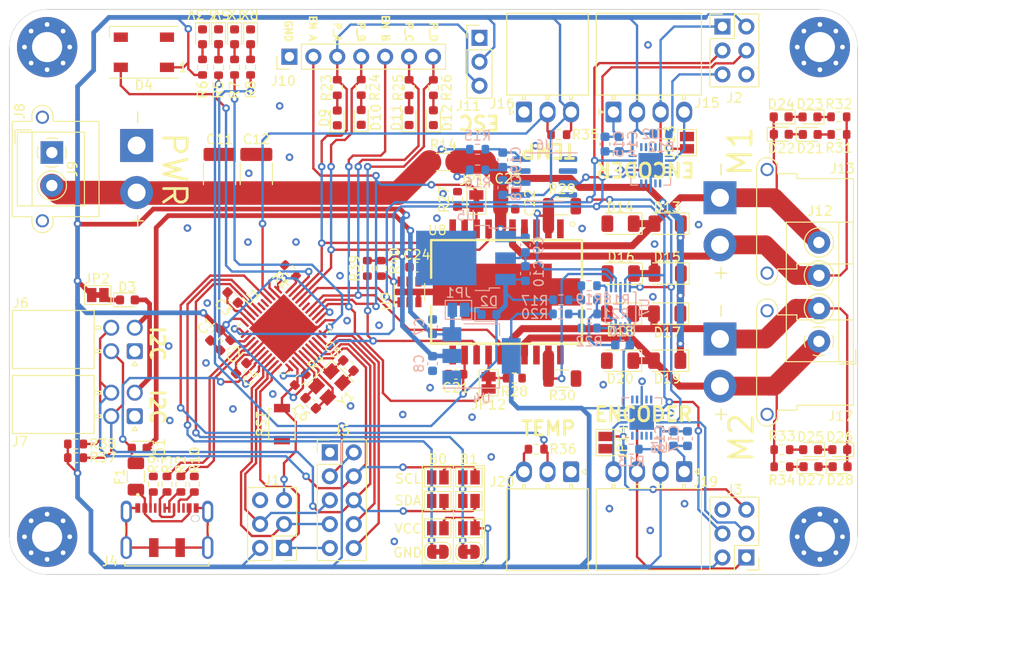
<source format=kicad_pcb>
(kicad_pcb (version 20171130) (host pcbnew "(5.1.9)-1")
  (layers (0 F.Cu signal) (31 B.Cu signal) (34 B.Paste user) (35 F.Paste user) (36 B.SilkS user) (37 F.SilkS user) (38 B.Mask user) (39 F.Mask user) (44 Edge.Cuts user))
  (net 0 "")
  (net 1 GND)
  (net 2 +3V3)
  (net 3 "Net-(C3-Pad1)")
  (net 4 "Net-(C4-Pad1)")
  (net 5 "Net-(C5-Pad1)")
  (net 6 "Net-(C6-Pad1)")
  (net 7 "Net-(D3-Pad2)")
  (net 8 /RESET)
  (net 9 "Net-(R2-Pad1)")
  (net 10 /D+)
  (net 11 /D-)
  (net 12 VBUS)
  (net 13 "Net-(F1-Pad2)")
  (net 14 /RXLED)
  (net 15 /SCK)
  (net 16 /MOSI)
  (net 17 /MISO)
  (net 18 /SCL)
  (net 19 /SDA)
  (net 20 /TXLED)
  (net 21 /MOTOR_1_A)
  (net 22 /MOTOR_2_A)
  (net 23 /MOTOR_1_B)
  (net 24 /MOTOR_2_B)
  (net 25 /VIN)
  (net 26 "Net-(D8-Pad2)")
  (net 27 /ENC_1_A)
  (net 28 /ENC_1_B)
  (net 29 /ENC_1_RESET)
  (net 30 /ENC_1_MOSI)
  (net 31 /ENC_1_SCK)
  (net 32 /ENC_2_A)
  (net 33 /ENC_2_RESET)
  (net 34 /ENC_2_B)
  (net 35 /B0)
  (net 36 /B1)
  (net 37 "Net-(U3-Pad3)")
  (net 38 "Net-(U3-Pad4)")
  (net 39 "Net-(U3-Pad6)")
  (net 40 "Net-(U3-Pad7)")
  (net 41 "Net-(U3-Pad9)")
  (net 42 "Net-(U3-Pad10)")
  (net 43 "Net-(U3-Pad13)")
  (net 44 "Net-(U3-Pad16)")
  (net 45 "Net-(U3-Pad17)")
  (net 46 "Net-(U3-Pad18)")
  (net 47 "Net-(U3-Pad19)")
  (net 48 "Net-(U3-Pad20)")
  (net 49 /RGB_LED)
  (net 50 /PWM_A)
  (net 51 /PWM_B)
  (net 52 /PWM_C)
  (net 53 /PWM_D)
  (net 54 /ENABLE_A)
  (net 55 +5V)
  (net 56 /ENABLE_B)
  (net 57 "Net-(C7-Pad1)")
  (net 58 "Net-(C11-Pad1)")
  (net 59 "Net-(C19-Pad2)")
  (net 60 "Net-(C19-Pad1)")
  (net 61 "Net-(D2-Pad1)")
  (net 62 "Net-(D3-Pad1)")
  (net 63 "Net-(D5-Pad2)")
  (net 64 "Net-(D6-Pad2)")
  (net 65 "Net-(D7-Pad2)")
  (net 66 "Net-(D9-Pad2)")
  (net 67 "Net-(D10-Pad2)")
  (net 68 "Net-(D11-Pad2)")
  (net 69 "Net-(D12-Pad2)")
  (net 70 "Net-(D21-Pad1)")
  (net 71 "Net-(D21-Pad2)")
  (net 72 "Net-(D23-Pad2)")
  (net 73 "Net-(D23-Pad1)")
  (net 74 "Net-(D25-Pad1)")
  (net 75 "Net-(D25-Pad2)")
  (net 76 "Net-(D27-Pad2)")
  (net 77 "Net-(D27-Pad1)")
  (net 78 "Net-(J4-Pad3)")
  (net 79 "Net-(J4-Pad10)")
  (net 80 "Net-(J4-Pad4)")
  (net 81 "Net-(J4-Pad9)")
  (net 82 /TX)
  (net 83 /RX)
  (net 84 /TEMP_1)
  (net 85 /TEMP_2)
  (net 86 "Net-(R1-Pad1)")
  (net 87 "Net-(R3-Pad2)")
  (net 88 "Net-(R17-Pad1)")
  (net 89 "Net-(R19-Pad2)")
  (net 90 "Net-(R20-Pad1)")
  (net 91 "Net-(R22-Pad2)")
  (net 92 /SENSE_A)
  (net 93 /SENSE_B)
  (net 94 "Net-(U2-Pad3)")
  (net 95 "Net-(U2-Pad4)")
  (net 96 "Net-(U2-Pad6)")
  (net 97 "Net-(U2-Pad7)")
  (net 98 "Net-(U2-Pad9)")
  (net 99 "Net-(U2-Pad10)")
  (net 100 "Net-(U2-Pad13)")
  (net 101 "Net-(U2-Pad16)")
  (net 102 "Net-(U2-Pad17)")
  (net 103 "Net-(U2-Pad18)")
  (net 104 "Net-(U2-Pad19)")
  (net 105 "Net-(U2-Pad20)")
  (net 106 "Net-(U7-Pad2)")
  (net 107 "Net-(U1-Pad39)")
  (net 108 "Net-(U1-Pad38)")
  (net 109 "Net-(JP11-Pad2)")
  (net 110 "Net-(JP12-Pad2)")
  (net 111 "Net-(U1-Pad28)")
  (net 112 "Net-(D4-Pad2)")
  (module MountingHole:MountingHole_3.2mm_M3_Pad_Via (layer F.Cu) (at 206 116)
    (fp_text reference REF**)
    (fp_text value MountingHole_3.2mm_M3_Pad_Via)
    (pad 1 thru_hole circle (at 0 0) (size 6.4 6.4) (drill 3.2) (layers *.Cu *.Mask) (net 1 GND))
    (pad 1 thru_hole circle (at 2.4 0) (size 0.8 0.8) (drill 0.5) (layers *.Cu *.Mask))
    (pad 1 thru_hole circle (at 1.697056 1.697056) (size 0.8 0.8) (drill 0.5) (layers *.Cu *.Mask))
    (pad 1 thru_hole circle (at 0 2.4) (size 0.8 0.8) (drill 0.5) (layers *.Cu *.Mask))
    (pad 1 thru_hole circle (at -1.697056 1.697056) (size 0.8 0.8) (drill 0.5) (layers *.Cu *.Mask))
    (pad 1 thru_hole circle (at -2.4 0) (size 0.8 0.8) (drill 0.5) (layers *.Cu *.Mask))
    (pad 1 thru_hole circle (at -1.697056 -1.697056) (size 0.8 0.8) (drill 0.5) (layers *.Cu *.Mask))
    (pad 1 thru_hole circle (at 0 -2.4) (size 0.8 0.8) (drill 0.5) (layers *.Cu *.Mask))
    (pad 1 thru_hole circle (at 1.697056 -1.697056) (size 0.8 0.8) (drill 0.5) (layers *.Cu *.Mask))
  )
  (module MountingHole:MountingHole_3.2mm_M3_Pad_Via (layer F.Cu) (at 124 116)
    (fp_text reference REF**)
    (fp_text value MountingHole_3.2mm_M3_Pad_Via)
    (pad 1 thru_hole circle (at 0 0) (size 6.4 6.4) (drill 3.2) (layers *.Cu *.Mask) (net 1 GND))
    (pad 1 thru_hole circle (at 2.4 0) (size 0.8 0.8) (drill 0.5) (layers *.Cu *.Mask))
    (pad 1 thru_hole circle (at 1.697056 1.697056) (size 0.8 0.8) (drill 0.5) (layers *.Cu *.Mask))
    (pad 1 thru_hole circle (at 0 2.4) (size 0.8 0.8) (drill 0.5) (layers *.Cu *.Mask))
    (pad 1 thru_hole circle (at -1.697056 1.697056) (size 0.8 0.8) (drill 0.5) (layers *.Cu *.Mask))
    (pad 1 thru_hole circle (at -2.4 0) (size 0.8 0.8) (drill 0.5) (layers *.Cu *.Mask))
    (pad 1 thru_hole circle (at -1.697056 -1.697056) (size 0.8 0.8) (drill 0.5) (layers *.Cu *.Mask))
    (pad 1 thru_hole circle (at 0 -2.4) (size 0.8 0.8) (drill 0.5) (layers *.Cu *.Mask))
    (pad 1 thru_hole circle (at 1.697056 -1.697056) (size 0.8 0.8) (drill 0.5) (layers *.Cu *.Mask))
  )
  (module MountingHole:MountingHole_3.2mm_M3_Pad_Via (layer F.Cu) (at 206 64)
    (fp_text reference REF**)
    (fp_text value MountingHole_3.2mm_M3_Pad_Via)
    (pad 1 thru_hole circle (at 0 0) (size 6.4 6.4) (drill 3.2) (layers *.Cu *.Mask) (net 1 GND))
    (pad 1 thru_hole circle (at 2.4 0) (size 0.8 0.8) (drill 0.5) (layers *.Cu *.Mask))
    (pad 1 thru_hole circle (at 1.697056 1.697056) (size 0.8 0.8) (drill 0.5) (layers *.Cu *.Mask))
    (pad 1 thru_hole circle (at 0 2.4) (size 0.8 0.8) (drill 0.5) (layers *.Cu *.Mask))
    (pad 1 thru_hole circle (at -1.697056 1.697056) (size 0.8 0.8) (drill 0.5) (layers *.Cu *.Mask))
    (pad 1 thru_hole circle (at -2.4 0) (size 0.8 0.8) (drill 0.5) (layers *.Cu *.Mask))
    (pad 1 thru_hole circle (at -1.697056 -1.697056) (size 0.8 0.8) (drill 0.5) (layers *.Cu *.Mask))
    (pad 1 thru_hole circle (at 0 -2.4) (size 0.8 0.8) (drill 0.5) (layers *.Cu *.Mask))
    (pad 1 thru_hole circle (at 1.697056 -1.697056) (size 0.8 0.8) (drill 0.5) (layers *.Cu *.Mask))
  )
  (module MountingHole:MountingHole_3.2mm_M3_Pad_Via (layer F.Cu) (at 124 64)
    (fp_text reference REF**)
    (fp_text value MountingHole_3.2mm_M3_Pad_Via)
    (pad 1 thru_hole circle (at 1.697056 -1.697056) (size 0.8 0.8) (drill 0.5) (layers *.Cu *.Mask))
    (pad 1 thru_hole circle (at 0 -2.4) (size 0.8 0.8) (drill 0.5) (layers *.Cu *.Mask))
    (pad 1 thru_hole circle (at -1.697056 -1.697056) (size 0.8 0.8) (drill 0.5) (layers *.Cu *.Mask))
    (pad 1 thru_hole circle (at -2.4 0) (size 0.8 0.8) (drill 0.5) (layers *.Cu *.Mask))
    (pad 1 thru_hole circle (at -1.697056 1.697056) (size 0.8 0.8) (drill 0.5) (layers *.Cu *.Mask))
    (pad 1 thru_hole circle (at 0 2.4) (size 0.8 0.8) (drill 0.5) (layers *.Cu *.Mask))
    (pad 1 thru_hole circle (at 1.697056 1.697056) (size 0.8 0.8) (drill 0.5) (layers *.Cu *.Mask))
    (pad 1 thru_hole circle (at 2.4 0) (size 0.8 0.8) (drill 0.5) (layers *.Cu *.Mask))
    (pad 1 thru_hole circle (at 0 0) (size 6.4 6.4) (drill 3.2) (layers *.Cu *.Mask) (net 1 GND))
  )
  (module Diode_SMD:D_0603_1608Metric (layer F.Cu) (at 132.5175 90.85)
    (fp_text reference D3 (at -0.0175 -1.35) (layer F.SilkS))
    (fp_text value "3.3V 1A")
    (pad 1 smd roundrect (at -0.7875 0) (size 0.875 0.95) (layers F.Cu F.Paste F.Mask) (net 62 "Net-(D3-Pad1)"))
    (pad 2 smd roundrect (at 0.7875 0) (size 0.875 0.95) (layers F.Cu F.Paste F.Mask) (net 7 "Net-(D3-Pad2)"))
  )
  (module Capacitor_SMD:C_0603_1608Metric (layer F.Cu) (at 143.691992 90.601992 135)
    (fp_text reference C3 (at 0 -1.43 135) (layer F.SilkS))
    (fp_text value 1uF)
    (pad 2 smd roundrect (at 0.775 0 135) (size 0.9 0.95) (layers F.Cu F.Paste F.Mask) (net 1 GND))
    (pad 1 smd roundrect (at -0.775 0 135) (size 0.9 0.95) (layers F.Cu F.Paste F.Mask) (net 3 "Net-(C3-Pad1)"))
  )
  (module Package_DFN_QFN:QFN-44-1EP_7x7mm_P0.5mm_EP5.2x5.2mm (layer F.Cu) (at 149.099999 93.89 45)
    (fp_text reference U1 (at 0 -4.82 45) (layer F.SilkS))
    (fp_text value ATmega32U4RC-MU)
    (pad 45 smd rect (at 0 0 45) (size 5.2 5.2) (layers F.Cu F.Mask) (net 1 GND))
    (pad 44 smd roundrect (at -2.5 -3.3375 45) (size 0.25 1.075) (layers F.Cu F.Paste F.Mask) (net 2 +3V3))
    (pad 43 smd roundrect (at -2 -3.3375 45) (size 0.25 1.075) (layers F.Cu F.Paste F.Mask) (net 1 GND))
    (pad 42 smd roundrect (at -1.5 -3.3375 45) (size 0.25 1.075) (layers F.Cu F.Paste F.Mask) (net 3 "Net-(C3-Pad1)"))
    (pad 41 smd roundrect (at -1 -3.3375 45) (size 0.25 1.075) (layers F.Cu F.Paste F.Mask) (net 36 /B1))
    (pad 40 smd roundrect (at -0.5 -3.3375 45) (size 0.25 1.075) (layers F.Cu F.Paste F.Mask) (net 35 /B0))
    (pad 39 smd roundrect (at 0 -3.3375 45) (size 0.25 1.075) (layers F.Cu F.Paste F.Mask) (net 107 "Net-(U1-Pad39)"))
    (pad 38 smd roundrect (at 0.5 -3.3375 45) (size 0.25 1.075) (layers F.Cu F.Paste F.Mask) (net 108 "Net-(U1-Pad38)"))
    (pad 37 smd roundrect (at 1 -3.3375 45) (size 0.25 1.075) (layers F.Cu F.Paste F.Mask) (net 85 /TEMP_2))
    (pad 36 smd roundrect (at 1.5 -3.3375 45) (size 0.25 1.075) (layers F.Cu F.Paste F.Mask) (net 84 /TEMP_1))
    (pad 35 smd roundrect (at 2 -3.3375 45) (size 0.25 1.075) (layers F.Cu F.Paste F.Mask) (net 1 GND))
    (pad 34 smd roundrect (at 2.5 -3.3375 45) (size 0.25 1.075) (layers F.Cu F.Paste F.Mask) (net 2 +3V3))
    (pad 33 smd roundrect (at 3.3375 -2.5 45) (size 1.075 0.25) (layers F.Cu F.Paste F.Mask) (net 86 "Net-(R1-Pad1)"))
    (pad 32 smd roundrect (at 3.3375 -2 45) (size 1.075 0.25) (layers F.Cu F.Paste F.Mask) (net 49 /RGB_LED))
    (pad 31 smd roundrect (at 3.3375 -1.5 45) (size 1.075 0.25) (layers F.Cu F.Paste F.Mask) (net 50 /PWM_A))
    (pad 30 smd roundrect (at 3.3375 -1 45) (size 1.075 0.25) (layers F.Cu F.Paste F.Mask) (net 51 /PWM_B))
    (pad 29 smd roundrect (at 3.3375 -0.5 45) (size 1.075 0.25) (layers F.Cu F.Paste F.Mask) (net 31 /ENC_1_SCK))
    (pad 28 smd roundrect (at 3.3375 0 45) (size 1.075 0.25) (layers F.Cu F.Paste F.Mask) (net 111 "Net-(U1-Pad28)"))
    (pad 27 smd roundrect (at 3.3375 0.5 45) (size 1.075 0.25) (layers F.Cu F.Paste F.Mask) (net 52 /PWM_C))
    (pad 26 smd roundrect (at 3.3375 1 45) (size 1.075 0.25) (layers F.Cu F.Paste F.Mask) (net 54 /ENABLE_A))
    (pad 25 smd roundrect (at 3.3375 1.5 45) (size 1.075 0.25) (layers F.Cu F.Paste F.Mask) (net 56 /ENABLE_B))
    (pad 24 smd roundrect (at 3.3375 2 45) (size 1.075 0.25) (layers F.Cu F.Paste F.Mask) (net 2 +3V3))
    (pad 23 smd roundrect (at 3.3375 2.5 45) (size 1.075 0.25) (layers F.Cu F.Paste F.Mask) (net 1 GND))
    (pad 22 smd roundrect (at 2.5 3.3375 45) (size 0.25 1.075) (layers F.Cu F.Paste F.Mask) (net 20 /TXLED))
    (pad 21 smd roundrect (at 2 3.3375 45) (size 0.25 1.075) (layers F.Cu F.Paste F.Mask) (net 82 /TX))
    (pad 20 smd roundrect (at 1.5 3.3375 45) (size 0.25 1.075) (layers F.Cu F.Paste F.Mask) (net 83 /RX))
    (pad 19 smd roundrect (at 1 3.3375 45) (size 0.25 1.075) (layers F.Cu F.Paste F.Mask) (net 19 /SDA))
    (pad 18 smd roundrect (at 0.5 3.3375 45) (size 0.25 1.075) (layers F.Cu F.Paste F.Mask) (net 18 /SCL))
    (pad 17 smd roundrect (at 0 3.3375 45) (size 0.25 1.075) (layers F.Cu F.Paste F.Mask) (net 5 "Net-(C5-Pad1)"))
    (pad 16 smd roundrect (at -0.5 3.3375 45) (size 0.25 1.075) (layers F.Cu F.Paste F.Mask) (net 6 "Net-(C6-Pad1)"))
    (pad 15 smd roundrect (at -1 3.3375 45) (size 0.25 1.075) (layers F.Cu F.Paste F.Mask) (net 1 GND))
    (pad 14 smd roundrect (at -1.5 3.3375 45) (size 0.25 1.075) (layers F.Cu F.Paste F.Mask) (net 2 +3V3))
    (pad 13 smd roundrect (at -2 3.3375 45) (size 0.25 1.075) (layers F.Cu F.Paste F.Mask) (net 8 /RESET))
    (pad 12 smd roundrect (at -2.5 3.3375 45) (size 0.25 1.075) (layers F.Cu F.Paste F.Mask) (net 53 /PWM_D))
    (pad 11 smd roundrect (at -3.3375 2.5 45) (size 1.075 0.25) (layers F.Cu F.Paste F.Mask) (net 17 /MISO))
    (pad 10 smd roundrect (at -3.3375 2 45) (size 1.075 0.25) (layers F.Cu F.Paste F.Mask) (net 16 /MOSI))
    (pad 9 smd roundrect (at -3.3375 1.5 45) (size 1.075 0.25) (layers F.Cu F.Paste F.Mask) (net 15 /SCK))
    (pad 8 smd roundrect (at -3.3375 1 45) (size 1.075 0.25) (layers F.Cu F.Paste F.Mask) (net 14 /RXLED))
    (pad 7 smd roundrect (at -3.3375 0.5 45) (size 1.075 0.25) (layers F.Cu F.Paste F.Mask) (net 12 VBUS))
    (pad 6 smd roundrect (at -3.3375 0 45) (size 1.075 0.25) (layers F.Cu F.Paste F.Mask) (net 4 "Net-(C4-Pad1)"))
    (pad 5 smd roundrect (at -3.3375 -0.5 45) (size 1.075 0.25) (layers F.Cu F.Paste F.Mask) (net 1 GND))
    (pad 4 smd roundrect (at -3.3375 -1 45) (size 1.075 0.25) (layers F.Cu F.Paste F.Mask) (net 9 "Net-(R2-Pad1)"))
    (pad 3 smd roundrect (at -3.3375 -1.5 45) (size 1.075 0.25) (layers F.Cu F.Paste F.Mask) (net 87 "Net-(R3-Pad2)"))
    (pad 2 smd roundrect (at -3.3375 -2 45) (size 1.075 0.25) (layers F.Cu F.Paste F.Mask) (net 2 +3V3))
    (pad 1 smd roundrect (at -3.3375 -2.5 45) (size 1.075 0.25) (layers F.Cu F.Paste F.Mask) (net 30 /ENC_1_MOSI))
  )
  (module Connector_AMASS:AMASS_XT30PW-F_1x02_P2.50mm_Horizontal (layer F.Cu) (at 195.4 80 270)
    (fp_text reference J13 (at -3.1 -13 180) (layer F.SilkS))
    (fp_text value "MOTOR 1")
    (fp_text user - (at -3 0 90) (layer F.SilkS) (effects (font (size 1.5 1.5))))
    (fp_text user + (at 8 0 90) (layer F.SilkS) (effects (font (size 1.5 1.5))))
    (pad 2 thru_hole circle (at 5 0 270) (size 3.5 3.5) (drill 1.9) (layers *.Cu *.Mask) (net 21 /MOTOR_1_A))
    (pad 1 thru_hole rect (at 0 0 270) (size 3.5 3.5) (drill 1.9) (layers *.Cu *.Mask) (net 23 /MOTOR_1_B))
    (pad "" thru_hole circle (at 8 -5 270) (size 1.4 1.4) (drill 1) (layers *.Cu *.Mask))
    (pad "" thru_hole circle (at -3 -5) (size 1.4 1.4) (drill 1) (layers *.Cu *.Mask))
  )
  (module Connector_Molex:Molex_Nano-Fit_105313-xx04_1x04_P2.50mm_Horizontal (layer F.Cu) (at 191.6 109.075 270)
    (fp_text reference J19 (at 1.085 -2.26 180) (layer F.SilkS))
    (fp_text value "ENCODER 2")
    (pad "" np_thru_hole circle (at 7.18 7.5 270) (size 1.7 1.7) (drill 1.7) (layers *.Cu *.Mask))
    (pad "" np_thru_hole circle (at 7.18 0 270) (size 1.7 1.7) (drill 1.7) (layers *.Cu *.Mask))
    (pad 4 thru_hole oval (at 0 7.5 270) (size 2.2 1.7) (drill 1.2) (layers *.Cu *.Mask) (net 34 /ENC_2_B))
    (pad 3 thru_hole oval (at 0 5 270) (size 2.2 1.7) (drill 1.2) (layers *.Cu *.Mask) (net 32 /ENC_2_A))
    (pad 2 thru_hole oval (at 0 2.5 270) (size 2.2 1.7) (drill 1.2) (layers *.Cu *.Mask) (net 2 +3V3))
    (pad 1 thru_hole roundrect (at 0 0 270) (size 2.2 1.7) (drill 1.2) (layers *.Cu *.Mask) (roundrect_rratio 0.147059) (net 1 GND))
  )
  (module Connector_Molex:Molex_Nano-Fit_105313-xx03_1x03_P2.50mm_Horizontal (layer F.Cu) (at 174.6 70.9 90)
    (fp_text reference J16 (at 0.89 -2.31 180) (layer F.SilkS))
    (fp_text value "TEMP 1")
    (pad "" np_thru_hole circle (at 7.18 5 90) (size 1.7 1.7) (drill 1.7) (layers *.Cu *.Mask))
    (pad "" np_thru_hole circle (at 7.18 0 90) (size 1.7 1.7) (drill 1.7) (layers *.Cu *.Mask))
    (pad 3 thru_hole oval (at 0 5 90) (size 2.2 1.7) (drill 1.2) (layers *.Cu *.Mask) (net 2 +3V3))
    (pad 2 thru_hole oval (at 0 2.5 90) (size 2.2 1.7) (drill 1.2) (layers *.Cu *.Mask) (net 84 /TEMP_1))
    (pad 1 thru_hole roundrect (at 0 0 90) (size 2.2 1.7) (drill 1.2) (layers *.Cu *.Mask) (roundrect_rratio 0.147059) (net 1 GND))
  )
  (module DX07S016JA1R1500:JAE_DX07S016JA1R1500 (layer F.Cu) (at 136.72 114.05)
    (fp_text reference J4 (at -6.05 4.55) (layer F.SilkS))
    (fp_text value DX07S016JA1R1500)
    (fp_line (start 2.875 -0.315) (end 3.125 -0.315) (layer Edge.Cuts) (width 0.1))
    (fp_line (start 3.125 0.315) (end 2.875 0.315) (layer Edge.Cuts) (width 0.1))
    (fp_arc (start 3.125 0) (end 3.44 0) (angle -90) (layer Edge.Cuts) (width 0.1))
    (fp_arc (start 3.125 0) (end 3.125 0.315) (angle -90) (layer Edge.Cuts) (width 0.1))
    (fp_arc (start 2.875 0) (end 2.56 0) (angle -90) (layer Edge.Cuts) (width 0.1))
    (fp_arc (start 2.875 0) (end 2.875 -0.315) (angle -90) (layer Edge.Cuts) (width 0.1))
    (pad 1 smd rect (at -3.1 -1.1) (size 0.52 1) (layers F.Cu F.Paste F.Mask) (net 1 GND))
    (pad 12 smd rect (at 3.1 -1.1) (size 0.52 1) (layers F.Cu F.Paste F.Mask) (net 1 GND))
    (pad 2 smd rect (at -2.35 -1.1) (size 0.52 1) (layers F.Cu F.Paste F.Mask) (net 13 "Net-(F1-Pad2)"))
    (pad 11 smd rect (at 2.35 -1.1) (size 0.52 1) (layers F.Cu F.Paste F.Mask) (net 13 "Net-(F1-Pad2)"))
    (pad 3 smd rect (at -1.75 -1.1) (size 0.27 1) (layers F.Cu F.Paste F.Mask) (net 78 "Net-(J4-Pad3)"))
    (pad 10 smd rect (at 1.75 -1.1) (size 0.27 1) (layers F.Cu F.Paste F.Mask) (net 79 "Net-(J4-Pad10)"))
    (pad 4 smd rect (at -1.25 -1.1) (size 0.27 1) (layers F.Cu F.Paste F.Mask) (net 80 "Net-(J4-Pad4)"))
    (pad 5 smd rect (at -0.75 -1.1) (size 0.27 1) (layers F.Cu F.Paste F.Mask) (net 11 /D-))
    (pad 6 smd rect (at -0.25 -1.1) (size 0.27 1) (layers F.Cu F.Paste F.Mask) (net 10 /D+))
    (pad 7 smd rect (at 0.25 -1.1) (size 0.27 1) (layers F.Cu F.Paste F.Mask) (net 10 /D+))
    (pad 8 smd rect (at 0.75 -1.1) (size 0.27 1) (layers F.Cu F.Paste F.Mask) (net 11 /D-))
    (pad 9 smd rect (at 1.25 -1.1) (size 0.27 1) (layers F.Cu F.Paste F.Mask) (net 81 "Net-(J4-Pad9)"))
    (pad None np_thru_hole circle (at 3 0) (size 0.6 0.6) (drill 0.6) (layers *.Cu *.Mask))
    (pad None np_thru_hole circle (at 3 0) (size 0.63 0.63) (drill 0.63) (layers *.Cu *.Mask))
    (pad S1 smd rect (at -1.4 3.1) (size 1 2) (layers F.Cu F.Paste F.Mask) (net 1 GND))
    (pad S2 smd rect (at 1.4 3.1) (size 1 2) (layers F.Cu F.Paste F.Mask) (net 1 GND))
    (pad None np_thru_hole circle (at -3 0) (size 0.63 0.63) (drill 0.63) (layers *.Cu *.Mask))
    (pad S3 thru_hole oval (at -4.32 -0.725) (size 1.158 2.316) (drill oval 0.65 1.65) (layers *.Cu *.Mask) (net 1 GND))
    (pad S4 thru_hole oval (at 4.32 -0.725) (size 1.158 2.316) (drill oval 0.65 1.65) (layers *.Cu *.Mask) (net 1 GND))
    (pad S5 thru_hole oval (at -4.32 3.1) (size 1.2 2.4) (drill oval 0.65 1.95) (layers *.Cu *.Mask) (net 1 GND))
    (pad S6 thru_hole oval (at 4.32 3.1) (size 1.2 2.4) (drill oval 0.65 1.95) (layers *.Cu *.Mask) (net 1 GND))
  )
  (module Crystal:Crystal_SMD_3225-4Pin_3.2x2.5mm (layer F.Cu) (at 153.97 99.82 225)
    (fp_text reference Y1 (at -0.148492 -2.326381 45) (layer F.SilkS))
    (fp_text value 16MHZ)
    (pad 4 smd rect (at -1.1 -0.85 225) (size 1.4 1.2) (layers F.Cu F.Paste F.Mask) (net 1 GND))
    (pad 3 smd rect (at 1.1 -0.85 225) (size 1.4 1.2) (layers F.Cu F.Paste F.Mask) (net 6 "Net-(C6-Pad1)"))
    (pad 2 smd rect (at 1.1 0.85 225) (size 1.4 1.2) (layers F.Cu F.Paste F.Mask) (net 1 GND))
    (pad 1 smd rect (at -1.1 0.85 225) (size 1.4 1.2) (layers F.Cu F.Paste F.Mask) (net 5 "Net-(C5-Pad1)"))
  )
  (module Capacitor_SMD:C_0603_1608Metric (layer F.Cu) (at 155.97 97.82 315)
    (fp_text reference C5 (at -2.404163 0 135) (layer F.SilkS))
    (fp_text value 22pF)
    (pad 2 smd roundrect (at 0.775 0 315) (size 0.9 0.95) (layers F.Cu F.Paste F.Mask) (net 1 GND))
    (pad 1 smd roundrect (at -0.775 0 315) (size 0.9 0.95) (layers F.Cu F.Paste F.Mask) (net 5 "Net-(C5-Pad1)"))
  )
  (module Capacitor_SMD:C_0603_1608Metric (layer F.Cu) (at 142.908008 95.641992 225)
    (fp_text reference C2 (at 0 -1.43 45) (layer F.SilkS))
    (fp_text value 22uF)
    (pad 1 smd roundrect (at -0.775 0 225) (size 0.9 0.95) (layers F.Cu F.Paste F.Mask) (net 2 +3V3))
    (pad 2 smd roundrect (at 0.775 0 225) (size 0.9 0.95) (layers F.Cu F.Paste F.Mask) (net 1 GND))
  )
  (module Capacitor_SMD:C_0603_1608Metric (layer F.Cu) (at 151.970001 101.82 135)
    (fp_text reference C6 (at 0 -1.43 135) (layer F.SilkS))
    (fp_text value 22pF)
    (pad 1 smd roundrect (at -0.775 0 135) (size 0.9 0.95) (layers F.Cu F.Paste F.Mask) (net 6 "Net-(C6-Pad1)"))
    (pad 2 smd roundrect (at 0.775 0 135) (size 0.9 0.95) (layers F.Cu F.Paste F.Mask) (net 1 GND))
  )
  (module Capacitor_SMD:C_0603_1608Metric (layer F.Cu) (at 144.598008 98.111992 225)
    (fp_text reference C4 (at 0 -1.43 45) (layer F.SilkS))
    (fp_text value 1uF)
    (pad 1 smd roundrect (at -0.775 0 225) (size 0.9 0.95) (layers F.Cu F.Paste F.Mask) (net 4 "Net-(C4-Pad1)"))
    (pad 2 smd roundrect (at 0.775 0 225) (size 0.9 0.95) (layers F.Cu F.Paste F.Mask) (net 1 GND))
  )
  (module Capacitor_SMD:C_0603_1608Metric (layer F.Cu) (at 141.868008 94.611992 45)
    (fp_text reference C1 (at 0 -1.43 45) (layer F.SilkS))
    (fp_text value 1uF)
    (pad 2 smd roundrect (at 0.775 0 45) (size 0.9 0.95) (layers F.Cu F.Paste F.Mask) (net 2 +3V3))
    (pad 1 smd roundrect (at -0.775 0 45) (size 0.9 0.95) (layers F.Cu F.Paste F.Mask) (net 1 GND))
  )
  (module Resistor_SMD:R_0603_1608Metric (layer F.Cu) (at 149.816637 87.736637 135)
    (fp_text reference R1 (at 0 -1.43 135) (layer F.SilkS))
    (fp_text value 10k)
    (pad 2 smd roundrect (at 0.825 0 135) (size 0.8 0.95) (layers F.Cu F.Paste F.Mask) (net 1 GND))
    (pad 1 smd roundrect (at -0.825 0 135) (size 0.8 0.95) (layers F.Cu F.Paste F.Mask) (net 86 "Net-(R1-Pad1)"))
  )
  (module Resistor_SMD:R_0603_1608Metric (layer F.Cu) (at 150.863363 99.316637 225)
    (fp_text reference R4 (at -2.474874 0.070711 45) (layer F.SilkS))
    (fp_text value 10k)
    (pad 1 smd roundrect (at -0.825 0 225) (size 0.8 0.95) (layers F.Cu F.Paste F.Mask) (net 2 +3V3))
    (pad 2 smd roundrect (at 0.825 0 225) (size 0.8 0.95) (layers F.Cu F.Paste F.Mask) (net 8 /RESET))
  )
  (module L298P:SOIC127P1420X360-20N (layer F.Cu) (at 172.75 90 270)
    (fp_text reference U8 (at -6.55 7.35 180) (layer F.SilkS) (effects (font (size 1.000606 1.000606))))
    (fp_text value L298P)
    (pad 1 smd rect (at -6.7 -5.715 270) (size 2 0.7) (layers F.Cu F.Paste F.Mask) (net 1 GND))
    (pad 2 smd rect (at -6.7 -4.445 270) (size 2 0.7) (layers F.Cu F.Paste F.Mask) (net 92 /SENSE_A))
    (pad 3 smd rect (at -6.7 -3.175 270) (size 2 0.7) (layers F.Cu F.Paste F.Mask))
    (pad 4 smd rect (at -6.7 -1.905 270) (size 2 0.7) (layers F.Cu F.Paste F.Mask) (net 23 /MOTOR_1_B))
    (pad 5 smd rect (at -6.7 -0.635 270) (size 2 0.7) (layers F.Cu F.Paste F.Mask) (net 21 /MOTOR_1_A))
    (pad 6 smd rect (at -6.7 0.635 270) (size 2 0.7) (layers F.Cu F.Paste F.Mask) (net 25 /VIN))
    (pad 7 smd rect (at -6.7 1.905 270) (size 2 0.7) (layers F.Cu F.Paste F.Mask) (net 51 /PWM_B))
    (pad 8 smd rect (at -6.7 3.175 270) (size 2 0.7) (layers F.Cu F.Paste F.Mask) (net 109 "Net-(JP11-Pad2)"))
    (pad 9 smd rect (at -6.7 4.445 270) (size 2 0.7) (layers F.Cu F.Paste F.Mask) (net 50 /PWM_A))
    (pad 10 smd rect (at -6.7 5.715 270) (size 2 0.7) (layers F.Cu F.Paste F.Mask) (net 1 GND))
    (pad 11 smd rect (at 6.7 5.715 270) (size 2 0.7) (layers F.Cu F.Paste F.Mask) (net 1 GND))
    (pad 12 smd rect (at 6.7 4.445 270) (size 2 0.7) (layers F.Cu F.Paste F.Mask) (net 55 +5V))
    (pad 13 smd rect (at 6.7 3.175 270) (size 2 0.7) (layers F.Cu F.Paste F.Mask) (net 53 /PWM_D))
    (pad 14 smd rect (at 6.7 1.905 270) (size 2 0.7) (layers F.Cu F.Paste F.Mask) (net 110 "Net-(JP12-Pad2)"))
    (pad 15 smd rect (at 6.7 0.635 270) (size 2 0.7) (layers F.Cu F.Paste F.Mask) (net 52 /PWM_C))
    (pad 16 smd rect (at 6.7 -0.635 270) (size 2 0.7) (layers F.Cu F.Paste F.Mask) (net 24 /MOTOR_2_B))
    (pad 17 smd rect (at 6.7 -1.905 270) (size 2 0.7) (layers F.Cu F.Paste F.Mask) (net 22 /MOTOR_2_A))
    (pad 18 smd rect (at 6.7 -3.175 270) (size 2 0.7) (layers F.Cu F.Paste F.Mask))
    (pad 19 smd rect (at 6.7 -4.445 270) (size 2 0.7) (layers F.Cu F.Paste F.Mask) (net 93 /SENSE_B))
    (pad 20 smd rect (at 6.7 -5.715 270) (size 2 0.7) (layers F.Cu F.Paste F.Mask) (net 1 GND))
    (pad 21 smd rect (at 0 0 270) (size 6 9.6) (layers F.Cu F.Mask) (net 1 GND))
    (pad 22 smd rect (at 0 -6.3 270) (size 2.9 3.05) (layers F.Cu F.Mask) (net 1 GND))
    (pad 23 smd rect (at 0 6.3 270) (size 2.9 3.05) (layers F.Cu F.Mask) (net 1 GND))
  )
  (module Capacitor_SMD:C_0603_1608Metric (layer B.Cu) (at 164.9 93.699999 90)
    (fp_text reference C7 (at 0 -1.4 270) (layer B.SilkS) (effects (justify mirror)))
    (fp_text value 10uF)
    (pad 2 smd roundrect (at 0.775 0 90) (size 0.9 0.95) (layers B.Cu B.Paste B.Mask) (net 1 GND))
    (pad 1 smd roundrect (at -0.775 0 90) (size 0.9 0.95) (layers B.Cu B.Paste B.Mask) (net 57 "Net-(C7-Pad1)"))
  )
  (module Capacitor_SMD:C_0603_1608Metric (layer B.Cu) (at 164.9 97.6 270)
    (fp_text reference C8 (at 0 1.43 270) (layer B.SilkS) (effects (justify mirror)))
    (fp_text value 22uF)
    (pad 1 smd roundrect (at -0.775 0 270) (size 0.9 0.95) (layers B.Cu B.Paste B.Mask) (net 2 +3V3))
    (pad 2 smd roundrect (at 0.775 0 270) (size 0.9 0.95) (layers B.Cu B.Paste B.Mask) (net 1 GND))
  )
  (module Capacitor_SMD:C_0603_1608Metric (layer B.Cu) (at 174.75 85.025 270)
    (fp_text reference C9 (at 0.025 -1.4 270) (layer B.SilkS) (effects (justify mirror)))
    (fp_text value 0.33uF)
    (pad 1 smd roundrect (at -0.775 0 270) (size 0.9 0.95) (layers B.Cu B.Paste B.Mask) (net 25 /VIN))
    (pad 2 smd roundrect (at 0.775 0 270) (size 0.9 0.95) (layers B.Cu B.Paste B.Mask) (net 1 GND))
  )
  (module Capacitor_SMD:C_0603_1608Metric (layer B.Cu) (at 174.75 88.05 90)
    (fp_text reference C10 (at 0 1.43 270) (layer B.SilkS) (effects (justify mirror)))
    (fp_text value 0.1uF)
    (pad 2 smd roundrect (at 0.775 0 90) (size 0.9 0.95) (layers B.Cu B.Paste B.Mask) (net 1 GND))
    (pad 1 smd roundrect (at -0.775 0 90) (size 0.9 0.95) (layers B.Cu B.Paste B.Mask) (net 55 +5V))
  )
  (module Capacitor_SMD:C_0603_1608Metric (layer B.Cu) (at 184.7 74.299999 90)
    (fp_text reference C14 (at 0 1.43 270) (layer B.SilkS) (effects (justify mirror)))
    (fp_text value 0.1uF)
    (pad 1 smd roundrect (at -0.775 0 90) (size 0.9 0.95) (layers B.Cu B.Paste B.Mask) (net 2 +3V3))
    (pad 2 smd roundrect (at 0.775 0 90) (size 0.9 0.95) (layers B.Cu B.Paste B.Mask) (net 1 GND))
  )
  (module Capacitor_SMD:C_0603_1608Metric (layer B.Cu) (at 183.2 74.3 90)
    (fp_text reference C15 (at 0 1.43 270) (layer B.SilkS) (effects (justify mirror)))
    (fp_text value 4.7uF)
    (pad 2 smd roundrect (at 0.775 0 90) (size 0.9 0.95) (layers B.Cu B.Paste B.Mask) (net 1 GND))
    (pad 1 smd roundrect (at -0.775 0 90) (size 0.9 0.95) (layers B.Cu B.Paste B.Mask) (net 2 +3V3))
  )
  (module Capacitor_SMD:C_0603_1608Metric (layer B.Cu) (at 190.45 105.574999 270)
    (fp_text reference C16 (at 0 1.43 270) (layer B.SilkS) (effects (justify mirror)))
    (fp_text value 0.1uF)
    (pad 2 smd roundrect (at 0.775 0 270) (size 0.9 0.95) (layers B.Cu B.Paste B.Mask) (net 1 GND))
    (pad 1 smd roundrect (at -0.775 0 270) (size 0.9 0.95) (layers B.Cu B.Paste B.Mask) (net 2 +3V3))
  )
  (module Capacitor_SMD:C_0603_1608Metric (layer B.Cu) (at 191.95 105.574999 270)
    (fp_text reference C17 (at 0 1.43 270) (layer B.SilkS) (effects (justify mirror)))
    (fp_text value 4.7uF)
    (pad 1 smd roundrect (at -0.775 0 270) (size 0.9 0.95) (layers B.Cu B.Paste B.Mask) (net 2 +3V3))
    (pad 2 smd roundrect (at 0.775 0 270) (size 0.9 0.95) (layers B.Cu B.Paste B.Mask) (net 1 GND))
  )
  (module Capacitor_SMD:C_0603_1608Metric (layer B.Cu) (at 172.35 78.925 90)
    (fp_text reference C18 (at 0 1.43 270) (layer B.SilkS) (effects (justify mirror)))
    (fp_text value 1uF)
    (pad 1 smd roundrect (at -0.775 0 90) (size 0.9 0.95) (layers B.Cu B.Paste B.Mask) (net 2 +3V3))
    (pad 2 smd roundrect (at 0.775 0 90) (size 0.9 0.95) (layers B.Cu B.Paste B.Mask) (net 1 GND))
  )
  (module Capacitor_SMD:C_0603_1608Metric (layer B.Cu) (at 172.35 75.975 270)
    (fp_text reference C19 (at 0 -1.4 90) (layer B.SilkS) (effects (justify mirror)))
    (fp_text value 1uF)
    (pad 2 smd roundrect (at 0.775 0 270) (size 0.9 0.95) (layers B.Cu B.Paste B.Mask) (net 59 "Net-(C19-Pad2)"))
    (pad 1 smd roundrect (at -0.775 0 270) (size 0.9 0.95) (layers B.Cu B.Paste B.Mask) (net 60 "Net-(C19-Pad1)"))
  )
  (module Capacitor_SMD:C_0603_1608Metric (layer B.Cu) (at 185.065 95.64 180)
    (fp_text reference C20 (at 0 1.43 180) (layer B.SilkS) (effects (justify mirror)))
    (fp_text value 0.1uF)
    (pad 2 smd roundrect (at 0.775 0 180) (size 0.9 0.95) (layers B.Cu B.Paste B.Mask) (net 1 GND))
    (pad 1 smd roundrect (at -0.775 0 180) (size 0.9 0.95) (layers B.Cu B.Paste B.Mask) (net 2 +3V3))
  )
  (module Capacitor_SMD:C_0603_1608Metric (layer F.Cu) (at 167.375 98.75 180)
    (fp_text reference C21 (at 0 -1.43) (layer F.SilkS))
    (fp_text value 0.1uF)
    (pad 2 smd roundrect (at 0.775 0 180) (size 0.9 0.95) (layers F.Cu F.Paste F.Mask) (net 1 GND))
    (pad 1 smd roundrect (at -0.775 0 180) (size 0.9 0.95) (layers F.Cu F.Paste F.Mask) (net 55 +5V))
  )
  (module Capacitor_SMD:C_0603_1608Metric (layer F.Cu) (at 172.9 81.2 180)
    (fp_text reference C22 (at -2.33 0.66 90) (layer F.SilkS))
    (fp_text value 0.1uF)
    (pad 1 smd roundrect (at -0.775 0 180) (size 0.9 0.95) (layers F.Cu F.Paste F.Mask) (net 1 GND))
    (pad 2 smd roundrect (at 0.775 0 180) (size 0.9 0.95) (layers F.Cu F.Paste F.Mask) (net 25 /VIN))
  )
  (module Capacitor_SMD:C_0603_1608Metric (layer F.Cu) (at 172.925 79.4)
    (fp_text reference C23 (at 0 -1.43) (layer F.SilkS))
    (fp_text value 470uF)
    (pad 2 smd roundrect (at 0.775 0) (size 0.9 0.95) (layers F.Cu F.Paste F.Mask) (net 1 GND))
    (pad 1 smd roundrect (at -0.775 0) (size 0.9 0.95) (layers F.Cu F.Paste F.Mask) (net 25 /VIN))
  )
  (module Capacitor_SMD:C_0603_1608Metric (layer F.Cu) (at 163.225 87.37 180)
    (fp_text reference C24 (at 0 1.3) (layer F.SilkS))
    (fp_text value 10nF)
    (pad 1 smd roundrect (at -0.775 0 180) (size 0.9 0.95) (layers F.Cu F.Paste F.Mask) (net 2 +3V3))
    (pad 2 smd roundrect (at 0.775 0 180) (size 0.9 0.95) (layers F.Cu F.Paste F.Mask) (net 1 GND))
  )
  (module Diode_SMD:D_0603_1608Metric (layer F.Cu) (at 133.7775 106.59 180)
    (fp_text reference D1 (at -2.2225 0.09 90) (layer F.SilkS))
    (fp_text value "5V 250mA")
    (pad 1 smd roundrect (at -0.7875 0 180) (size 0.875 0.95) (layers F.Cu F.Paste F.Mask) (net 57 "Net-(C7-Pad1)"))
    (pad 2 smd roundrect (at 0.7875 0 180) (size 0.875 0.95) (layers F.Cu F.Paste F.Mask) (net 12 VBUS))
  )
  (module Diode_SMD:D_0603_1608Metric (layer B.Cu) (at 170.887501 92.4)
    (fp_text reference D2 (at 0 -1.4) (layer B.SilkS) (effects (justify mirror)))
    (fp_text value "5V 1A")
    (pad 2 smd roundrect (at 0.7875 0) (size 0.875 0.95) (layers B.Cu B.Paste B.Mask) (net 55 +5V))
    (pad 1 smd roundrect (at -0.7875 0) (size 0.875 0.95) (layers B.Cu B.Paste B.Mask) (net 61 "Net-(D2-Pad1)"))
  )
  (module LED_SMD:LED_0603_1608Metric (layer F.Cu) (at 142.19 62.8975 270)
    (fp_text reference D5 hide)
    (fp_text value 5V (at -2.3975 -0.31 180 unlocked) (layer F.SilkS))
    (pad 2 smd roundrect (at 0.7875 0 270) (size 0.875 0.95) (layers F.Cu F.Paste F.Mask) (net 63 "Net-(D5-Pad2)"))
    (pad 1 smd roundrect (at -0.7875 0 270) (size 0.875 0.95) (layers F.Cu F.Paste F.Mask) (net 1 GND))
  )
  (module LED_SMD:LED_0603_1608Metric (layer F.Cu) (at 140.49 62.91 270)
    (fp_text reference D6 hide)
    (fp_text value 3.3V (at -2.41 -0.01 180 unlocked) (layer F.SilkS))
    (pad 1 smd roundrect (at -0.7875 0 270) (size 0.875 0.95) (layers F.Cu F.Paste F.Mask) (net 1 GND))
    (pad 2 smd roundrect (at 0.7875 0 270) (size 0.875 0.95) (layers F.Cu F.Paste F.Mask) (net 64 "Net-(D6-Pad2)"))
  )
  (module LED_SMD:LED_0603_1608Metric (layer F.Cu) (at 143.890001 62.91 270)
    (fp_text reference D7 hide)
    (fp_text value TX (at -2.41 -0.109999 180 unlocked) (layer F.SilkS))
    (pad 1 smd roundrect (at -0.7875 0 270) (size 0.875 0.95) (layers F.Cu F.Paste F.Mask) (net 1 GND))
    (pad 2 smd roundrect (at 0.7875 0 270) (size 0.875 0.95) (layers F.Cu F.Paste F.Mask) (net 65 "Net-(D7-Pad2)"))
  )
  (module LED_SMD:LED_0603_1608Metric (layer F.Cu) (at 145.590001 62.91 270)
    (fp_text reference D8 hide)
    (fp_text value RX (at -2.41 0.090001 180 unlocked) (layer F.SilkS))
    (pad 2 smd roundrect (at 0.7875 0 270) (size 0.875 0.95) (layers F.Cu F.Paste F.Mask) (net 26 "Net-(D8-Pad2)"))
    (pad 1 smd roundrect (at -0.7875 0 270) (size 0.875 0.95) (layers F.Cu F.Paste F.Mask) (net 1 GND))
  )
  (module LED_SMD:LED_0603_1608Metric (layer F.Cu) (at 154.79 71.520001 90)
    (fp_text reference D9 (at 0.000001 -1.36 90) (layer F.SilkS))
    (fp_text value "PWM A")
    (pad 1 smd roundrect (at -0.7875 0 90) (size 0.875 0.95) (layers F.Cu F.Paste F.Mask) (net 1 GND))
    (pad 2 smd roundrect (at 0.7875 0 90) (size 0.875 0.95) (layers F.Cu F.Paste F.Mask) (net 66 "Net-(D9-Pad2)"))
  )
  (module LED_SMD:LED_0603_1608Metric (layer F.Cu) (at 157.33 71.467501 90)
    (fp_text reference D10 (at -0.002499 1.55 90) (layer F.SilkS))
    (fp_text value "PWM B")
    (pad 2 smd roundrect (at 0.7875 0 90) (size 0.875 0.95) (layers F.Cu F.Paste F.Mask) (net 67 "Net-(D10-Pad2)"))
    (pad 1 smd roundrect (at -0.7875 0 90) (size 0.875 0.95) (layers F.Cu F.Paste F.Mask) (net 1 GND))
  )
  (module LED_SMD:LED_0603_1608Metric (layer F.Cu) (at 162.41 71.4875 90)
    (fp_text reference D11 (at 0.0075 -1.36 90) (layer F.SilkS))
    (fp_text value "PWM C")
    (pad 2 smd roundrect (at 0.7875 0 90) (size 0.875 0.95) (layers F.Cu F.Paste F.Mask) (net 68 "Net-(D11-Pad2)"))
    (pad 1 smd roundrect (at -0.7875 0 90) (size 0.875 0.95) (layers F.Cu F.Paste F.Mask) (net 1 GND))
  )
  (module LED_SMD:LED_0603_1608Metric (layer F.Cu) (at 164.99 71.5 90)
    (fp_text reference D12 (at 0 1.46 90) (layer F.SilkS))
    (fp_text value "PWM D")
    (pad 1 smd roundrect (at -0.7875 0 90) (size 0.875 0.95) (layers F.Cu F.Paste F.Mask) (net 1 GND))
    (pad 2 smd roundrect (at 0.7875 0 90) (size 0.875 0.95) (layers F.Cu F.Paste F.Mask) (net 69 "Net-(D12-Pad2)"))
  )
  (module LED_SMD:LED_0603_1608Metric (layer F.Cu) (at 204.9775 73.28)
    (fp_text reference D21 (at 0 1.48) (layer F.SilkS))
    (fp_text value "M1 F")
    (pad 1 smd roundrect (at -0.7875 0) (size 0.875 0.95) (layers F.Cu F.Paste F.Mask) (net 70 "Net-(D21-Pad1)"))
    (pad 2 smd roundrect (at 0.7875 0) (size 0.875 0.95) (layers F.Cu F.Paste F.Mask) (net 71 "Net-(D21-Pad2)"))
  )
  (module Diode_SMD:D_0603_1608Metric (layer F.Cu) (at 201.907501 73.26)
    (fp_text reference D22 (at 0 1.5) (layer F.SilkS))
    (fp_text value 26V)
    (pad 1 smd roundrect (at -0.7875 0) (size 0.875 0.95) (layers F.Cu F.Paste F.Mask) (net 23 /MOTOR_1_B))
    (pad 2 smd roundrect (at 0.7875 0) (size 0.875 0.95) (layers F.Cu F.Paste F.Mask) (net 70 "Net-(D21-Pad1)"))
  )
  (module LED_SMD:LED_0603_1608Metric (layer F.Cu) (at 204.9525 71.42 180)
    (fp_text reference D23 (at 0 1.36) (layer F.SilkS))
    (fp_text value "M1 B")
    (pad 2 smd roundrect (at 0.7875 0 180) (size 0.875 0.95) (layers F.Cu F.Paste F.Mask) (net 72 "Net-(D23-Pad2)"))
    (pad 1 smd roundrect (at -0.7875 0 180) (size 0.875 0.95) (layers F.Cu F.Paste F.Mask) (net 73 "Net-(D23-Pad1)"))
  )
  (module Diode_SMD:D_0603_1608Metric (layer F.Cu) (at 201.8925 71.41 180)
    (fp_text reference D24 (at 0 1.35) (layer F.SilkS))
    (fp_text value 26V)
    (pad 2 smd roundrect (at 0.7875 0 180) (size 0.875 0.95) (layers F.Cu F.Paste F.Mask) (net 23 /MOTOR_1_B))
    (pad 1 smd roundrect (at -0.7875 0 180) (size 0.875 0.95) (layers F.Cu F.Paste F.Mask) (net 72 "Net-(D23-Pad2)"))
  )
  (module LED_SMD:LED_0603_1608Metric (layer F.Cu) (at 205.02 106.75 180)
    (fp_text reference D25 (at 0 1.35) (layer F.SilkS))
    (fp_text value "M2 F")
    (pad 1 smd roundrect (at -0.7875 0 180) (size 0.875 0.95) (layers F.Cu F.Paste F.Mask) (net 74 "Net-(D25-Pad1)"))
    (pad 2 smd roundrect (at 0.7875 0 180) (size 0.875 0.95) (layers F.Cu F.Paste F.Mask) (net 75 "Net-(D25-Pad2)"))
  )
  (module Diode_SMD:D_0603_1608Metric (layer F.Cu) (at 208.112499 106.75 180)
    (fp_text reference D26 (at 0 1.35) (layer F.SilkS))
    (fp_text value 26V)
    (pad 1 smd roundrect (at -0.7875 0 180) (size 0.875 0.95) (layers F.Cu F.Paste F.Mask) (net 24 /MOTOR_2_B))
    (pad 2 smd roundrect (at 0.7875 0 180) (size 0.875 0.95) (layers F.Cu F.Paste F.Mask) (net 74 "Net-(D25-Pad1)"))
  )
  (module LED_SMD:LED_0603_1608Metric (layer F.Cu) (at 205.0575 108.56)
    (fp_text reference D27 (at 0 1.44) (layer F.SilkS))
    (fp_text value "M2 B")
    (pad 2 smd roundrect (at 0.7875 0) (size 0.875 0.95) (layers F.Cu F.Paste F.Mask) (net 76 "Net-(D27-Pad2)"))
    (pad 1 smd roundrect (at -0.7875 0) (size 0.875 0.95) (layers F.Cu F.Paste F.Mask) (net 77 "Net-(D27-Pad1)"))
  )
  (module Diode_SMD:D_0603_1608Metric (layer F.Cu) (at 208.1475 108.56)
    (fp_text reference D28 (at 0 1.44) (layer F.SilkS))
    (fp_text value 26V)
    (pad 2 smd roundrect (at 0.7875 0) (size 0.875 0.95) (layers F.Cu F.Paste F.Mask) (net 24 /MOTOR_2_B))
    (pad 1 smd roundrect (at -0.7875 0) (size 0.875 0.95) (layers F.Cu F.Paste F.Mask) (net 76 "Net-(D27-Pad2)"))
  )
  (module Fuse:Fuse_1206_3216Metric (layer F.Cu) (at 133.42 109.6 270)
    (fp_text reference F1 (at 0 1.72 270) (layer F.SilkS))
    (fp_text value 250mA)
    (pad 1 smd roundrect (at -1.4 0 270) (size 1.25 1.75) (layers F.Cu F.Paste F.Mask) (roundrect_rratio 0.2) (net 12 VBUS))
    (pad 2 smd roundrect (at 1.4 0 270) (size 1.25 1.75) (layers F.Cu F.Paste F.Mask) (roundrect_rratio 0.2) (net 13 "Net-(F1-Pad2)"))
  )
  (module Connector_PinHeader_2.54mm:PinHeader_2x03_P2.54mm_Vertical (layer F.Cu) (at 149.14 117.19 180)
    (fp_text reference J1 (at 1.27 7.19) (layer F.SilkS))
    (fp_text value PRIAMRY)
    (pad 1 thru_hole rect (at 0 0 180) (size 1.7 1.7) (drill 1) (layers *.Cu *.Mask) (net 17 /MISO))
    (pad 2 thru_hole oval (at 2.54 0 180) (size 1.7 1.7) (drill 1) (layers *.Cu *.Mask) (net 2 +3V3))
    (pad 3 thru_hole oval (at 0 2.54 180) (size 1.7 1.7) (drill 1) (layers *.Cu *.Mask) (net 15 /SCK))
    (pad 4 thru_hole oval (at 2.54 2.54 180) (size 1.7 1.7) (drill 1) (layers *.Cu *.Mask) (net 16 /MOSI))
    (pad 5 thru_hole oval (at 0 5.08 180) (size 1.7 1.7) (drill 1) (layers *.Cu *.Mask) (net 8 /RESET))
    (pad 6 thru_hole oval (at 2.54 5.08 180) (size 1.7 1.7) (drill 1) (layers *.Cu *.Mask) (net 1 GND))
  )
  (module Connector_PinHeader_2.54mm:PinHeader_2x03_P2.54mm_Vertical (layer F.Cu) (at 195.66 61.82)
    (fp_text reference J2 (at 1.27 7.58) (layer F.SilkS))
    (fp_text value "ENC 1")
    (pad 6 thru_hole oval (at 2.54 5.08) (size 1.7 1.7) (drill 1) (layers *.Cu *.Mask) (net 1 GND))
    (pad 5 thru_hole oval (at 0 5.08) (size 1.7 1.7) (drill 1) (layers *.Cu *.Mask) (net 29 /ENC_1_RESET))
    (pad 4 thru_hole oval (at 2.54 2.54) (size 1.7 1.7) (drill 1) (layers *.Cu *.Mask) (net 30 /ENC_1_MOSI))
    (pad 3 thru_hole oval (at 0 2.54) (size 1.7 1.7) (drill 1) (layers *.Cu *.Mask) (net 31 /ENC_1_SCK))
    (pad 2 thru_hole oval (at 2.54 0) (size 1.7 1.7) (drill 1) (layers *.Cu *.Mask) (net 2 +3V3))
    (pad 1 thru_hole rect (at 0 0) (size 1.7 1.7) (drill 1) (layers *.Cu *.Mask) (net 27 /ENC_1_A))
  )
  (module Connector_PinHeader_2.54mm:PinHeader_2x03_P2.54mm_Vertical (layer F.Cu) (at 198.2 118.2 180)
    (fp_text reference J3 (at 1.27 7.2) (layer F.SilkS))
    (fp_text value "ENC 2")
    (pad 1 thru_hole rect (at 0 0 180) (size 1.7 1.7) (drill 1) (layers *.Cu *.Mask) (net 32 /ENC_2_A))
    (pad 2 thru_hole oval (at 2.54 0 180) (size 1.7 1.7) (drill 1) (layers *.Cu *.Mask) (net 2 +3V3))
    (pad 3 thru_hole oval (at 0 2.54 180) (size 1.7 1.7) (drill 1) (layers *.Cu *.Mask) (net 31 /ENC_1_SCK))
    (pad 4 thru_hole oval (at 2.54 2.54 180) (size 1.7 1.7) (drill 1) (layers *.Cu *.Mask) (net 30 /ENC_1_MOSI))
    (pad 5 thru_hole oval (at 0 5.08 180) (size 1.7 1.7) (drill 1) (layers *.Cu *.Mask) (net 33 /ENC_2_RESET))
    (pad 6 thru_hole oval (at 2.54 5.08 180) (size 1.7 1.7) (drill 1) (layers *.Cu *.Mask) (net 1 GND))
  )
  (module Connector_PinHeader_2.54mm:PinHeader_2x05_P2.54mm_Vertical (layer F.Cu) (at 154 107.04)
    (fp_text reference J5 (at 1.27 -2.33) (layer F.SilkS))
    (fp_text value GPIO)
    (pad 1 thru_hole rect (at 0 0) (size 1.7 1.7) (drill 1) (layers *.Cu *.Mask) (net 1 GND))
    (pad 2 thru_hole oval (at 2.54 0) (size 1.7 1.7) (drill 1) (layers *.Cu *.Mask) (net 2 +3V3))
    (pad 3 thru_hole oval (at 0 2.54) (size 1.7 1.7) (drill 1) (layers *.Cu *.Mask) (net 55 +5V))
    (pad 4 thru_hole oval (at 2.54 2.54) (size 1.7 1.7) (drill 1) (layers *.Cu *.Mask) (net 18 /SCL))
    (pad 5 thru_hole oval (at 0 5.08) (size 1.7 1.7) (drill 1) (layers *.Cu *.Mask) (net 16 /MOSI))
    (pad 6 thru_hole oval (at 2.54 5.08) (size 1.7 1.7) (drill 1) (layers *.Cu *.Mask) (net 19 /SDA))
    (pad 7 thru_hole oval (at 0 7.62) (size 1.7 1.7) (drill 1) (layers *.Cu *.Mask) (net 15 /SCK))
    (pad 8 thru_hole oval (at 2.54 7.62) (size 1.7 1.7) (drill 1) (layers *.Cu *.Mask) (net 83 /RX))
    (pad 9 thru_hole oval (at 0 10.16) (size 1.7 1.7) (drill 1) (layers *.Cu *.Mask) (net 17 /MISO))
    (pad 10 thru_hole oval (at 2.54 10.16) (size 1.7 1.7) (drill 1) (layers *.Cu *.Mask) (net 82 /TX))
  )
  (module Connector_Molex:Molex_Nano-Fit_105314-xx04_2x02_P2.50mm_Horizontal (layer F.Cu) (at 133.3 96.3 180)
    (fp_text reference J6 (at 12.1 5.1) (layer F.SilkS))
    (fp_text value "I2C 1")
    (pad "" np_thru_hole circle (at 9.68 2.5 180) (size 1.7 1.7) (drill 1.7) (layers *.Cu *.Mask))
    (pad "" np_thru_hole circle (at 9.68 0 180) (size 1.7 1.7) (drill 1.7) (layers *.Cu *.Mask))
    (pad 4 thru_hole circle (at 2.5 2.5 180) (size 1.7 1.7) (drill 1.2) (layers *.Cu *.Mask) (net 18 /SCL))
    (pad 3 thru_hole circle (at 2.5 0 180) (size 1.7 1.7) (drill 1.2) (layers *.Cu *.Mask) (net 19 /SDA))
    (pad 2 thru_hole circle (at 0 2.5 180) (size 1.7 1.7) (drill 1.2) (layers *.Cu *.Mask) (net 7 "Net-(D3-Pad2)"))
    (pad 1 thru_hole roundrect (at 0 0 180) (size 1.7 1.7) (drill 1.2) (layers *.Cu *.Mask) (roundrect_rratio 0.147059) (net 1 GND))
  )
  (module Connector_Molex:Molex_Nano-Fit_105314-xx04_2x02_P2.50mm_Horizontal (layer F.Cu) (at 133.3 103.2 180)
    (fp_text reference J7 (at 12.2 -2.7) (layer F.SilkS))
    (fp_text value "I2C 2")
    (pad "" np_thru_hole circle (at 9.68 2.5 180) (size 1.7 1.7) (drill 1.7) (layers *.Cu *.Mask))
    (pad "" np_thru_hole circle (at 9.68 0 180) (size 1.7 1.7) (drill 1.7) (layers *.Cu *.Mask))
    (pad 4 thru_hole circle (at 2.5 2.5 180) (size 1.7 1.7) (drill 1.2) (layers *.Cu *.Mask) (net 18 /SCL))
    (pad 3 thru_hole circle (at 2.5 0 180) (size 1.7 1.7) (drill 1.2) (layers *.Cu *.Mask) (net 19 /SDA))
    (pad 2 thru_hole circle (at 0 2.5 180) (size 1.7 1.7) (drill 1.2) (layers *.Cu *.Mask) (net 7 "Net-(D3-Pad2)"))
    (pad 1 thru_hole roundrect (at 0 0 180) (size 1.7 1.7) (drill 1.2) (layers *.Cu *.Mask) (roundrect_rratio 0.147059) (net 1 GND))
  )
  (module Connector_AMASS:AMASS_XT30PW-M_1x02_P2.50mm_Horizontal (layer F.Cu) (at 133.5 74.45 90)
    (fp_text reference J8 (at 3.65 -12.4 90) (layer F.SilkS))
    (fp_text value VIN)
    (fp_text user - (at 3 0 90) (layer F.SilkS) (effects (font (size 1.5 1.5))))
    (fp_text user + (at -8 0 90) (layer F.SilkS) (effects (font (size 1.5 1.5))))
    (pad "" thru_hole circle (at 3 -10 90) (size 1.4 1.4) (drill 1) (layers *.Cu *.Mask))
    (pad "" thru_hole circle (at -8 -10 90) (size 1.4 1.4) (drill 1) (layers *.Cu *.Mask))
    (pad 1 thru_hole rect (at 0 0 90) (size 3.5 3.5) (drill 1.9) (layers *.Cu *.Mask) (net 1 GND))
    (pad 2 thru_hole circle (at -5 0 90) (size 3.5 3.5) (drill 1.9) (layers *.Cu *.Mask) (net 58 "Net-(C11-Pad1)"))
  )
  (module TerminalBlock_4Ucon:TerminalBlock_4Ucon_1x02_P3.50mm_Horizontal (layer F.Cu) (at 124.5 75.2 270)
    (fp_text reference J9 (at 1.75 -2.2 90) (layer F.SilkS))
    (fp_text value VIN)
    (pad 1 thru_hole rect (at 0 0 270) (size 2.4 2.4) (drill 1.2) (layers *.Cu *.Mask) (net 1 GND))
    (pad 2 thru_hole circle (at 3.5 0 270) (size 2.4 2.4) (drill 1.2) (layers *.Cu *.Mask) (net 58 "Net-(C11-Pad1)"))
  )
  (module Connector_PinHeader_2.54mm:PinHeader_1x07_P2.54mm_Vertical (layer F.Cu) (at 149.71 65.02 90)
    (fp_text reference J10 (at -2.57 -0.65 180) (layer F.SilkS))
    (fp_text value PWM)
    (pad 7 thru_hole oval (at 0 15.24 90) (size 1.7 1.7) (drill 1) (layers *.Cu *.Mask) (net 53 /PWM_D))
    (pad 6 thru_hole oval (at 0 12.7 90) (size 1.7 1.7) (drill 1) (layers *.Cu *.Mask) (net 52 /PWM_C))
    (pad 5 thru_hole oval (at 0 10.16 90) (size 1.7 1.7) (drill 1) (layers *.Cu *.Mask) (net 56 /ENABLE_B))
    (pad 4 thru_hole oval (at 0 7.62 90) (size 1.7 1.7) (drill 1) (layers *.Cu *.Mask) (net 51 /PWM_B))
    (pad 3 thru_hole oval (at 0 5.08 90) (size 1.7 1.7) (drill 1) (layers *.Cu *.Mask) (net 50 /PWM_A))
    (pad 2 thru_hole oval (at 0 2.54 90) (size 1.7 1.7) (drill 1) (layers *.Cu *.Mask) (net 54 /ENABLE_A))
    (pad 1 thru_hole rect (at 0 0 90) (size 1.7 1.7) (drill 1) (layers *.Cu *.Mask) (net 1 GND))
  )
  (module Connector_PinHeader_2.54mm:PinHeader_1x03_P2.54mm_Vertical (layer F.Cu) (at 169.88 63.02)
    (fp_text reference J11 (at -1.17 7.22) (layer F.SilkS))
    (fp_text value ESC)
    (pad 1 thru_hole rect (at 0 0) (size 1.7 1.7) (drill 1) (layers *.Cu *.Mask) (net 1 GND))
    (pad 2 thru_hole oval (at 0 2.54) (size 1.7 1.7) (drill 1) (layers *.Cu *.Mask) (net 2 +3V3))
    (pad 3 thru_hole oval (at 0 5.08) (size 1.7 1.7) (drill 1) (layers *.Cu *.Mask) (net 50 /PWM_A))
  )
  (module TerminalBlock_4Ucon:TerminalBlock_4Ucon_1x04_P3.50mm_Horizontal (layer F.Cu) (at 205.9 95.25 90)
    (fp_text reference J12 (at 13.85 0.1 180) (layer F.SilkS))
    (fp_text value STEPPER)
    (pad 1 thru_hole circle (at 0 0 90) (size 2.4 2.4) (drill 1.2) (layers *.Cu *.Mask) (net 22 /MOTOR_2_A))
    (pad 2 thru_hole circle (at 3.5 0 90) (size 2.4 2.4) (drill 1.2) (layers *.Cu *.Mask) (net 24 /MOTOR_2_B))
    (pad 3 thru_hole circle (at 7 0 90) (size 2.4 2.4) (drill 1.2) (layers *.Cu *.Mask) (net 21 /MOTOR_1_A))
    (pad 4 thru_hole circle (at 10.5 0 90) (size 2.4 2.4) (drill 1.2) (layers *.Cu *.Mask) (net 23 /MOTOR_1_B))
  )
  (module Connector_AMASS:AMASS_XT30PW-F_1x02_P2.50mm_Horizontal (layer F.Cu) (at 195.4 95 270)
    (fp_text reference J17 (at 8.2 -12.8 180) (layer F.SilkS))
    (fp_text value "MOTOR 2")
    (fp_text user + (at 8 0 90) (layer F.SilkS) (effects (font (size 1.5 1.5))))
    (fp_text user - (at -3 0 90) (layer F.SilkS) (effects (font (size 1.5 1.5))))
    (pad "" thru_hole circle (at -3 -5) (size 1.4 1.4) (drill 1) (layers *.Cu *.Mask))
    (pad "" thru_hole circle (at 8 -5 270) (size 1.4 1.4) (drill 1) (layers *.Cu *.Mask))
    (pad 1 thru_hole rect (at 0 0 270) (size 3.5 3.5) (drill 1.9) (layers *.Cu *.Mask) (net 24 /MOTOR_2_B))
    (pad 2 thru_hole circle (at 5 0 270) (size 3.5 3.5) (drill 1.9) (layers *.Cu *.Mask) (net 22 /MOTOR_2_A))
  )
  (module Jumper:SolderJumper-2_P1.3mm_Open_Pad1.0x1.5mm (layer B.Cu) (at 167.649999 91.9 180)
    (fp_text reference JP1 (at 0 1.8) (layer B.SilkS) (effects (justify mirror)))
    (fp_text value VIN)
    (pad 2 smd rect (at 0.65 0 180) (size 1 1.5) (layers B.Cu B.Mask) (net 57 "Net-(C7-Pad1)"))
    (pad 1 smd rect (at -0.65 0 180) (size 1 1.5) (layers B.Cu B.Mask) (net 61 "Net-(D2-Pad1)"))
  )
  (module Jumper:SolderJumper-2_P1.3mm_Bridged_Pad1.0x1.5mm (layer F.Cu) (at 129.38 90.33 180)
    (fp_text reference JP2 (at 0.08 1.73) (layer F.SilkS))
    (fp_text value "I2C PWR")
    (fp_poly (pts (xy -0.25 -0.3) (xy 0.25 -0.3) (xy 0.25 0.3) (xy -0.25 0.3)) (layer F.Cu) (width 0))
    (pad 1 smd rect (at -0.65 0 180) (size 1 1.5) (layers F.Cu F.Mask) (net 62 "Net-(D3-Pad1)"))
    (pad 2 smd rect (at 0.65 0 180) (size 1 1.5) (layers F.Cu F.Mask) (net 2 +3V3))
  )
  (module Jumper:SolderJumper-2_P1.3mm_Open_Pad1.0x1.5mm (layer F.Cu) (at 165.46 115.1)
    (fp_text reference JP4 hide)
    (fp_text value V+)
    (pad 2 smd rect (at 0.65 0) (size 1 1.5) (layers F.Cu F.Mask) (net 2 +3V3))
    (pad 1 smd rect (at -0.65 0) (size 1 1.5) (layers F.Cu F.Mask) (net 35 /B0))
  )
  (module Jumper:SolderJumper-2_P1.3mm_Open_Pad1.0x1.5mm (layer F.Cu) (at 165.46 112.2)
    (fp_text reference JP5 hide)
    (fp_text value SDA)
    (pad 2 smd rect (at 0.65 0) (size 1 1.5) (layers F.Cu F.Mask) (net 19 /SDA))
    (pad 1 smd rect (at -0.65 0) (size 1 1.5) (layers F.Cu F.Mask) (net 35 /B0))
  )
  (module Jumper:SolderJumper-2_P1.3mm_Open_Pad1.0x1.5mm (layer F.Cu) (at 165.46 109.7)
    (fp_text reference JP6 hide)
    (fp_text value SCL)
    (pad 2 smd rect (at 0.65 0) (size 1 1.5) (layers F.Cu F.Mask) (net 18 /SCL))
    (pad 1 smd rect (at -0.65 0) (size 1 1.5) (layers F.Cu F.Mask) (net 35 /B0))
  )
  (module Jumper:SolderJumper-2_P1.3mm_Open_Pad1.0x1.5mm (layer F.Cu) (at 168.76 115.1)
    (fp_text reference JP8 hide)
    (fp_text value V+)
    (pad 2 smd rect (at 0.65 0) (size 1 1.5) (layers F.Cu F.Mask) (net 2 +3V3))
    (pad 1 smd rect (at -0.65 0) (size 1 1.5) (layers F.Cu F.Mask) (net 36 /B1))
  )
  (module Jumper:SolderJumper-2_P1.3mm_Open_Pad1.0x1.5mm (layer F.Cu) (at 168.76 112.2)
    (fp_text reference JP9 hide)
    (fp_text value SDA)
    (pad 1 smd rect (at -0.65 0) (size 1 1.5) (layers F.Cu F.Mask) (net 36 /B1))
    (pad 2 smd rect (at 0.65 0) (size 1 1.5) (layers F.Cu F.Mask) (net 19 /SDA))
  )
  (module Jumper:SolderJumper-2_P1.3mm_Open_Pad1.0x1.5mm (layer F.Cu) (at 168.76 109.7)
    (fp_text reference JP10 hide)
    (fp_text value SCL)
    (pad 1 smd rect (at -0.65 0) (size 1 1.5) (layers F.Cu F.Mask) (net 36 /B1))
    (pad 2 smd rect (at 0.65 0) (size 1 1.5) (layers F.Cu F.Mask) (net 18 /SCL))
  )
  (module Jumper:SolderJumper-2_P1.3mm_Bridged_Pad1.0x1.5mm (layer F.Cu) (at 170.85 99.65 90)
    (fp_text reference JP12 (at -2.32 0 180) (layer F.SilkS))
    (fp_text value "M2 ENA")
    (fp_poly (pts (xy -0.25 -0.3) (xy 0.25 -0.3) (xy 0.25 0.3) (xy -0.25 0.3)) (layer F.Cu) (width 0))
    (pad 2 smd rect (at 0.65 0 90) (size 1 1.5) (layers F.Cu F.Mask) (net 110 "Net-(JP12-Pad2)"))
    (pad 1 smd rect (at -0.65 0 90) (size 1 1.5) (layers F.Cu F.Mask) (net 56 /ENABLE_B))
  )
  (module Jumper:SolderJumper-2_P1.3mm_Bridged_Pad1.0x1.5mm (layer F.Cu) (at 169.55 80.35 270)
    (fp_text reference JP11 (at -2.22 -0.01 180) (layer F.SilkS))
    (fp_text value "M1 ENA")
    (fp_poly (pts (xy -0.25 -0.3) (xy 0.25 -0.3) (xy 0.25 0.3) (xy -0.25 0.3)) (layer F.Cu) (width 0))
    (pad 1 smd rect (at -0.65 0 270) (size 1 1.5) (layers F.Cu F.Mask) (net 54 /ENABLE_A))
    (pad 2 smd rect (at 0.65 0 270) (size 1 1.5) (layers F.Cu F.Mask) (net 109 "Net-(JP11-Pad2)"))
  )
  (module Jumper:SolderJumper-2_P1.3mm_Open_Pad1.0x1.5mm (layer F.Cu) (at 191.9 74.150001 90)
    (fp_text reference JP13 (at 0 -1.8 90) (layer F.SilkS))
    (fp_text value "E1 RST")
    (pad 1 smd rect (at -0.65 0 90) (size 1 1.5) (layers F.Cu F.Mask) (net 29 /ENC_1_RESET))
    (pad 2 smd rect (at 0.65 0 90) (size 1 1.5) (layers F.Cu F.Mask) (net 1 GND))
  )
  (module Jumper:SolderJumper-2_P1.3mm_Open_Pad1.0x1.5mm (layer F.Cu) (at 183.25 106 270)
    (fp_text reference JP14 (at 0 -1.8 90) (layer F.SilkS))
    (fp_text value "E2 RST")
    (pad 1 smd rect (at -0.65 0 270) (size 1 1.5) (layers F.Cu F.Mask) (net 33 /ENC_2_RESET))
    (pad 2 smd rect (at 0.65 0 270) (size 1 1.5) (layers F.Cu F.Mask) (net 1 GND))
  )
  (module Resistor_SMD:R_0603_1608Metric (layer F.Cu) (at 138.19 110.42 270)
    (fp_text reference R2 (at -2.08 0 90) (layer F.SilkS))
    (fp_text value 22)
    (pad 2 smd roundrect (at 0.825 0 270) (size 0.8 0.95) (layers F.Cu F.Paste F.Mask) (net 10 /D+))
    (pad 1 smd roundrect (at -0.825 0 270) (size 0.8 0.95) (layers F.Cu F.Paste F.Mask) (net 9 "Net-(R2-Pad1)"))
  )
  (module Resistor_SMD:R_0603_1608Metric (layer F.Cu) (at 136.72 110.42 90)
    (fp_text reference R3 (at 2.09 0.02 90) (layer F.SilkS))
    (fp_text value 22)
    (pad 1 smd roundrect (at -0.825 0 90) (size 0.8 0.95) (layers F.Cu F.Paste F.Mask) (net 11 /D-))
    (pad 2 smd roundrect (at 0.825 0 90) (size 0.8 0.95) (layers F.Cu F.Paste F.Mask) (net 87 "Net-(R3-Pad2)"))
  )
  (module Resistor_SMD:R_0603_1608Metric (layer F.Cu) (at 142.19 66.160001 270)
    (fp_text reference R5 (at 2.369999 0.02 90) (layer F.SilkS))
    (fp_text value 82)
    (pad 1 smd roundrect (at -0.825 0 270) (size 0.8 0.95) (layers F.Cu F.Paste F.Mask) (net 63 "Net-(D5-Pad2)"))
    (pad 2 smd roundrect (at 0.825 0 270) (size 0.8 0.95) (layers F.Cu F.Paste F.Mask) (net 55 +5V))
  )
  (module Resistor_SMD:R_0603_1608Metric (layer F.Cu) (at 140.489998 66.135 270)
    (fp_text reference R6 (at 2.375 0.009998 90) (layer F.SilkS))
    (fp_text value 10)
    (pad 1 smd roundrect (at -0.825 0 270) (size 0.8 0.95) (layers F.Cu F.Paste F.Mask) (net 64 "Net-(D6-Pad2)"))
    (pad 2 smd roundrect (at 0.825 0 270) (size 0.8 0.95) (layers F.Cu F.Paste F.Mask) (net 2 +3V3))
  )
  (module Resistor_SMD:R_0603_1608Metric (layer F.Cu) (at 143.889999 66.135 270)
    (fp_text reference R7 (at 2.435 -0.000001 90) (layer F.SilkS))
    (fp_text value 68)
    (pad 2 smd roundrect (at 0.825 0 270) (size 0.8 0.95) (layers F.Cu F.Paste F.Mask) (net 20 /TXLED))
    (pad 1 smd roundrect (at -0.825 0 270) (size 0.8 0.95) (layers F.Cu F.Paste F.Mask) (net 65 "Net-(D7-Pad2)"))
  )
  (module Resistor_SMD:R_0603_1608Metric (layer F.Cu) (at 145.59 66.134999 270)
    (fp_text reference R8 (at 2.385001 -0.01 90) (layer F.SilkS))
    (fp_text value 68)
    (pad 1 smd roundrect (at -0.825 0 270) (size 0.8 0.95) (layers F.Cu F.Paste F.Mask) (net 26 "Net-(D8-Pad2)"))
    (pad 2 smd roundrect (at 0.825 0 270) (size 0.8 0.95) (layers F.Cu F.Paste F.Mask) (net 14 /RXLED))
  )
  (module Resistor_SMD:R_0603_1608Metric (layer F.Cu) (at 135.27 110.425 270)
    (fp_text reference R9 (at -2.105 -0.02 90) (layer F.SilkS))
    (fp_text value 5.1k)
    (pad 2 smd roundrect (at 0.825 0 270) (size 0.8 0.95) (layers F.Cu F.Paste F.Mask) (net 78 "Net-(J4-Pad3)"))
    (pad 1 smd roundrect (at -0.825 0 270) (size 0.8 0.95) (layers F.Cu F.Paste F.Mask) (net 1 GND))
  )
  (module Resistor_SMD:R_0603_1608Metric (layer F.Cu) (at 139.62 110.425 90)
    (fp_text reference R10 (at 2.565 0.04 90) (layer F.SilkS))
    (fp_text value 5.1k)
    (pad 1 smd roundrect (at -0.825 0 90) (size 0.8 0.95) (layers F.Cu F.Paste F.Mask) (net 81 "Net-(J4-Pad9)"))
    (pad 2 smd roundrect (at 0.825 0 90) (size 0.8 0.95) (layers F.Cu F.Paste F.Mask) (net 1 GND))
  )
  (module Resistor_SMD:R_0603_1608Metric (layer B.Cu) (at 189.15 73.2)
    (fp_text reference R12 (at 0 1.43) (layer B.SilkS) (effects (justify mirror)))
    (fp_text value 10k)
    (pad 1 smd roundrect (at -0.825 0) (size 0.8 0.95) (layers B.Cu B.Paste B.Mask) (net 2 +3V3))
    (pad 2 smd roundrect (at 0.825 0) (size 0.8 0.95) (layers B.Cu B.Paste B.Mask) (net 29 /ENC_1_RESET))
  )
  (module Resistor_SMD:R_0603_1608Metric (layer B.Cu) (at 185.975001 106.7 180)
    (fp_text reference R13 (at -0.025 -1.3) (layer B.SilkS) (effects (justify mirror)))
    (fp_text value 10k)
    (pad 1 smd roundrect (at -0.825 0 180) (size 0.8 0.95) (layers B.Cu B.Paste B.Mask) (net 2 +3V3))
    (pad 2 smd roundrect (at 0.825 0 180) (size 0.8 0.95) (layers B.Cu B.Paste B.Mask) (net 33 /ENC_2_RESET))
  )
  (module Resistor_SMD:R_0603_1608Metric (layer B.Cu) (at 169.675 74.85 180)
    (fp_text reference R15 (at 0 1.43 180) (layer B.SilkS) (effects (justify mirror)))
    (fp_text value 0)
    (pad 2 smd roundrect (at 0.825 0 180) (size 0.8 0.95) (layers B.Cu B.Paste B.Mask) (net 58 "Net-(C11-Pad1)"))
    (pad 1 smd roundrect (at -0.825 0 180) (size 0.8 0.95) (layers B.Cu B.Paste B.Mask) (net 60 "Net-(C19-Pad1)"))
  )
  (module Resistor_SMD:R_0603_1608Metric (layer B.Cu) (at 169.675 77.05 180)
    (fp_text reference R16 (at -0.025 -1.35 180) (layer B.SilkS) (effects (justify mirror)))
    (fp_text value 0)
    (pad 1 smd roundrect (at -0.825 0 180) (size 0.8 0.95) (layers B.Cu B.Paste B.Mask) (net 59 "Net-(C19-Pad2)"))
    (pad 2 smd roundrect (at 0.825 0 180) (size 0.8 0.95) (layers B.Cu B.Paste B.Mask) (net 25 /VIN))
  )
  (module Resistor_SMD:R_0603_1608Metric (layer B.Cu) (at 178.515 90.84 180)
    (fp_text reference R17 (at 2.775 -0.1 180) (layer B.SilkS) (effects (justify mirror)))
    (fp_text value 47k)
    (pad 2 smd roundrect (at 0.825 0 180) (size 0.8 0.95) (layers B.Cu B.Paste B.Mask) (net 55 +5V))
    (pad 1 smd roundrect (at -0.825 0 180) (size 0.8 0.95) (layers B.Cu B.Paste B.Mask) (net 88 "Net-(R17-Pad1)"))
  )
  (module Resistor_SMD:R_0603_1608Metric (layer B.Cu) (at 181.515 90.840001)
    (fp_text reference R18 (at 2.925 -0.000001 180) (layer B.SilkS) (effects (justify mirror)))
    (fp_text value 33k)
    (pad 1 smd roundrect (at -0.825 0) (size 0.8 0.95) (layers B.Cu B.Paste B.Mask) (net 88 "Net-(R17-Pad1)"))
    (pad 2 smd roundrect (at 0.825 0) (size 0.8 0.95) (layers B.Cu B.Paste B.Mask) (net 1 GND))
  )
  (module Resistor_SMD:R_0603_1608Metric (layer B.Cu) (at 181.514999 89.34)
    (fp_text reference R19 (at 0 1.43 180) (layer B.SilkS) (effects (justify mirror)))
    (fp_text value 0)
    (pad 1 smd roundrect (at -0.825 0) (size 0.8 0.95) (layers B.Cu B.Paste B.Mask) (net 88 "Net-(R17-Pad1)"))
    (pad 2 smd roundrect (at 0.825 0) (size 0.8 0.95) (layers B.Cu B.Paste B.Mask) (net 89 "Net-(R19-Pad2)"))
  )
  (module Resistor_SMD:R_0603_1608Metric (layer B.Cu) (at 178.515 92.34 180)
    (fp_text reference R20 (at 2.775 0 180) (layer B.SilkS) (effects (justify mirror)))
    (fp_text value 47k)
    (pad 1 smd roundrect (at -0.825 0 180) (size 0.8 0.95) (layers B.Cu B.Paste B.Mask) (net 90 "Net-(R20-Pad1)"))
    (pad 2 smd roundrect (at 0.825 0 180) (size 0.8 0.95) (layers B.Cu B.Paste B.Mask) (net 2 +3V3))
  )
  (module Resistor_SMD:R_0603_1608Metric (layer B.Cu) (at 181.54 92.34)
    (fp_text reference R21 (at 2.8 0 180) (layer B.SilkS) (effects (justify mirror)))
    (fp_text value 33k)
    (pad 2 smd roundrect (at 0.825 0) (size 0.8 0.95) (layers B.Cu B.Paste B.Mask) (net 1 GND))
    (pad 1 smd roundrect (at -0.825 0) (size 0.8 0.95) (layers B.Cu B.Paste B.Mask) (net 90 "Net-(R20-Pad1)"))
  )
  (module Resistor_SMD:R_0603_1608Metric (layer B.Cu) (at 181.515 93.84)
    (fp_text reference R22 (at 0 1.43 180) (layer B.SilkS) (effects (justify mirror)))
    (fp_text value 0)
    (pad 1 smd roundrect (at -0.825 0) (size 0.8 0.95) (layers B.Cu B.Paste B.Mask) (net 90 "Net-(R20-Pad1)"))
    (pad 2 smd roundrect (at 0.825 0) (size 0.8 0.95) (layers B.Cu B.Paste B.Mask) (net 91 "Net-(R22-Pad2)"))
  )
  (module Resistor_SMD:R_0603_1608Metric (layer F.Cu) (at 154.79 68.295 270)
    (fp_text reference R23 (at 0.025 1.15 90) (layer F.SilkS))
    (fp_text value 68)
    (pad 2 smd roundrect (at 0.825 0 270) (size 0.8 0.95) (layers F.Cu F.Paste F.Mask) (net 66 "Net-(D9-Pad2)"))
    (pad 1 smd roundrect (at -0.825 0 270) (size 0.8 0.95) (layers F.Cu F.Paste F.Mask) (net 50 /PWM_A))
  )
  (module Resistor_SMD:R_0603_1608Metric (layer F.Cu) (at 157.33 68.28 270)
    (fp_text reference R24 (at 0 -1.45 90) (layer F.SilkS))
    (fp_text value 68)
    (pad 1 smd roundrect (at -0.825 0 270) (size 0.8 0.95) (layers F.Cu F.Paste F.Mask) (net 51 /PWM_B))
    (pad 2 smd roundrect (at 0.825 0 270) (size 0.8 0.95) (layers F.Cu F.Paste F.Mask) (net 67 "Net-(D10-Pad2)"))
  )
  (module Resistor_SMD:R_0603_1608Metric (layer F.Cu) (at 162.41 68.299999 270)
    (fp_text reference R25 (at 0.000001 1.15 90) (layer F.SilkS))
    (fp_text value 68)
    (pad 2 smd roundrect (at 0.825 0 270) (size 0.8 0.95) (layers F.Cu F.Paste F.Mask) (net 68 "Net-(D11-Pad2)"))
    (pad 1 smd roundrect (at -0.825 0 270) (size 0.8 0.95) (layers F.Cu F.Paste F.Mask) (net 52 /PWM_C))
  )
  (module Resistor_SMD:R_0603_1608Metric (layer F.Cu) (at 164.99 68.3 270)
    (fp_text reference R26 (at 0 -1.4 90) (layer F.SilkS))
    (fp_text value 68)
    (pad 2 smd roundrect (at 0.825 0 270) (size 0.8 0.95) (layers F.Cu F.Paste F.Mask) (net 69 "Net-(D12-Pad2)"))
    (pad 1 smd roundrect (at -0.825 0 270) (size 0.8 0.95) (layers F.Cu F.Paste F.Mask) (net 53 /PWM_D))
  )
  (module Resistor_SMD:R_0603_1608Metric (layer F.Cu) (at 167.55 80.175 90)
    (fp_text reference R27 (at 0 -1.43 90) (layer F.SilkS))
    (fp_text value 10k)
    (pad 1 smd roundrect (at -0.825 0 90) (size 0.8 0.95) (layers F.Cu F.Paste F.Mask) (net 109 "Net-(JP11-Pad2)"))
    (pad 2 smd roundrect (at 0.825 0 90) (size 0.8 0.95) (layers F.Cu F.Paste F.Mask) (net 1 GND))
  )
  (module Resistor_SMD:R_0603_1608Metric (layer F.Cu) (at 173.575 99.15)
    (fp_text reference R28 (at 0.005 1.43) (layer F.SilkS))
    (fp_text value 10k)
    (pad 1 smd roundrect (at -0.825 0) (size 0.8 0.95) (layers F.Cu F.Paste F.Mask) (net 110 "Net-(JP12-Pad2)"))
    (pad 2 smd roundrect (at 0.825 0) (size 0.8 0.95) (layers F.Cu F.Paste F.Mask) (net 1 GND))
  )
  (module Resistor_SMD:R_0603_1608Metric (layer F.Cu) (at 208.02 73.28 180)
    (fp_text reference R31 (at 0 -1.43) (layer F.SilkS))
    (fp_text value 1.2k)
    (pad 2 smd roundrect (at 0.825 0 180) (size 0.8 0.95) (layers F.Cu F.Paste F.Mask) (net 71 "Net-(D21-Pad2)"))
    (pad 1 smd roundrect (at -0.825 0 180) (size 0.8 0.95) (layers F.Cu F.Paste F.Mask) (net 21 /MOTOR_1_A))
  )
  (module Resistor_SMD:R_0603_1608Metric (layer F.Cu) (at 208.014999 71.41 180)
    (fp_text reference R32 (at 0 1.35) (layer F.SilkS))
    (fp_text value 1.2k)
    (pad 2 smd roundrect (at 0.825 0 180) (size 0.8 0.95) (layers F.Cu F.Paste F.Mask) (net 73 "Net-(D23-Pad1)"))
    (pad 1 smd roundrect (at -0.825 0 180) (size 0.8 0.95) (layers F.Cu F.Paste F.Mask) (net 21 /MOTOR_1_A))
  )
  (module Resistor_SMD:R_0603_1608Metric (layer F.Cu) (at 201.975 106.75)
    (fp_text reference R33 (at 0 -1.43) (layer F.SilkS))
    (fp_text value 1.2)
    (pad 2 smd roundrect (at 0.825 0) (size 0.8 0.95) (layers F.Cu F.Paste F.Mask) (net 75 "Net-(D25-Pad2)"))
    (pad 1 smd roundrect (at -0.825 0) (size 0.8 0.95) (layers F.Cu F.Paste F.Mask) (net 22 /MOTOR_2_A))
  )
  (module Resistor_SMD:R_0603_1608Metric (layer F.Cu) (at 201.975 108.57)
    (fp_text reference R34 (at 0 1.43) (layer F.SilkS))
    (fp_text value 1.2k)
    (pad 1 smd roundrect (at -0.825 0) (size 0.8 0.95) (layers F.Cu F.Paste F.Mask) (net 22 /MOTOR_2_A))
    (pad 2 smd roundrect (at 0.825 0) (size 0.8 0.95) (layers F.Cu F.Paste F.Mask) (net 77 "Net-(D27-Pad1)"))
  )
  (module Resistor_SMD:R_0603_1608Metric (layer F.Cu) (at 178.3 73.3)
    (fp_text reference R35 (at 2.82 0) (layer F.SilkS))
    (fp_text value 4.7k)
    (pad 2 smd roundrect (at 0.825 0) (size 0.8 0.95) (layers F.Cu F.Paste F.Mask) (net 2 +3V3))
    (pad 1 smd roundrect (at -0.825 0) (size 0.8 0.95) (layers F.Cu F.Paste F.Mask) (net 84 /TEMP_1))
  )
  (module Resistor_SMD:R_0603_1608Metric (layer F.Cu) (at 175.9 106.7 180)
    (fp_text reference R36 (at -2.84 0) (layer F.SilkS))
    (fp_text value 4.7k)
    (pad 2 smd roundrect (at 0.825 0 180) (size 0.8 0.95) (layers F.Cu F.Paste F.Mask) (net 2 +3V3))
    (pad 1 smd roundrect (at -0.825 0 180) (size 0.8 0.95) (layers F.Cu F.Paste F.Mask) (net 85 /TEMP_2))
  )
  (module Button_Switch_SMD:SW_SPST_B3U-1000P (layer F.Cu) (at 148.92 104.04 90)
    (fp_text reference SW1 hide)
    (fp_text value RST (at 0 -2.17 90) (layer F.SilkS))
    (pad 1 smd rect (at -1.7 0 90) (size 0.9 1.7) (layers F.Cu F.Paste F.Mask) (net 1 GND))
    (pad 2 smd rect (at 1.7 0 90) (size 0.9 1.7) (layers F.Cu F.Paste F.Mask) (net 8 /RESET))
  )
  (module Package_DFN_QFN:QFN-20-1EP_4x4mm_P0.5mm_EP2.6x2.6mm (layer B.Cu) (at 188.05 76.55 180)
    (fp_text reference U2 (at 0 3.3) (layer B.SilkS) (effects (justify mirror)))
    (fp_text value ATtiny85-20MU)
    (pad 1 smd roundrect (at -1.925 1 180) (size 0.85 0.25) (layers B.Cu B.Paste B.Mask) (net 29 /ENC_1_RESET))
    (pad 2 smd roundrect (at -1.925 0.5 180) (size 0.85 0.25) (layers B.Cu B.Paste B.Mask) (net 28 /ENC_1_B))
    (pad 3 smd roundrect (at -1.925 0 180) (size 0.85 0.25) (layers B.Cu B.Paste B.Mask) (net 94 "Net-(U2-Pad3)"))
    (pad 4 smd roundrect (at -1.925 -0.5 180) (size 0.85 0.25) (layers B.Cu B.Paste B.Mask) (net 95 "Net-(U2-Pad4)"))
    (pad 5 smd roundrect (at -1.925 -1 180) (size 0.85 0.25) (layers B.Cu B.Paste B.Mask) (net 1 GND))
    (pad 6 smd roundrect (at -1 -1.925 180) (size 0.25 0.85) (layers B.Cu B.Paste B.Mask) (net 96 "Net-(U2-Pad6)"))
    (pad 7 smd roundrect (at -0.5 -1.925 180) (size 0.25 0.85) (layers B.Cu B.Paste B.Mask) (net 97 "Net-(U2-Pad7)"))
    (pad 8 smd roundrect (at 0 -1.925 180) (size 0.25 0.85) (layers B.Cu B.Paste B.Mask) (net 1 GND))
    (pad 9 smd roundrect (at 0.5 -1.925 180) (size 0.25 0.85) (layers B.Cu B.Paste B.Mask) (net 98 "Net-(U2-Pad9)"))
    (pad 10 smd roundrect (at 1 -1.925 180) (size 0.25 0.85) (layers B.Cu B.Paste B.Mask) (net 99 "Net-(U2-Pad10)"))
    (pad 11 smd roundrect (at 1.925 -1 180) (size 0.85 0.25) (layers B.Cu B.Paste B.Mask) (net 30 /ENC_1_MOSI))
    (pad 12 smd roundrect (at 1.925 -0.5 180) (size 0.85 0.25) (layers B.Cu B.Paste B.Mask) (net 27 /ENC_1_A))
    (pad 13 smd roundrect (at 1.925 0 180) (size 0.85 0.25) (layers B.Cu B.Paste B.Mask) (net 100 "Net-(U2-Pad13)"))
    (pad 14 smd roundrect (at 1.925 0.5 180) (size 0.85 0.25) (layers B.Cu B.Paste B.Mask) (net 31 /ENC_1_SCK))
    (pad 15 smd roundrect (at 1.925 1 180) (size 0.85 0.25) (layers B.Cu B.Paste B.Mask) (net 2 +3V3))
    (pad 16 smd roundrect (at 1 1.925 180) (size 0.25 0.85) (layers B.Cu B.Paste B.Mask) (net 101 "Net-(U2-Pad16)"))
    (pad 17 smd roundrect (at 0.5 1.925 180) (size 0.25 0.85) (layers B.Cu B.Paste B.Mask) (net 102 "Net-(U2-Pad17)"))
    (pad 18 smd roundrect (at 0 1.925 180) (size 0.25 0.85) (layers B.Cu B.Paste B.Mask) (net 103 "Net-(U2-Pad18)"))
    (pad 19 smd roundrect (at -0.5 1.925 180) (size 0.25 0.85) (layers B.Cu B.Paste B.Mask) (net 104 "Net-(U2-Pad19)"))
    (pad 20 smd roundrect (at -1 1.925 180) (size 0.25 0.85) (layers B.Cu B.Paste B.Mask) (net 105 "Net-(U2-Pad20)"))
    (pad 21 smd rect (at 0 0 180) (size 2.6 2.6) (layers B.Cu B.Mask) (net 1 GND))
  )
  (module Package_DFN_QFN:QFN-20-1EP_4x4mm_P0.5mm_EP2.6x2.6mm (layer B.Cu) (at 187.1 103.35)
    (fp_text reference U3 (at 1.85 3.2) (layer B.SilkS) (effects (justify mirror)))
    (fp_text value ATtiny85-20MU)
    (pad 21 smd rect (at 0 0) (size 2.6 2.6) (layers B.Cu B.Mask) (net 1 GND))
    (pad 20 smd roundrect (at -1 1.925) (size 0.25 0.85) (layers B.Cu B.Paste B.Mask) (net 48 "Net-(U3-Pad20)"))
    (pad 19 smd roundrect (at -0.5 1.925) (size 0.25 0.85) (layers B.Cu B.Paste B.Mask) (net 47 "Net-(U3-Pad19)"))
    (pad 18 smd roundrect (at 0 1.925) (size 0.25 0.85) (layers B.Cu B.Paste B.Mask) (net 46 "Net-(U3-Pad18)"))
    (pad 17 smd roundrect (at 0.5 1.925) (size 0.25 0.85) (layers B.Cu B.Paste B.Mask) (net 45 "Net-(U3-Pad17)"))
    (pad 16 smd roundrect (at 1 1.925) (size 0.25 0.85) (layers B.Cu B.Paste B.Mask) (net 44 "Net-(U3-Pad16)"))
    (pad 15 smd roundrect (at 1.925 1) (size 0.85 0.25) (layers B.Cu B.Paste B.Mask) (net 2 +3V3))
    (pad 14 smd roundrect (at 1.925 0.5) (size 0.85 0.25) (layers B.Cu B.Paste B.Mask) (net 31 /ENC_1_SCK))
    (pad 13 smd roundrect (at 1.925 0) (size 0.85 0.25) (layers B.Cu B.Paste B.Mask) (net 43 "Net-(U3-Pad13)"))
    (pad 12 smd roundrect (at 1.925 -0.5) (size 0.85 0.25) (layers B.Cu B.Paste B.Mask) (net 32 /ENC_2_A))
    (pad 11 smd roundrect (at 1.925 -1) (size 0.85 0.25) (layers B.Cu B.Paste B.Mask) (net 30 /ENC_1_MOSI))
    (pad 10 smd roundrect (at 1 -1.925) (size 0.25 0.85) (layers B.Cu B.Paste B.Mask) (net 42 "Net-(U3-Pad10)"))
    (pad 9 smd roundrect (at 0.5 -1.925) (size 0.25 0.85) (layers B.Cu B.Paste B.Mask) (net 41 "Net-(U3-Pad9)"))
    (pad 8 smd roundrect (at 0 -1.925) (size 0.25 0.85) (layers B.Cu B.Paste B.Mask) (net 1 GND))
    (pad 7 smd roundrect (at -0.5 -1.925) (size 0.25 0.85) (layers B.Cu B.Paste B.Mask) (net 40 "Net-(U3-Pad7)"))
    (pad 6 smd roundrect (at -1 -1.925) (size 0.25 0.85) (layers B.Cu B.Paste B.Mask) (net 39 "Net-(U3-Pad6)"))
    (pad 5 smd roundrect (at -1.925 -1) (size 0.85 0.25) (layers B.Cu B.Paste B.Mask) (net 2 +3V3))
    (pad 4 smd roundrect (at -1.925 -0.5) (size 0.85 0.25) (layers B.Cu B.Paste B.Mask) (net 38 "Net-(U3-Pad4)"))
    (pad 3 smd roundrect (at -1.925 0) (size 0.85 0.25) (layers B.Cu B.Paste B.Mask) (net 37 "Net-(U3-Pad3)"))
    (pad 2 smd roundrect (at -1.925 0.5) (size 0.85 0.25) (layers B.Cu B.Paste B.Mask) (net 34 /ENC_2_B))
    (pad 1 smd roundrect (at -1.925 1) (size 0.85 0.25) (layers B.Cu B.Paste B.Mask) (net 33 /ENC_2_RESET))
  )
  (module Package_TO_SOT_SMD:TO-252-3_TabPin2 (layer B.Cu) (at 168.45 86.4 180)
    (fp_text reference U5 (at 0 4.5) (layer B.SilkS) (effects (justify mirror)))
    (fp_text value L7805)
    (pad 1 smd rect (at -4.2 2.28 180) (size 2.2 1.2) (layers B.Cu B.Paste B.Mask) (net 25 /VIN))
    (pad 2 smd rect (at -4.2 0 180) (size 2.2 1.2) (layers B.Cu B.Paste B.Mask) (net 1 GND))
    (pad 3 smd rect (at -4.2 -2.28 180) (size 2.2 1.2) (layers B.Cu B.Paste B.Mask) (net 55 +5V))
    (pad 2 smd rect (at 2.1 0 180) (size 6.4 5.8) (layers B.Cu B.Mask) (net 1 GND))
  )
  (module Package_SO:SOIC-8_3.9x4.9mm_P1.27mm (layer B.Cu) (at 176.799999 77.8 180)
    (fp_text reference U6 (at 0 3.4) (layer B.SilkS) (effects (justify mirror)))
    (fp_text value INA219BxD)
    (pad 1 smd roundrect (at -2.475 1.905 180) (size 1.95 0.6) (layers B.Cu B.Paste B.Mask) (net 1 GND))
    (pad 2 smd roundrect (at -2.475 0.635 180) (size 1.95 0.6) (layers B.Cu B.Paste B.Mask) (net 1 GND))
    (pad 3 smd roundrect (at -2.475 -0.635 180) (size 1.95 0.6) (layers B.Cu B.Paste B.Mask) (net 30 /ENC_1_MOSI))
    (pad 4 smd roundrect (at -2.475 -1.905 180) (size 1.95 0.6) (layers B.Cu B.Paste B.Mask) (net 31 /ENC_1_SCK))
    (pad 5 smd roundrect (at 2.475 -1.905 180) (size 1.95 0.6) (layers B.Cu B.Paste B.Mask) (net 2 +3V3))
    (pad 6 smd roundrect (at 2.475 -0.635 180) (size 1.95 0.6) (layers B.Cu B.Paste B.Mask) (net 1 GND))
    (pad 7 smd roundrect (at 2.475 0.635 180) (size 1.95 0.6) (layers B.Cu B.Paste B.Mask) (net 59 "Net-(C19-Pad2)"))
    (pad 8 smd roundrect (at 2.475 1.905 180) (size 1.95 0.6) (layers B.Cu B.Paste B.Mask) (net 60 "Net-(C19-Pad1)"))
  )
  (module Package_SO:TSSOP-10_3x3mm_P0.5mm (layer B.Cu) (at 184.84 91.64 90)
    (fp_text reference U7 (at 0 2.55 90) (layer B.SilkS) (effects (justify mirror)))
    (fp_text value ADS1115IDGS)
    (pad 1 smd rect (at -2.15 1 90) (size 1.1 0.25) (layers B.Cu B.Paste B.Mask) (net 2 +3V3))
    (pad 2 smd rect (at -2.15 0.5 90) (size 1.1 0.25) (layers B.Cu B.Paste B.Mask) (net 106 "Net-(U7-Pad2)"))
    (pad 3 smd rect (at -2.15 0 90) (size 1.1 0.25) (layers B.Cu B.Paste B.Mask) (net 1 GND))
    (pad 4 smd rect (at -2.15 -0.5 90) (size 1.1 0.25) (layers B.Cu B.Paste B.Mask) (net 89 "Net-(R19-Pad2)"))
    (pad 5 smd rect (at -2.15 -1 90) (size 1.1 0.25) (layers B.Cu B.Paste B.Mask) (net 91 "Net-(R22-Pad2)"))
    (pad 6 smd rect (at 2.15 -1 90) (size 1.1 0.25) (layers B.Cu B.Paste B.Mask) (net 93 /SENSE_B))
    (pad 7 smd rect (at 2.15 -0.5 90) (size 1.1 0.25) (layers B.Cu B.Paste B.Mask) (net 92 /SENSE_A))
    (pad 8 smd rect (at 2.15 0 90) (size 1.1 0.25) (layers B.Cu B.Paste B.Mask) (net 2 +3V3))
    (pad 9 smd rect (at 2.15 0.5 90) (size 1.1 0.25) (layers B.Cu B.Paste B.Mask) (net 30 /ENC_1_MOSI))
    (pad 10 smd rect (at 2.15 1 90) (size 1.1 0.25) (layers B.Cu B.Paste B.Mask) (net 31 /ENC_1_SCK))
  )
  (module Package_TO_SOT_SMD:SOT-23-6 (layer F.Cu) (at 162.45 90 90)
    (fp_text reference U9 (at -1 -2.45 90) (layer F.SilkS))
    (fp_text value TMP100)
    (pad 1 smd rect (at -1.1 -0.95 90) (size 1.06 0.65) (layers F.Cu F.Paste F.Mask) (net 31 /ENC_1_SCK))
    (pad 2 smd rect (at -1.1 0 90) (size 1.06 0.65) (layers F.Cu F.Paste F.Mask) (net 1 GND))
    (pad 3 smd rect (at -1.1 0.95 90) (size 1.06 0.65) (layers F.Cu F.Paste F.Mask) (net 1 GND))
    (pad 4 smd rect (at 1.1 0.95 90) (size 1.06 0.65) (layers F.Cu F.Paste F.Mask) (net 2 +3V3))
    (pad 6 smd rect (at 1.1 -0.95 90) (size 1.06 0.65) (layers F.Cu F.Paste F.Mask) (net 30 /ENC_1_MOSI))
    (pad 5 smd rect (at 1.1 0 90) (size 1.06 0.65) (layers F.Cu F.Paste F.Mask) (net 1 GND))
  )
  (module Connector_Molex:Molex_Nano-Fit_105313-xx04_1x04_P2.50mm_Horizontal (layer F.Cu) (at 184.1 70.9 90)
    (fp_text reference J15 (at 0.97 9.94 180) (layer F.SilkS))
    (fp_text value "ENCODER 1")
    (pad 1 thru_hole roundrect (at 0 0 90) (size 2.2 1.7) (drill 1.2) (layers *.Cu *.Mask) (roundrect_rratio 0.147059) (net 1 GND))
    (pad 2 thru_hole oval (at 0 2.5 90) (size 2.2 1.7) (drill 1.2) (layers *.Cu *.Mask) (net 2 +3V3))
    (pad 3 thru_hole oval (at 0 5 90) (size 2.2 1.7) (drill 1.2) (layers *.Cu *.Mask) (net 27 /ENC_1_A))
    (pad 4 thru_hole oval (at 0 7.5 90) (size 2.2 1.7) (drill 1.2) (layers *.Cu *.Mask) (net 28 /ENC_1_B))
    (pad "" np_thru_hole circle (at 7.18 0 90) (size 1.7 1.7) (drill 1.7) (layers *.Cu *.Mask))
    (pad "" np_thru_hole circle (at 7.18 7.5 90) (size 1.7 1.7) (drill 1.7) (layers *.Cu *.Mask))
  )
  (module Connector_Molex:Molex_Nano-Fit_105313-xx03_1x03_P2.50mm_Horizontal (layer F.Cu) (at 179.6 109.1 270)
    (fp_text reference J20 (at 1.06 7.32 180) (layer F.SilkS))
    (fp_text value "TEMP 2")
    (pad 1 thru_hole roundrect (at 0 0 270) (size 2.2 1.7) (drill 1.2) (layers *.Cu *.Mask) (roundrect_rratio 0.147059) (net 1 GND))
    (pad 2 thru_hole oval (at 0 2.5 270) (size 2.2 1.7) (drill 1.2) (layers *.Cu *.Mask) (net 85 /TEMP_2))
    (pad 3 thru_hole oval (at 0 5 270) (size 2.2 1.7) (drill 1.2) (layers *.Cu *.Mask) (net 2 +3V3))
    (pad "" np_thru_hole circle (at 7.18 0 270) (size 1.7 1.7) (drill 1.7) (layers *.Cu *.Mask))
    (pad "" np_thru_hole circle (at 7.18 5 270) (size 1.7 1.7) (drill 1.7) (layers *.Cu *.Mask))
  )
  (module Diode_SMD:D_1206_3216Metric (layer F.Cu) (at 189.849999 82.75 180)
    (fp_text reference D13 (at 0.049999 1.75) (layer F.SilkS))
    (fp_text value "2A FA")
    (pad 1 smd roundrect (at -1.4 0 180) (size 1.25 1.75) (layers F.Cu F.Paste F.Mask) (roundrect_rratio 0.2) (net 25 /VIN))
    (pad 2 smd roundrect (at 1.4 0 180) (size 1.25 1.75) (layers F.Cu F.Paste F.Mask) (roundrect_rratio 0.2) (net 23 /MOTOR_1_B))
  )
  (module Diode_SMD:D_1206_3216Metric (layer F.Cu) (at 184.85 82.750001 180)
    (fp_text reference D14 (at 0.05 1.750001) (layer F.SilkS))
    (fp_text value "2A FA")
    (pad 2 smd roundrect (at 1.4 0 180) (size 1.25 1.75) (layers F.Cu F.Paste F.Mask) (roundrect_rratio 0.2) (net 1 GND))
    (pad 1 smd roundrect (at -1.4 0 180) (size 1.25 1.75) (layers F.Cu F.Paste F.Mask) (roundrect_rratio 0.2) (net 23 /MOTOR_1_B))
  )
  (module Diode_SMD:D_1206_3216Metric (layer F.Cu) (at 189.849999 88.05 180)
    (fp_text reference D15 (at 0.049999 1.75) (layer F.SilkS))
    (fp_text value "2A FA")
    (pad 2 smd roundrect (at 1.4 0 180) (size 1.25 1.75) (layers F.Cu F.Paste F.Mask) (roundrect_rratio 0.2) (net 21 /MOTOR_1_A))
    (pad 1 smd roundrect (at -1.4 0 180) (size 1.25 1.75) (layers F.Cu F.Paste F.Mask) (roundrect_rratio 0.2) (net 25 /VIN))
  )
  (module Diode_SMD:D_1206_3216Metric (layer F.Cu) (at 184.875 88.05 180)
    (fp_text reference D16 (at -0.025 1.75) (layer F.SilkS))
    (fp_text value "2A FA")
    (pad 1 smd roundrect (at -1.4 0 180) (size 1.25 1.75) (layers F.Cu F.Paste F.Mask) (roundrect_rratio 0.2) (net 21 /MOTOR_1_A))
    (pad 2 smd roundrect (at 1.4 0 180) (size 1.25 1.75) (layers F.Cu F.Paste F.Mask) (roundrect_rratio 0.2) (net 1 GND))
  )
  (module Diode_SMD:D_1206_3216Metric (layer F.Cu) (at 189.8 92.3 180)
    (fp_text reference D17 (at 0 -2) (layer F.SilkS))
    (fp_text value "2A FA")
    (pad 2 smd roundrect (at 1.4 0 180) (size 1.25 1.75) (layers F.Cu F.Paste F.Mask) (roundrect_rratio 0.2) (net 24 /MOTOR_2_B))
    (pad 1 smd roundrect (at -1.4 0 180) (size 1.25 1.75) (layers F.Cu F.Paste F.Mask) (roundrect_rratio 0.2) (net 25 /VIN))
  )
  (module Diode_SMD:D_1206_3216Metric (layer F.Cu) (at 184.8 92.299999 180)
    (fp_text reference D18 (at 0 -1.900001) (layer F.SilkS))
    (fp_text value "2A FA")
    (pad 2 smd roundrect (at 1.4 0 180) (size 1.25 1.75) (layers F.Cu F.Paste F.Mask) (roundrect_rratio 0.2) (net 1 GND))
    (pad 1 smd roundrect (at -1.4 0 180) (size 1.25 1.75) (layers F.Cu F.Paste F.Mask) (roundrect_rratio 0.2) (net 24 /MOTOR_2_B))
  )
  (module Diode_SMD:D_1206_3216Metric (layer F.Cu) (at 189.799999 97.3 180)
    (fp_text reference D19 (at -0.000001 -1.9) (layer F.SilkS))
    (fp_text value "2A FA SH")
    (pad 1 smd roundrect (at -1.4 0 180) (size 1.25 1.75) (layers F.Cu F.Paste F.Mask) (roundrect_rratio 0.2) (net 25 /VIN))
    (pad 2 smd roundrect (at 1.4 0 180) (size 1.25 1.75) (layers F.Cu F.Paste F.Mask) (roundrect_rratio 0.2) (net 22 /MOTOR_2_A))
  )
  (module Diode_SMD:D_1206_3216Metric (layer F.Cu) (at 184.8 97.299999 180)
    (fp_text reference D20 (at 0 -1.900001) (layer F.SilkS))
    (fp_text value "2A FA")
    (pad 1 smd roundrect (at -1.4 0 180) (size 1.25 1.75) (layers F.Cu F.Paste F.Mask) (roundrect_rratio 0.2) (net 22 /MOTOR_2_A))
    (pad 2 smd roundrect (at 1.4 0 180) (size 1.25 1.75) (layers F.Cu F.Paste F.Mask) (roundrect_rratio 0.2) (net 1 GND))
  )
  (module Resistor_SMD:R_1206_3216Metric (layer F.Cu) (at 166.0375 76.2)
    (fp_text reference R14 (at 0 -1.82) (layer F.SilkS))
    (fp_text value "2m 0.5W")
    (pad 1 smd roundrect (at -1.4625 0) (size 1.125 1.75) (layers F.Cu F.Paste F.Mask) (roundrect_rratio 0.222222) (net 58 "Net-(C11-Pad1)"))
    (pad 2 smd roundrect (at 1.4625 0) (size 1.125 1.75) (layers F.Cu F.Paste F.Mask) (roundrect_rratio 0.222222) (net 25 /VIN))
  )
  (module Capacitor_SMD:C_1812_4532Metric (layer F.Cu) (at 142.3 77.45 90)
    (fp_text reference C11 (at 3.65 0 180) (layer F.SilkS))
    (fp_text value 0.1uF)
    (pad 2 smd roundrect (at 2.05 0 90) (size 1.4 3.4) (layers F.Cu F.Paste F.Mask) (roundrect_rratio 0.178571) (net 1 GND))
    (pad 1 smd roundrect (at -2.05 0 90) (size 1.4 3.4) (layers F.Cu F.Paste F.Mask) (roundrect_rratio 0.178571) (net 58 "Net-(C11-Pad1)"))
  )
  (module Capacitor_SMD:C_1812_4532Metric (layer F.Cu) (at 146.2 77.45 90)
    (fp_text reference C12 (at 3.65 0 180) (layer F.SilkS))
    (fp_text value 4.7uF)
    (pad 1 smd roundrect (at -2.05 0 90) (size 1.4 3.4) (layers F.Cu F.Paste F.Mask) (roundrect_rratio 0.178571) (net 58 "Net-(C11-Pad1)"))
    (pad 2 smd roundrect (at 2.05 0 90) (size 1.4 3.4) (layers F.Cu F.Paste F.Mask) (roundrect_rratio 0.178571) (net 1 GND))
  )
  (module Resistor_SMD:R_1206_3216Metric (layer F.Cu) (at 178.6375 80.9)
    (fp_text reference R29 (at 0 -1.82) (layer F.SilkS))
    (fp_text value 0.5)
    (pad 1 smd roundrect (at -1.4625 0) (size 1.125 1.75) (layers F.Cu F.Paste F.Mask) (roundrect_rratio 0.222222) (net 92 /SENSE_A))
    (pad 2 smd roundrect (at 1.4625 0) (size 1.125 1.75) (layers F.Cu F.Paste F.Mask) (roundrect_rratio 0.222222) (net 1 GND))
  )
  (module Resistor_SMD:R_1206_3216Metric (layer F.Cu) (at 178.6625 99.2)
    (fp_text reference R30 (at 0 1.79) (layer F.SilkS))
    (fp_text value 0.5)
    (pad 2 smd roundrect (at 1.4625 0) (size 1.125 1.75) (layers F.Cu F.Paste F.Mask) (roundrect_rratio 0.222222) (net 1 GND))
    (pad 1 smd roundrect (at -1.4625 0) (size 1.125 1.75) (layers F.Cu F.Paste F.Mask) (roundrect_rratio 0.222222) (net 93 /SENSE_B))
  )
  (module Package_TO_SOT_SMD:SOT-223-3_TabPin2 (layer B.Cu) (at 170.100001 96.8)
    (fp_text reference U4 (at 0 4.5) (layer B.SilkS) (effects (justify mirror)))
    (fp_text value AZ1117-3.3)
    (pad 2 smd rect (at 3.15 0) (size 2 3.8) (layers B.Cu B.Paste B.Mask) (net 2 +3V3))
    (pad 2 smd rect (at -3.15 0) (size 2 1.5) (layers B.Cu B.Paste B.Mask) (net 2 +3V3))
    (pad 3 smd rect (at -3.15 -2.3) (size 2 1.5) (layers B.Cu B.Paste B.Mask) (net 57 "Net-(C7-Pad1)"))
    (pad 1 smd rect (at -3.15 2.3) (size 2 1.5) (layers B.Cu B.Paste B.Mask) (net 1 GND))
  )
  (module LED_SMD:LED_WS2812B_PLCC4_5.0x5.0mm_P3.2mm (layer F.Cu) (at 134.27 64.55 180)
    (fp_text reference D4 (at 0 -3.5) (layer F.SilkS))
    (fp_text value WS2812B)
    (fp_text user 1 (at -4.15 -1.6) (layer F.SilkS))
    (pad 3 smd rect (at 2.45 1.6 180) (size 1.5 1) (layers F.Cu F.Paste F.Mask) (net 1 GND))
    (pad 4 smd rect (at 2.45 -1.6 180) (size 1.5 1) (layers F.Cu F.Paste F.Mask) (net 49 /RGB_LED))
    (pad 2 smd rect (at -2.45 1.6 180) (size 1.5 1) (layers F.Cu F.Paste F.Mask) (net 112 "Net-(D4-Pad2)"))
    (pad 1 smd rect (at -2.45 -1.6 180) (size 1.5 1) (layers F.Cu F.Paste F.Mask) (net 2 +3V3))
  )
  (module Resistor_SMD:R_0603_1608Metric (layer F.Cu) (at 127.02 107.61)
    (fp_text reference R37 (at 2.88 -0.01) (layer F.SilkS))
    (fp_text value 4.7k)
    (pad 1 smd roundrect (at -0.825 0) (size 0.8 0.95) (layers F.Cu F.Paste F.Mask) (net 2 +3V3))
    (pad 2 smd roundrect (at 0.825 0) (size 0.8 0.95) (layers F.Cu F.Paste F.Mask) (net 19 /SDA))
  )
  (module Resistor_SMD:R_0603_1608Metric (layer F.Cu) (at 127.02 106.15)
    (fp_text reference R38 (at 2.88 0) (layer F.SilkS))
    (fp_text value 4.7k)
    (pad 2 smd roundrect (at 0.825 0) (size 0.8 0.95) (layers F.Cu F.Paste F.Mask) (net 18 /SCL))
    (pad 1 smd roundrect (at -0.825 0) (size 0.8 0.95) (layers F.Cu F.Paste F.Mask) (net 2 +3V3))
  )
  (module Resistor_SMD:R_0603_1608Metric (layer F.Cu) (at 157.98 87.5 270)
    (fp_text reference R39 (at 0 1.34 90) (layer F.SilkS))
    (fp_text value 4.7k)
    (pad 1 smd roundrect (at -0.825 0 270) (size 0.8 0.95) (layers F.Cu F.Paste F.Mask) (net 2 +3V3))
    (pad 2 smd roundrect (at 0.825 0 270) (size 0.8 0.95) (layers F.Cu F.Paste F.Mask) (net 31 /ENC_1_SCK))
  )
  (module Resistor_SMD:R_0603_1608Metric (layer F.Cu) (at 159.44 87.5 270)
    (fp_text reference R40 (at -0.78 -1.41 90) (layer F.SilkS))
    (fp_text value 4.7k)
    (pad 2 smd roundrect (at 0.825 0 270) (size 0.8 0.95) (layers F.Cu F.Paste F.Mask) (net 30 /ENC_1_MOSI))
    (pad 1 smd roundrect (at -0.825 0 270) (size 0.8 0.95) (layers F.Cu F.Paste F.Mask) (net 2 +3V3))
  )
  (module Jumper:SolderJumper-2_P1.3mm_Bridged_RoundedPad1.0x1.5mm (layer F.Cu) (at 165.46 117.6 180)
    (fp_text reference JP3 hide)
    (fp_text value GND)
    (fp_poly (pts (xy 0.25 -0.3) (xy -0.25 -0.3) (xy -0.25 0.3) (xy 0.25 0.3)) (layer F.Cu) (width 0))
    (pad 1 smd custom (at -0.65 0 180) (size 1 0.5) (layers F.Cu F.Mask) (net 1 GND) (options (clearance outline) (anchor rect)) (primitives (gr_circle (center 0 0.25) (end 0.5 0.25) (width 0)) (gr_circle (center 0 -0.25) (end 0.5 -0.25) (width 0)) (gr_poly (pts (xy 0 -0.75) (xy 0.5 -0.75) (xy 0.5 0.75) (xy 0 0.75)) (width 0))))
    (pad 2 smd custom (at 0.65 0 180) (size 1 0.5) (layers F.Cu F.Mask) (net 35 /B0) (options (clearance outline) (anchor rect)) (primitives (gr_circle (center 0 0.25) (end 0.5 0.25) (width 0)) (gr_circle (center 0 -0.25) (end 0.5 -0.25) (width 0)) (gr_poly (pts (xy 0 -0.75) (xy -0.5 -0.75) (xy -0.5 0.75) (xy 0 0.75)) (width 0))))
  )
  (module Jumper:SolderJumper-2_P1.3mm_Bridged_RoundedPad1.0x1.5mm (layer F.Cu) (at 168.76 117.6 180)
    (fp_text reference JP7 hide)
    (fp_text value GND)
    (fp_poly (pts (xy 0.25 -0.3) (xy -0.25 -0.3) (xy -0.25 0.3) (xy 0.25 0.3)) (layer F.Cu) (width 0))
    (pad 2 smd custom (at 0.65 0 180) (size 1 0.5) (layers F.Cu F.Mask) (net 36 /B1) (options (clearance outline) (anchor rect)) (primitives (gr_circle (center 0 0.25) (end 0.5 0.25) (width 0)) (gr_circle (center 0 -0.25) (end 0.5 -0.25) (width 0)) (gr_poly (pts (xy 0 -0.75) (xy -0.5 -0.75) (xy -0.5 0.75) (xy 0 0.75)) (width 0))))
    (pad 1 smd custom (at -0.65 0 180) (size 1 0.5) (layers F.Cu F.Mask) (net 1 GND) (options (clearance outline) (anchor rect)) (primitives (gr_circle (center 0 0.25) (end 0.5 0.25) (width 0)) (gr_circle (center 0 -0.25) (end 0.5 -0.25) (width 0)) (gr_poly (pts (xy 0 -0.75) (xy 0.5 -0.75) (xy 0.5 0.75) (xy 0 0.75)) (width 0))))
  )
  (gr_text GND (at 149.6 62.3 -90) (layer F.SilkS) (effects (font (size 0.75 0.75) (thickness 0.1875))))
  (gr_text "EN B" (at 159.9 62 -90) (layer F.SilkS) (effects (font (size 0.75 0.75) (thickness 0.1875))))
  (gr_text P_D (at 165 62.4 270) (layer F.SilkS) (effects (font (size 0.75 0.75) (thickness 0.1875))))
  (gr_text P_C (at 162.4 62.4 270) (layer F.SilkS) (effects (font (size 0.75 0.75) (thickness 0.1875))))
  (gr_text P_B (at 157.3 62.4 270) (layer F.SilkS) (effects (font (size 0.75 0.75) (thickness 0.1875))))
  (gr_text P_A (at 154.8 62.4 270) (layer F.SilkS) (effects (font (size 0.75 0.75) (thickness 0.1875))))
  (gr_text "EN A" (at 152.2 62 270) (layer F.SilkS) (effects (font (size 0.75 0.75) (thickness 0.1875))))
  (gr_text ESC (at 169.83 72 180) (layer F.SilkS) (effects (font (size 1.5 1.5) (thickness 0.3))))
  (gr_text I2C (at 135.7 102.2 270) (layer F.SilkS) (effects (font (size 1.5 1.5) (thickness 0.3))))
  (gr_text I2C (at 135.7 95.5 270) (layer F.SilkS) (effects (font (size 1.5 1.5) (thickness 0.3))))
  (gr_text PWR (at 137.5 77 270) (layer F.SilkS) (effects (font (size 2.5 2.5) (thickness 0.3))))
  (gr_arc (start 206 116) (end 206 120) (angle -90) (layer Edge.Cuts) (width 0.05))
  (gr_arc (start 124 116) (end 120 116) (angle -90) (layer Edge.Cuts) (width 0.05))
  (gr_arc (start 206 64) (end 210 64) (angle -90) (layer Edge.Cuts) (width 0.05))
  (gr_arc (start 124 64) (end 124 60) (angle -90) (layer Edge.Cuts) (width 0.05))
  (gr_text ENCODER (at 187.5 77 180) (layer F.SilkS) (effects (font (size 1.5 1.5) (thickness 0.3))))
  (gr_text ENCODER (at 187.28 103) (layer F.SilkS) (effects (font (size 1.5 1.5) (thickness 0.3))))
  (gr_text TEMP (at 177.19 104.5) (layer F.SilkS) (effects (font (size 1.5 1.5) (thickness 0.3))))
  (gr_text TEMP (at 177.14 75 180) (layer F.SilkS) (effects (font (size 1.5 1.5) (thickness 0.3))))
  (gr_text M2 (at 197.68 105.49 90) (layer F.SilkS) (effects (font (size 2.5 2.5) (thickness 0.3))))
  (gr_text M1 (at 197.55 75.08 90) (layer F.SilkS) (effects (font (size 2.5 2.5) (thickness 0.3))))
  (gr_text SDA (at 162.28 112.16) (layer F.SilkS) (effects (font (size 1 1))))
  (gr_line (start 167.11 118.85) (end 170.41 118.85) (layer F.SilkS) (width 0.12))
  (gr_line (start 163.81 118.85) (end 167.11 118.85) (layer F.SilkS) (width 0.12))
  (gr_line (start 170.41 118.85) (end 170.41 108.45) (layer F.SilkS) (width 0.12))
  (gr_text GND (at 162.26 117.7) (layer F.SilkS) (effects (font (size 1 1))))
  (gr_text VCC (at 162.3 115.15) (layer F.SilkS) (effects (font (size 1 1))))
  (gr_text SCL (at 162.3 109.85) (layer F.SilkS) (effects (font (size 1 1))))
  (gr_text B1 (at 168.76 107.76) (layer F.SilkS) (effects (font (size 1 1))))
  (gr_text B0 (at 165.46 107.76) (layer F.SilkS) (effects (font (size 1 1))))
  (gr_line (start 167.11 108.45) (end 170.41 108.45) (layer F.SilkS) (width 0.12))
  (gr_line (start 163.81 118.85) (end 163.81 108.45) (layer F.SilkS) (width 0.12))
  (gr_line (start 167.11 108.45) (end 167.11 118.85) (layer F.SilkS) (width 0.12))
  (gr_line (start 163.81 108.45) (end 167.11 108.45) (layer F.SilkS) (width 0.12))
  (gr_line (start 210 64) (end 210 116) (layer Edge.Cuts) (width 0.1))
  (gr_line (start 124 60) (end 206 60) (layer Edge.Cuts) (width 0.1))
  (gr_line (start 120 116) (end 120 64) (layer Edge.Cuts) (width 0.1))
  (gr_line (start 206 120) (end 124 120) (layer Edge.Cuts) (width 0.1))
  (segment (start 162.45 88.9) (end 162.45 90) (width 0.5) (layer F.Cu) (net 1))
  (segment (start 162.45 90) (end 161.1 90) (width 0.7) (layer F.Cu) (net 1))
  (segment (start 166.45 90) (end 166.34 90) (width 0.7) (layer F.Cu) (net 1))
  (segment (start 162.45 91.1) (end 162.45 90) (width 0.5) (layer F.Cu) (net 1))
  (segment (start 163.4 91.1) (end 163.4 90) (width 0.5) (layer F.Cu) (net 1))
  (segment (start 188.05 78.475) (end 188.05 76.55) (width 0.25) (layer B.Cu) (net 1))
  (segment (start 189.05 77.55) (end 188.05 76.55) (width 0.25) (layer B.Cu) (net 1))
  (segment (start 189.975 77.55) (end 189.05 77.55) (width 0.25) (layer B.Cu) (net 1))
  (segment (start 187.1 101.425) (end 187.1 103.35) (width 0.25) (layer B.Cu) (net 1))
  (segment (start 172.635 78.435) (end 172.35 78.15) (width 0.25) (layer B.Cu) (net 1))
  (segment (start 174.324999 78.435) (end 172.635 78.435) (width 0.25) (layer B.Cu) (net 1))
  (segment (start 183.200001 73.524999) (end 183.2 73.525) (width 0.25) (layer B.Cu) (net 1))
  (segment (start 184.7 73.524999) (end 183.200001 73.524999) (width 0.25) (layer B.Cu) (net 1))
  (segment (start 184.84 95.09) (end 184.29 95.64) (width 0.25) (layer B.Cu) (net 1))
  (segment (start 184.84 93.79) (end 184.84 95.09) (width 0.25) (layer B.Cu) (net 1))
  (segment (start 182.34 92.315) (end 182.365 92.34) (width 0.25) (layer B.Cu) (net 1))
  (segment (start 182.34 90.840001) (end 182.34 92.315) (width 0.25) (layer B.Cu) (net 1))
  (segment (start 184.29 95.64) (end 182.14 95.64) (width 0.25) (layer B.Cu) (net 1))
  (segment (start 182.14 95.64) (end 181.5 95) (width 0.25) (layer B.Cu) (net 1))
  (segment (start 181.5 95) (end 181.5 92.85) (width 0.25) (layer B.Cu) (net 1))
  (segment (start 182.01 92.34) (end 182.365 92.34) (width 0.25) (layer B.Cu) (net 1))
  (segment (start 181.5 92.85) (end 182.01 92.34) (width 0.25) (layer B.Cu) (net 1))
  (segment (start 174.15 86.4) (end 174.75 85.8) (width 0.25) (layer B.Cu) (net 1))
  (segment (start 172.65 86.4) (end 174.15 86.4) (width 0.25) (layer B.Cu) (net 1))
  (segment (start 156.518008 98.474073) (end 155.348858 99.643223) (width 0.25) (layer F.Cu) (net 1))
  (segment (start 156.518008 98.368008) (end 156.518008 98.474073) (width 0.25) (layer F.Cu) (net 1))
  (segment (start 145.325817 92.945817) (end 146.27 93.89) (width 0.25) (layer F.Cu) (net 1))
  (segment (start 146.27 93.89) (end 149.099999 93.89) (width 0.25) (layer F.Cu) (net 1))
  (segment (start 148.39 93.89) (end 149.099999 93.89) (width 0.25) (layer F.Cu) (net 1))
  (segment (start 146.386477 95.893523) (end 148.39 93.89) (width 0.25) (layer F.Cu) (net 1))
  (segment (start 144.05 97.528612) (end 144.05 98.66) (width 0.25) (layer F.Cu) (net 1))
  (segment (start 151.421993 101.165926) (end 152.591142 99.996777) (width 0.25) (layer F.Cu) (net 1))
  (segment (start 146.386477 95.896415) (end 146.383585 95.896415) (width 0.25) (layer F.Cu) (net 1))
  (segment (start 146.383585 95.896415) (end 145.601902 96.678098) (width 0.25) (layer F.Cu) (net 1))
  (segment (start 145.601902 96.678098) (end 144.900514 96.678098) (width 0.25) (layer F.Cu) (net 1))
  (segment (start 144.900514 96.678098) (end 144.05 97.528612) (width 0.25) (layer F.Cu) (net 1))
  (segment (start 149.099999 95.304214) (end 149.099999 93.89) (width 0.25) (layer F.Cu) (net 1))
  (segment (start 153.227735 93.302265) (end 152.815378 93.714622) (width 0.25) (layer F.Cu) (net 1))
  (segment (start 150.752861 96.957076) (end 149.099999 95.304214) (width 0.25) (layer F.Cu) (net 1))
  (segment (start 152.815378 93.714622) (end 149.275377 93.714622) (width 0.25) (layer F.Cu) (net 1))
  (segment (start 149.275377 93.714622) (end 149.099999 93.89) (width 0.25) (layer F.Cu) (net 1))
  (segment (start 153.227735 93.297798) (end 153.227735 93.302265) (width 0.25) (layer F.Cu) (net 1))
  (segment (start 148.155818 90.115818) (end 149.099999 91.059999) (width 0.25) (layer F.Cu) (net 1))
  (segment (start 149.099999 91.059999) (end 149.099999 93.89) (width 0.25) (layer F.Cu) (net 1))
  (segment (start 148.154244 90.115818) (end 148.155818 90.115818) (width 0.25) (layer F.Cu) (net 1))
  (segment (start 145.325817 92.944245) (end 145.325817 92.945817) (width 0.25) (layer F.Cu) (net 1))
  (segment (start 187.1 101.425) (end 187.1 100.08) (width 0.25) (layer B.Cu) (net 1))
  (segment (start 174.75 87.275) (end 174.75 85.8) (width 0.25) (layer B.Cu) (net 1))
  (segment (start 184.1 72.924999) (end 184.7 73.524999) (width 0.25) (layer B.Cu) (net 1))
  (segment (start 184.1 70.9) (end 184.1 72.924999) (width 0.25) (layer B.Cu) (net 1))
  (segment (start 191.6 107.499999) (end 190.45 106.349999) (width 0.25) (layer B.Cu) (net 1))
  (segment (start 191.6 109.075) (end 191.6 107.499999) (width 0.25) (layer B.Cu) (net 1))
  (segment (start 191.95 106.349999) (end 190.45 106.349999) (width 0.25) (layer B.Cu) (net 1))
  (segment (start 153.227735 93.297798) (end 153.227735 93.292265) (width 0.25) (layer F.Cu) (net 1))
  (segment (start 153.227735 93.292265) (end 153.51 93.01) (width 0.25) (layer F.Cu) (net 1))
  (segment (start 148.154244 90.115818) (end 148.145818 90.115818) (width 0.25) (layer F.Cu) (net 1))
  (segment (start 147.59 89.56) (end 147.59 88.79) (width 0.25) (layer F.Cu) (net 1))
  (segment (start 148.145818 90.115818) (end 147.59 89.56) (width 0.25) (layer F.Cu) (net 1))
  (via (at 191.64 112.49) (size 0.8) (drill 0.4) (layers F.Cu B.Cu) (net 1))
  (segment (start 188.05 78.475) (end 188.05 79.33) (width 0.25) (layer B.Cu) (net 1))
  (segment (start 150.752861 96.957076) (end 150.752861 96.962861) (width 0.25) (layer F.Cu) (net 1))
  (segment (start 152.346469 99.752104) (end 152.591142 99.996777) (width 0.25) (layer F.Cu) (net 1))
  (segment (start 152.346469 98.556469) (end 152.346469 99.752104) (width 0.25) (layer F.Cu) (net 1))
  (segment (start 150.752861 96.962861) (end 152.346469 98.556469) (width 0.25) (layer F.Cu) (net 1))
  (segment (start 132.775 112.95) (end 132.4 113.325) (width 0.25) (layer F.Cu) (net 1))
  (segment (start 133.62 112.95) (end 132.775 112.95) (width 0.25) (layer F.Cu) (net 1))
  (segment (start 140.665 112.95) (end 141.04 113.325) (width 0.25) (layer F.Cu) (net 1))
  (segment (start 139.82 112.95) (end 140.665 112.95) (width 0.25) (layer F.Cu) (net 1))
  (segment (start 141.04 113.325) (end 141.04 117.15) (width 0.25) (layer F.Cu) (net 1))
  (segment (start 141.04 117.15) (end 138.12 117.15) (width 0.25) (layer F.Cu) (net 1))
  (segment (start 138.12 117.15) (end 135.32 117.15) (width 0.25) (layer F.Cu) (net 1))
  (segment (start 135.32 117.15) (end 132.4 117.15) (width 0.25) (layer F.Cu) (net 1))
  (segment (start 132.4 117.15) (end 132.4 113.325) (width 0.25) (layer F.Cu) (net 1))
  (segment (start 145.325817 92.944245) (end 145.324245 92.944245) (width 0.25) (layer F.Cu) (net 1))
  (segment (start 143.143984 91.185372) (end 143.143984 90.053984) (width 0.25) (layer F.Cu) (net 1))
  (segment (start 143.994498 92.035886) (end 143.143984 91.185372) (width 0.25) (layer F.Cu) (net 1))
  (segment (start 144.415886 92.035886) (end 143.994498 92.035886) (width 0.25) (layer F.Cu) (net 1))
  (segment (start 145.324245 92.944245) (end 144.415886 92.035886) (width 0.25) (layer F.Cu) (net 1))
  (segment (start 141.33 95.16) (end 142.36 96.19) (width 0.25) (layer F.Cu) (net 1))
  (segment (start 141.32 95.16) (end 141.33 95.16) (width 0.25) (layer F.Cu) (net 1))
  (segment (start 142.36 96.19) (end 141.99 96.19) (width 0.25) (layer F.Cu) (net 1))
  (via (at 147.95 100.84) (size 0.8) (drill 0.4) (layers F.Cu B.Cu) (net 1))
  (via (at 166.01 79.58) (size 0.8) (drill 0.4) (layers F.Cu B.Cu) (net 1))
  (via (at 175.81 74.48) (size 0.8) (drill 0.4) (layers F.Cu B.Cu) (net 1))
  (via (at 148.68 70.25) (size 0.8) (drill 0.4) (layers F.Cu B.Cu) (net 1))
  (via (at 145.4 77.4) (size 0.8) (drill 0.4) (layers F.Cu B.Cu) (net 1))
  (via (at 165.36 82.17) (size 0.8) (drill 0.4) (layers F.Cu B.Cu) (net 1))
  (via (at 137.02 103.65) (size 0.8) (drill 0.4) (layers F.Cu B.Cu) (net 1))
  (segment (start 166.34 90) (end 162.45 90) (width 0.7) (layer F.Cu) (net 1))
  (via (at 187.13 99.49) (size 0.8) (drill 0.4) (layers F.Cu B.Cu) (net 1))
  (via (at 180.77 83.26) (size 0.8) (drill 0.4) (layers F.Cu B.Cu) (net 1))
  (via (at 188.46 84.92) (size 0.8) (drill 0.4) (layers F.Cu B.Cu) (net 1))
  (via (at 193.13 82.85) (size 0.8) (drill 0.4) (layers F.Cu B.Cu) (net 1))
  (via (at 183.67 113.01) (size 0.8) (drill 0.4) (layers F.Cu B.Cu) (net 1))
  (via (at 188 115.33) (size 0.8) (drill 0.4) (layers F.Cu B.Cu) (net 1))
  (via (at 164.64 100.17) (size 0.8) (drill 0.4) (layers F.Cu B.Cu) (net 1))
  (via (at 150.41 84.7) (size 0.8) (drill 0.4) (layers F.Cu B.Cu) (net 1))
  (via (at 159.22 93.54) (size 0.8) (drill 0.4) (layers F.Cu B.Cu) (net 1))
  (via (at 149.72 75.7) (size 0.8) (drill 0.4) (layers F.Cu B.Cu) (net 1))
  (segment (start 153.51 93.01) (end 154.55 93.01) (width 0.25) (layer F.Cu) (net 1))
  (via (at 155.83 93.05) (size 0.8) (drill 0.4) (layers F.Cu B.Cu) (net 1))
  (via (at 140.86 97.54) (size 0.8) (drill 0.4) (layers F.Cu B.Cu) (net 1))
  (via (at 140.99 91.18) (size 0.8) (drill 0.4) (layers F.Cu B.Cu) (net 1))
  (via (at 138.89 83.22) (size 0.8) (drill 0.4) (layers F.Cu B.Cu) (net 1))
  (segment (start 162.45 87.37) (end 162.45 88.9) (width 0.25) (layer F.Cu) (net 1))
  (via (at 188.28 90.52) (size 0.8) (drill 0.4) (layers F.Cu B.Cu) (net 1))
  (via (at 183.01 99.85) (size 0.8) (drill 0.4) (layers F.Cu B.Cu) (net 1))
  (via (at 155.08 88.28) (size 0.8) (drill 0.4) (layers F.Cu B.Cu) (net 1))
  (via (at 143.72 102.43) (size 0.8) (drill 0.4) (layers F.Cu B.Cu) (net 1))
  (via (at 156.2 102.11) (size 0.8) (drill 0.4) (layers F.Cu B.Cu) (net 1))
  (via (at 161.74 103.02) (size 0.8) (drill 0.4) (layers F.Cu B.Cu) (net 1))
  (via (at 169.09 103.3) (size 0.8) (drill 0.4) (layers F.Cu B.Cu) (net 1))
  (via (at 171.13 107.52) (size 0.8) (drill 0.4) (layers F.Cu B.Cu) (net 1))
  (via (at 160.84 116.5) (size 0.8) (drill 0.4) (layers F.Cu B.Cu) (net 1))
  (via (at 187.76 63.77) (size 0.8) (drill 0.4) (layers F.Cu B.Cu) (net 1))
  (via (at 145.31 84.71) (size 0.8) (drill 0.4) (layers F.Cu B.Cu) (net 1))
  (via (at 136.9 95.74) (size 0.8) (drill 0.4) (layers F.Cu B.Cu) (net 1))
  (segment (start 174.6 107.175) (end 175.075 106.7) (width 0.25) (layer F.Cu) (net 2))
  (segment (start 174.6 109.1) (end 174.6 107.175) (width 0.25) (layer F.Cu) (net 2))
  (segment (start 179.6 72.825) (end 179.125 73.3) (width 0.25) (layer F.Cu) (net 2))
  (segment (start 179.6 70.9) (end 179.6 72.825) (width 0.25) (layer F.Cu) (net 2))
  (segment (start 188.325 73.2) (end 187.1 73.2) (width 0.25) (layer B.Cu) (net 2))
  (segment (start 186.6 72.7) (end 186.6 70.9) (width 0.25) (layer B.Cu) (net 2))
  (segment (start 187.1 73.2) (end 186.6 72.7) (width 0.25) (layer B.Cu) (net 2))
  (segment (start 184.699999 75.075) (end 184.7 75.074999) (width 0.25) (layer B.Cu) (net 2))
  (segment (start 183.2 75.075) (end 184.699999 75.075) (width 0.25) (layer B.Cu) (net 2))
  (segment (start 186.800001 106.7) (end 188.6 106.7) (width 0.25) (layer B.Cu) (net 2))
  (segment (start 189.1 107.2) (end 189.1 109.075) (width 0.25) (layer B.Cu) (net 2))
  (segment (start 188.6 106.7) (end 189.1 107.2) (width 0.25) (layer B.Cu) (net 2))
  (segment (start 174.319999 79.7) (end 174.324999 79.705) (width 0.25) (layer B.Cu) (net 2))
  (segment (start 172.35 79.7) (end 174.319999 79.7) (width 0.25) (layer B.Cu) (net 2))
  (segment (start 185.84 95.64) (end 185.84 93.79) (width 0.25) (layer B.Cu) (net 2))
  (segment (start 189.1 104.425) (end 189.025 104.35) (width 0.25) (layer B.Cu) (net 2))
  (segment (start 186.125 73.175) (end 186.6 72.7) (width 0.25) (layer B.Cu) (net 2))
  (segment (start 166.11 115.1) (end 166.11 114.76) (width 0.25) (layer F.Cu) (net 2))
  (segment (start 169.21 114) (end 169.41 114.2) (width 0.25) (layer F.Cu) (net 2))
  (segment (start 166.36 114) (end 169.21 114) (width 0.25) (layer F.Cu) (net 2))
  (segment (start 169.41 114.2) (end 169.41 115.1) (width 0.25) (layer F.Cu) (net 2))
  (segment (start 166.11 114.25) (end 166.36 114) (width 0.25) (layer F.Cu) (net 2))
  (segment (start 166.11 115.1) (end 166.11 114.25) (width 0.25) (layer F.Cu) (net 2))
  (segment (start 146.6 117.17) (end 145.98 117.17) (width 0.25) (layer B.Cu) (net 2))
  (segment (start 174.15 119.2) (end 172.8 119.2) (width 0.5) (layer B.Cu) (net 2))
  (segment (start 174.6 109.1) (end 173.65 109.1) (width 0.25) (layer B.Cu) (net 2))
  (segment (start 173.65 109.1) (end 173 109.75) (width 0.25) (layer B.Cu) (net 2))
  (segment (start 185.84 93.11) (end 185.84 93.79) (width 0.25) (layer B.Cu) (net 2))
  (segment (start 142.426016 94.063984) (end 143.456016 95.093984) (width 0.25) (layer F.Cu) (net 2))
  (segment (start 144.910218 95.249782) (end 143.611814 95.249782) (width 0.25) (layer F.Cu) (net 2))
  (segment (start 143.156016 94.793984) (end 143.166016 94.793984) (width 0.25) (layer F.Cu) (net 2))
  (segment (start 143.611814 95.249782) (end 143.456016 95.093984) (width 0.25) (layer F.Cu) (net 2))
  (segment (start 145.325817 94.835755) (end 145.324245 94.835755) (width 0.25) (layer F.Cu) (net 2))
  (segment (start 145.324245 94.835755) (end 144.910218 95.249782) (width 0.25) (layer F.Cu) (net 2))
  (segment (start 178.31998 119.2) (end 178.24 119.2) (width 0.25) (layer B.Cu) (net 2))
  (segment (start 174.15 119.2) (end 178.24 119.2) (width 0.5) (layer B.Cu) (net 2))
  (segment (start 191.95 104.799999) (end 190.45 104.799999) (width 0.25) (layer B.Cu) (net 2))
  (segment (start 186.074999 75.074999) (end 186.125 75.125) (width 0.25) (layer B.Cu) (net 2))
  (segment (start 184.7 75.074999) (end 186.074999 75.074999) (width 0.25) (layer B.Cu) (net 2))
  (segment (start 186.125 75.125) (end 186.125 73.175) (width 0.25) (layer B.Cu) (net 2))
  (segment (start 186.125 75.55) (end 186.125 75.125) (width 0.25) (layer B.Cu) (net 2))
  (segment (start 177.69 92.34) (end 173.86 92.34) (width 0.25) (layer B.Cu) (net 2))
  (segment (start 173.86 92.34) (end 173.250001 92.949999) (width 0.25) (layer B.Cu) (net 2))
  (segment (start 142.416016 94.063984) (end 143.624104 92.855896) (width 0.25) (layer F.Cu) (net 2))
  (segment (start 144.530361 92.855896) (end 144.972263 93.297798) (width 0.25) (layer F.Cu) (net 2))
  (segment (start 143.624104 92.855896) (end 144.530361 92.855896) (width 0.25) (layer F.Cu) (net 2))
  (segment (start 187.91 119.2) (end 186.46 119.2) (width 0.5) (layer B.Cu) (net 2))
  (segment (start 189.1 118.01) (end 187.91 119.2) (width 0.25) (layer B.Cu) (net 2))
  (segment (start 189.1 109.075) (end 189.1 118.01) (width 0.25) (layer B.Cu) (net 2))
  (segment (start 194.66 119.2) (end 195.66 118.2) (width 0.25) (layer B.Cu) (net 2))
  (segment (start 187.91 119.2) (end 194.66 119.2) (width 0.25) (layer B.Cu) (net 2))
  (segment (start 198.2 61.82) (end 196.899999 60.519999) (width 0.25) (layer B.Cu) (net 2))
  (segment (start 196.899999 60.519999) (end 194.190001 60.519999) (width 0.25) (layer B.Cu) (net 2))
  (segment (start 194.190001 60.519999) (end 193.92 60.79) (width 0.25) (layer B.Cu) (net 2))
  (segment (start 193.86 60.85) (end 191.31 60.85) (width 0.5) (layer B.Cu) (net 2))
  (segment (start 186.6 61.71) (end 185.74 60.85) (width 0.25) (layer B.Cu) (net 2))
  (segment (start 186.6 70.9) (end 186.6 61.71) (width 0.25) (layer B.Cu) (net 2))
  (segment (start 191.31 60.85) (end 185.74 60.85) (width 0.5) (layer B.Cu) (net 2))
  (segment (start 178.424999 61.634999) (end 177.64 60.85) (width 0.25) (layer B.Cu) (net 2))
  (segment (start 178.424999 69.724999) (end 178.424999 61.634999) (width 0.25) (layer B.Cu) (net 2))
  (segment (start 179.6 70.9) (end 178.424999 69.724999) (width 0.25) (layer B.Cu) (net 2))
  (segment (start 185.74 60.85) (end 177.64 60.85) (width 0.5) (layer B.Cu) (net 2))
  (segment (start 169.88 65.56) (end 171.45 63.99) (width 0.25) (layer B.Cu) (net 2))
  (segment (start 171.45 61.58) (end 170.72 60.85) (width 0.25) (layer B.Cu) (net 2))
  (segment (start 171.45 63.99) (end 171.45 61.58) (width 0.25) (layer B.Cu) (net 2))
  (segment (start 177.64 60.85) (end 170.72 60.85) (width 0.5) (layer B.Cu) (net 2))
  (segment (start 180.61 119.2) (end 186.46 119.2) (width 0.5) (layer B.Cu) (net 2))
  (segment (start 178.24 119.2) (end 180.61 119.2) (width 0.5) (layer B.Cu) (net 2))
  (segment (start 173 118.34) (end 172.14 119.2) (width 0.25) (layer B.Cu) (net 2))
  (segment (start 173 109.75) (end 173 118.34) (width 0.25) (layer B.Cu) (net 2))
  (segment (start 172.8 119.2) (end 172.14 119.2) (width 0.5) (layer B.Cu) (net 2))
  (segment (start 140.489998 66.96) (end 139.63 66.96) (width 0.25) (layer F.Cu) (net 2))
  (via (at 138.98 62.06) (size 0.8) (drill 0.4) (layers F.Cu B.Cu) (net 2))
  (segment (start 139.63 66.96) (end 138.98 66.31) (width 0.25) (layer F.Cu) (net 2))
  (segment (start 139.79 60.85) (end 139.93 60.85) (width 0.25) (layer B.Cu) (net 2))
  (segment (start 170.72 60.85) (end 139.93 60.85) (width 0.5) (layer B.Cu) (net 2))
  (segment (start 138.98 63.54) (end 138.98 62.06) (width 0.25) (layer F.Cu) (net 2))
  (segment (start 174.324999 79.705) (end 176.685 79.705) (width 0.25) (layer B.Cu) (net 2))
  (segment (start 176.685 79.705) (end 177.47 78.92) (width 0.25) (layer B.Cu) (net 2))
  (segment (start 177.47 73.03) (end 179.6 70.9) (width 0.25) (layer B.Cu) (net 2))
  (segment (start 177.47 78.92) (end 177.47 73.03) (width 0.25) (layer B.Cu) (net 2))
  (segment (start 150.399308 97.310629) (end 150.399308 97.312582) (width 0.25) (layer F.Cu) (net 2))
  (via (at 170.75 115.1) (size 0.8) (drill 0.4) (layers F.Cu B.Cu) (net 2))
  (segment (start 169.41 115.1) (end 170.75 115.1) (width 0.25) (layer F.Cu) (net 2))
  (segment (start 170.75 118.29) (end 169.84 119.2) (width 0.25) (layer B.Cu) (net 2))
  (segment (start 170.75 115.1) (end 170.75 118.29) (width 0.25) (layer B.Cu) (net 2))
  (segment (start 169.84 119.2) (end 158.7 119.2) (width 0.5) (layer B.Cu) (net 2))
  (segment (start 172.14 119.2) (end 169.84 119.2) (width 0.5) (layer B.Cu) (net 2))
  (segment (start 158.7 119.2) (end 156.33 119.2) (width 0.5) (layer B.Cu) (net 2))
  (segment (start 142.987694 94.090696) (end 142.987694 93.488899) (width 0.25) (layer B.Cu) (net 2))
  (segment (start 144.296998 95.4) (end 142.987694 94.090696) (width 0.25) (layer B.Cu) (net 2))
  (via (at 142.987694 93.488899) (size 0.8) (drill 0.4) (layers F.Cu B.Cu) (net 2))
  (segment (start 148.507797 89.142203) (end 149.09 88.56) (width 0.25) (layer F.Cu) (net 2))
  (via (at 149.09 88.56) (size 0.8) (drill 0.4) (layers F.Cu B.Cu) (net 2))
  (segment (start 148.507797 89.762264) (end 148.507797 89.142203) (width 0.25) (layer F.Cu) (net 2))
  (segment (start 133.65 82.81001) (end 135.26 81.20001) (width 0.5) (layer F.Cu) (net 2))
  (segment (start 151.293363 98.204684) (end 151.293363 98.566637) (width 0.25) (layer F.Cu) (net 2))
  (segment (start 151.446726 98.358047) (end 151.446726 98.733274) (width 0.25) (layer F.Cu) (net 2))
  (segment (start 150.399308 97.310629) (end 151.446726 98.358047) (width 0.25) (layer F.Cu) (net 2))
  (via (at 150.13 101.21) (size 0.8) (drill 0.4) (layers F.Cu B.Cu) (net 2))
  (segment (start 151.140886 100.199114) (end 150.13 101.21) (width 0.25) (layer F.Cu) (net 2))
  (segment (start 151.140886 99.039114) (end 151.140886 100.199114) (width 0.25) (layer F.Cu) (net 2))
  (segment (start 151.446726 98.733274) (end 151.140886 99.039114) (width 0.25) (layer F.Cu) (net 2))
  (segment (start 144.32 95.4) (end 150.13 101.21) (width 0.25) (layer B.Cu) (net 2))
  (segment (start 144.296998 95.4) (end 144.32 95.4) (width 0.25) (layer B.Cu) (net 2))
  (segment (start 152.874181 92.944245) (end 152.875755 92.944245) (width 0.25) (layer F.Cu) (net 2))
  (segment (start 164.925 96.8) (end 164.9 96.825) (width 0.5) (layer B.Cu) (net 2))
  (segment (start 166.950001 96.8) (end 164.925 96.8) (width 0.5) (layer B.Cu) (net 2))
  (segment (start 173.250001 92.949999) (end 173.250001 96.8) (width 0.25) (layer B.Cu) (net 2))
  (segment (start 185.175 96.305) (end 185.175 102.35) (width 0.25) (layer B.Cu) (net 2))
  (segment (start 185.84 95.64) (end 185.175 96.305) (width 0.25) (layer B.Cu) (net 2))
  (segment (start 185.84 93.029998) (end 185.84 93.11) (width 0.25) (layer B.Cu) (net 2))
  (segment (start 184.84 92.029998) (end 185.84 93.029998) (width 0.25) (layer B.Cu) (net 2))
  (segment (start 184.84 89.49) (end 184.84 92.029998) (width 0.25) (layer B.Cu) (net 2))
  (segment (start 130.55 60.85) (end 128.94 62.46) (width 0.5) (layer B.Cu) (net 2))
  (via (at 162.119486 81.850515) (size 0.8) (drill 0.4) (layers F.Cu B.Cu) (net 2))
  (segment (start 162.119486 81.850515) (end 161.700228 82.269773) (width 0.5) (layer B.Cu) (net 2))
  (segment (start 161.468981 81.20001) (end 162.119486 81.850515) (width 0.5) (layer F.Cu) (net 2))
  (segment (start 135.26 81.20001) (end 161.468981 81.20001) (width 0.5) (layer F.Cu) (net 2))
  (segment (start 161.700228 93.625228) (end 164.9 96.825) (width 0.5) (layer B.Cu) (net 2))
  (segment (start 189.974999 104.8) (end 189.1 104.8) (width 0.25) (layer B.Cu) (net 2))
  (segment (start 190.45 104.799999) (end 189.974999 104.8) (width 0.25) (layer B.Cu) (net 2))
  (segment (start 189.1 104.8) (end 189.1 104.425) (width 0.25) (layer B.Cu) (net 2))
  (segment (start 189.1 107.2) (end 189.1 104.8) (width 0.25) (layer B.Cu) (net 2))
  (segment (start 128.94 66.462002) (end 127.23 68.172002) (width 0.5) (layer B.Cu) (net 2))
  (segment (start 128.94 62.46) (end 128.94 66.462002) (width 0.5) (layer B.Cu) (net 2))
  (segment (start 127.23 68.172002) (end 127.23 82.76) (width 0.5) (layer B.Cu) (net 2))
  (segment (start 138.98 62.06) (end 137.77 60.85) (width 0.25) (layer B.Cu) (net 2))
  (segment (start 137.7 60.85) (end 130.55 60.85) (width 0.5) (layer B.Cu) (net 2))
  (segment (start 137.77 60.85) (end 137.7 60.85) (width 0.25) (layer B.Cu) (net 2))
  (segment (start 139.93 60.85) (end 137.7 60.85) (width 0.5) (layer B.Cu) (net 2))
  (segment (start 144.59 119.2) (end 144.53 119.2) (width 0.25) (layer B.Cu) (net 2))
  (segment (start 146.6 117.19) (end 144.59 119.2) (width 0.25) (layer B.Cu) (net 2))
  (segment (start 144.53 119.2) (end 147.41 119.2) (width 0.5) (layer B.Cu) (net 2))
  (segment (start 155.27 108.31) (end 155.27 118.17) (width 0.25) (layer B.Cu) (net 2))
  (segment (start 156.54 107.04) (end 155.27 108.31) (width 0.25) (layer B.Cu) (net 2))
  (segment (start 154.24 119.2) (end 147.41 119.2) (width 0.5) (layer B.Cu) (net 2))
  (segment (start 155.27 118.17) (end 154.24 119.2) (width 0.25) (layer B.Cu) (net 2))
  (segment (start 156.33 119.2) (end 154.24 119.2) (width 0.5) (layer B.Cu) (net 2))
  (via (at 127.23 82.76) (size 0.8) (drill 0.4) (layers F.Cu B.Cu) (net 2))
  (segment (start 127.28001 82.81001) (end 127.23 82.76) (width 0.5) (layer F.Cu) (net 2))
  (segment (start 133.65 82.81001) (end 127.28001 82.81001) (width 0.5) (layer F.Cu) (net 2))
  (via (at 161.68 86.245) (size 0.8) (drill 0.4) (layers F.Cu B.Cu) (net 2))
  (segment (start 161.695228 86.229772) (end 161.68 86.245) (width 0.25) (layer B.Cu) (net 2))
  (segment (start 161.700228 86.229772) (end 161.695228 86.229772) (width 0.25) (layer B.Cu) (net 2))
  (segment (start 161.700228 82.269773) (end 161.700228 86.229772) (width 0.5) (layer B.Cu) (net 2))
  (segment (start 161.700228 86.229772) (end 161.700228 93.625228) (width 0.5) (layer B.Cu) (net 2))
  (segment (start 153.665087 92.153339) (end 153.983285 92.153339) (width 0.25) (layer F.Cu) (net 2))
  (via (at 153.983285 92.153339) (size 0.8) (drill 0.4) (layers F.Cu B.Cu) (net 2))
  (segment (start 152.874181 92.944245) (end 153.665087 92.153339) (width 0.25) (layer F.Cu) (net 2))
  (segment (start 161.68 86.245) (end 163.445 86.245) (width 0.25) (layer F.Cu) (net 2))
  (segment (start 164 86.8) (end 164 87.37) (width 0.25) (layer F.Cu) (net 2))
  (segment (start 163.445 86.245) (end 164 86.8) (width 0.25) (layer F.Cu) (net 2))
  (segment (start 164 88.3) (end 163.4 88.9) (width 0.25) (layer F.Cu) (net 2))
  (segment (start 164 87.37) (end 164 88.3) (width 0.25) (layer F.Cu) (net 2))
  (segment (start 126.195 107.61) (end 126.195 106.15) (width 0.25) (layer F.Cu) (net 2))
  (segment (start 157.98 86.675) (end 159.44 86.675) (width 0.25) (layer F.Cu) (net 2))
  (segment (start 159.44 86.675) (end 160.265 86.675) (width 0.25) (layer F.Cu) (net 2))
  (segment (start 160.695 86.245) (end 161.68 86.245) (width 0.25) (layer F.Cu) (net 2))
  (segment (start 160.265 86.675) (end 160.695 86.245) (width 0.25) (layer F.Cu) (net 2))
  (segment (start 138.47 66.15) (end 138.98 65.64) (width 0.25) (layer F.Cu) (net 2))
  (segment (start 136.72 66.15) (end 138.47 66.15) (width 0.25) (layer F.Cu) (net 2))
  (segment (start 138.98 65.64) (end 138.98 63.54) (width 0.25) (layer F.Cu) (net 2))
  (segment (start 138.98 66.31) (end 138.98 65.64) (width 0.25) (layer F.Cu) (net 2))
  (segment (start 127.23 90.88) (end 127.23 91.32) (width 0.5) (layer B.Cu) (net 2))
  (via (at 140.58 92.22) (size 0.8) (drill 0.4) (layers F.Cu B.Cu) (net 2))
  (segment (start 142.416016 94.056016) (end 140.58 92.22) (width 0.5) (layer F.Cu) (net 2))
  (segment (start 142.416016 94.063984) (end 142.416016 94.056016) (width 0.5) (layer F.Cu) (net 2))
  (segment (start 140.58 92.22) (end 128.17 92.22) (width 0.5) (layer B.Cu) (net 2))
  (segment (start 127.27 91.32) (end 127.23 91.32) (width 0.5) (layer B.Cu) (net 2))
  (segment (start 128.17 92.22) (end 127.27 91.32) (width 0.5) (layer B.Cu) (net 2))
  (segment (start 128.73 90.33) (end 127.23 88.83) (width 0.5) (layer F.Cu) (net 2))
  (via (at 127.23 88.83) (size 0.8) (drill 0.4) (layers F.Cu B.Cu) (net 2))
  (segment (start 127.23 88.83) (end 127.23 90.88) (width 0.5) (layer B.Cu) (net 2))
  (segment (start 127.23 82.76) (end 127.23 88.83) (width 0.5) (layer B.Cu) (net 2))
  (segment (start 141.574938 119.2) (end 144.53 119.2) (width 0.5) (layer B.Cu) (net 2))
  (segment (start 128.650001 117.680001) (end 130.17 119.2) (width 0.5) (layer B.Cu) (net 2))
  (segment (start 128.650001 113.247999) (end 128.650001 117.680001) (width 0.5) (layer B.Cu) (net 2))
  (segment (start 127.23 111.827998) (end 128.650001 113.247999) (width 0.5) (layer B.Cu) (net 2))
  (segment (start 130.17 119.2) (end 141.574938 119.2) (width 0.5) (layer B.Cu) (net 2))
  (segment (start 126.195 108.215) (end 127.23 109.25) (width 0.25) (layer F.Cu) (net 2))
  (segment (start 126.195 107.61) (end 126.195 108.215) (width 0.25) (layer F.Cu) (net 2))
  (segment (start 127.23 109.25) (end 127.23 111.827998) (width 0.5) (layer B.Cu) (net 2))
  (via (at 127.23 109.25) (size 0.8) (drill 0.4) (layers F.Cu B.Cu) (net 2))
  (segment (start 127.23 91.32) (end 127.23 109.25) (width 0.5) (layer B.Cu) (net 2))
  (segment (start 147.916593 88.56) (end 149.09 88.56) (width 0.25) (layer B.Cu) (net 2))
  (segment (start 142.987694 93.488899) (end 147.916593 88.56) (width 0.25) (layer B.Cu) (net 2))
  (segment (start 150.389946 88.56) (end 153.983285 92.153339) (width 0.25) (layer B.Cu) (net 2))
  (segment (start 149.09 88.56) (end 150.389946 88.56) (width 0.25) (layer B.Cu) (net 2))
  (segment (start 173.250001 96.8) (end 173.250001 101.620001) (width 0.5) (layer B.Cu) (net 2))
  (segment (start 173.250001 101.620001) (end 173.97 102.34) (width 0.5) (layer B.Cu) (net 2))
  (segment (start 173.97 102.34) (end 180.72 102.34) (width 0.5) (layer B.Cu) (net 2))
  (segment (start 180.72 102.34) (end 181.52 103.14) (width 0.5) (layer B.Cu) (net 2))
  (segment (start 181.52 118.29) (end 180.61 119.2) (width 0.5) (layer B.Cu) (net 2))
  (segment (start 181.52 103.14) (end 181.52 118.29) (width 0.5) (layer B.Cu) (net 2))
  (segment (start 180.73 102.35) (end 180.72 102.34) (width 0.25) (layer B.Cu) (net 2))
  (segment (start 185.175 102.35) (end 180.73 102.35) (width 0.25) (layer B.Cu) (net 2))
  (segment (start 145.67937 92.590691) (end 145.67937 92.58937) (width 0.25) (layer F.Cu) (net 3))
  (segment (start 145.67937 92.58937) (end 144.24 91.15) (width 0.25) (layer F.Cu) (net 3))
  (segment (start 145.426015 97.563984) (end 145.146016 97.563984) (width 0.25) (layer F.Cu) (net 4))
  (segment (start 146.74003 96.249969) (end 145.426015 97.563984) (width 0.25) (layer F.Cu) (net 4))
  (segment (start 146.74003 96.249969) (end 146.74003 96.24997) (width 0.25) (layer F.Cu) (net 4))
  (segment (start 155.315927 97.271992) (end 154.146777 98.441142) (width 0.25) (layer F.Cu) (net 5))
  (segment (start 153.651142 98.441142) (end 154.146777 98.441142) (width 0.25) (layer F.Cu) (net 5))
  (segment (start 151.459969 96.249969) (end 153.651142 98.441142) (width 0.25) (layer F.Cu) (net 5))
  (segment (start 151.459968 96.249969) (end 151.459969 96.249969) (width 0.25) (layer F.Cu) (net 5))
  (segment (start 152.624073 102.368008) (end 153.793223 101.198858) (width 0.25) (layer F.Cu) (net 6))
  (segment (start 154.288198 100.703883) (end 154.288198 100.244247) (width 0.25) (layer F.Cu) (net 6))
  (segment (start 153.793223 101.198858) (end 154.288198 100.703883) (width 0.25) (layer F.Cu) (net 6))
  (segment (start 152.796479 98.752528) (end 154.288198 100.244247) (width 0.25) (layer F.Cu) (net 6))
  (segment (start 152.796479 98.293587) (end 152.796479 98.752528) (width 0.25) (layer F.Cu) (net 6))
  (segment (start 151.106414 96.603522) (end 152.796479 98.293587) (width 0.25) (layer F.Cu) (net 6))
  (segment (start 133.3 100.7) (end 134.875 99.125) (width 0.5) (layer F.Cu) (net 7))
  (segment (start 134.46 90.85) (end 133.305 90.85) (width 0.5) (layer F.Cu) (net 7))
  (segment (start 134.875 91.265) (end 134.46 90.85) (width 0.5) (layer F.Cu) (net 7))
  (segment (start 134.875 92.225) (end 134.875 92.145) (width 0.5) (layer F.Cu) (net 7))
  (segment (start 133.3 93.8) (end 134.875 92.225) (width 0.5) (layer F.Cu) (net 7))
  (segment (start 134.875 92.145) (end 134.875 91.265) (width 0.5) (layer F.Cu) (net 7))
  (segment (start 134.875 99.125) (end 134.875 92.145) (width 0.5) (layer F.Cu) (net 7))
  (segment (start 150.045754 97.664182) (end 150.045754 97.665754) (width 0.25) (layer F.Cu) (net 8))
  (segment (start 148.924999 102.335001) (end 148.92 102.34) (width 0.25) (layer F.Cu) (net 8))
  (segment (start 150.562842 99.617158) (end 150.28 99.9) (width 0.25) (layer F.Cu) (net 8))
  (segment (start 150.562842 98.182842) (end 150.562842 99.617158) (width 0.25) (layer F.Cu) (net 8))
  (segment (start 150.045754 97.665754) (end 150.562842 98.182842) (width 0.25) (layer F.Cu) (net 8))
  (segment (start 148.92 101.26) (end 150.28 99.9) (width 0.25) (layer F.Cu) (net 8))
  (segment (start 148.92 102.34) (end 148.92 101.26) (width 0.25) (layer F.Cu) (net 8))
  (segment (start 150.38 103.8) (end 148.92 102.34) (width 0.25) (layer F.Cu) (net 8))
  (segment (start 150.38 106.93501) (end 150.38 103.8) (width 0.25) (layer F.Cu) (net 8))
  (segment (start 149.14 108.17501) (end 150.38 106.93501) (width 0.25) (layer F.Cu) (net 8))
  (via (at 149.14 109.9) (size 0.8) (drill 0.4) (layers F.Cu B.Cu) (net 8))
  (segment (start 149.14 108.17501) (end 149.14 109.9) (width 0.25) (layer F.Cu) (net 8))
  (segment (start 149.14 109.9) (end 149.14 112.11) (width 0.25) (layer B.Cu) (net 8))
  (segment (start 144.714114 96.228088) (end 143.599991 97.342211) (width 0.25) (layer F.Cu) (net 9))
  (segment (start 145.351912 96.228088) (end 144.714114 96.228088) (width 0.25) (layer F.Cu) (net 9))
  (segment (start 146.032923 95.547077) (end 145.351912 96.228088) (width 0.25) (layer F.Cu) (net 9))
  (segment (start 143.599991 97.342211) (end 143.597789 97.342211) (width 0.25) (layer F.Cu) (net 9))
  (segment (start 146.032923 95.542862) (end 146.032923 95.547077) (width 0.25) (layer F.Cu) (net 9))
  (segment (start 143.599991 97.342211) (end 141.693753 99.248449) (width 0.25) (layer F.Cu) (net 9))
  (segment (start 141.693753 107.906247) (end 141.01 108.59) (width 0.25) (layer F.Cu) (net 9))
  (segment (start 139.195 108.59) (end 138.19 109.595) (width 0.25) (layer F.Cu) (net 9))
  (segment (start 141.01 108.59) (end 139.195 108.59) (width 0.25) (layer F.Cu) (net 9))
  (segment (start 141.693753 107.906247) (end 141.693753 99.248449) (width 0.25) (layer F.Cu) (net 9))
  (segment (start 136.47 112.95) (end 136.97 112.95) (width 0.25) (layer F.Cu) (net 10))
  (segment (start 137.954998 111.245) (end 138.19 111.245) (width 0.25) (layer F.Cu) (net 10))
  (segment (start 136.97 112.229998) (end 137.954998 111.245) (width 0.25) (layer F.Cu) (net 10))
  (segment (start 136.97 112.95) (end 136.97 112.229998) (width 0.25) (layer F.Cu) (net 10))
  (segment (start 135.97 112.95) (end 135.97 113.7) (width 0.25) (layer F.Cu) (net 11))
  (segment (start 135.97 113.7) (end 136.16999 113.89999) (width 0.25) (layer F.Cu) (net 11))
  (segment (start 136.16999 113.89999) (end 137.27001 113.89999) (width 0.25) (layer F.Cu) (net 11))
  (segment (start 137.47 113.7) (end 137.47 112.95) (width 0.25) (layer F.Cu) (net 11))
  (segment (start 137.27001 113.89999) (end 137.47 113.7) (width 0.25) (layer F.Cu) (net 11))
  (segment (start 135.97 111.995) (end 136.72 111.245) (width 0.25) (layer F.Cu) (net 11))
  (segment (start 135.97 112.95) (end 135.97 111.995) (width 0.25) (layer F.Cu) (net 11))
  (segment (start 132.995 107.775) (end 133.42 108.2) (width 0.5) (layer F.Cu) (net 12))
  (segment (start 146.102597 97.594509) (end 147.093584 96.603522) (width 0.25) (layer F.Cu) (net 12))
  (segment (start 144.375694 99.465694) (end 146.031902 97.809486) (width 0.25) (layer F.Cu) (net 12))
  (segment (start 146.031902 97.665204) (end 146.102597 97.594509) (width 0.25) (layer F.Cu) (net 12))
  (segment (start 146.031902 97.809486) (end 146.031902 97.665204) (width 0.25) (layer F.Cu) (net 12))
  (segment (start 132.99 107.77) (end 133.42 108.2) (width 0.25) (layer F.Cu) (net 12))
  (segment (start 132.99 106.59) (end 132.99 107.77) (width 0.25) (layer F.Cu) (net 12))
  (via (at 142.418754 99.548754) (size 0.8) (drill 0.4) (layers F.Cu B.Cu) (net 12))
  (segment (start 144.295502 99.545886) (end 142.421622 99.545886) (width 0.25) (layer F.Cu) (net 12))
  (segment (start 142.421622 99.545886) (end 142.418754 99.548754) (width 0.25) (layer F.Cu) (net 12))
  (segment (start 144.375694 99.465694) (end 144.295502 99.545886) (width 0.25) (layer F.Cu) (net 12))
  (via (at 132.03 105.63) (size 0.8) (drill 0.4) (layers F.Cu B.Cu) (net 12))
  (segment (start 132.99 106.59) (end 132.03 105.63) (width 0.25) (layer F.Cu) (net 12))
  (segment (start 132.751245 99.148755) (end 142.018755 99.148755) (width 0.25) (layer B.Cu) (net 12))
  (segment (start 142.018755 99.148755) (end 142.418754 99.548754) (width 0.25) (layer B.Cu) (net 12))
  (segment (start 132.03 99.87) (end 132.751245 99.148755) (width 0.25) (layer B.Cu) (net 12))
  (segment (start 132.03 105.63) (end 132.03 99.87) (width 0.25) (layer B.Cu) (net 12))
  (segment (start 139.07 113.570002) (end 138.290002 114.35) (width 0.25) (layer F.Cu) (net 13))
  (segment (start 139.07 112.95) (end 139.07 113.570002) (width 0.25) (layer F.Cu) (net 13))
  (segment (start 134.37 113.570002) (end 134.37 112.95) (width 0.25) (layer F.Cu) (net 13))
  (segment (start 135.149998 114.35) (end 134.37 113.570002) (width 0.25) (layer F.Cu) (net 13))
  (segment (start 138.290002 114.35) (end 135.149998 114.35) (width 0.25) (layer F.Cu) (net 13))
  (segment (start 134.37 111.95) (end 133.42 111) (width 0.25) (layer F.Cu) (net 13))
  (segment (start 134.37 112.95) (end 134.37 111.95) (width 0.25) (layer F.Cu) (net 13))
  (segment (start 145.59 66.959999) (end 145.540001 66.959999) (width 0.25) (layer F.Cu) (net 14))
  (segment (start 146.481912 97.922301) (end 146.481912 98.384781) (width 0.25) (layer F.Cu) (net 14))
  (via (at 145.082526 99.784167) (size 0.8) (drill 0.4) (layers F.Cu B.Cu) (net 14))
  (segment (start 146.481912 98.384781) (end 145.082526 99.784167) (width 0.25) (layer F.Cu) (net 14))
  (segment (start 147.447137 96.957076) (end 146.481912 97.922301) (width 0.25) (layer F.Cu) (net 14))
  (segment (start 145.590001 66.96) (end 145.59 66.959999) (width 0.25) (layer F.Cu) (net 14))
  (via (at 145.59 68.695) (size 0.8) (drill 0.4) (layers F.Cu B.Cu) (net 14))
  (segment (start 145.59 66.959999) (end 145.59 68.695) (width 0.25) (layer F.Cu) (net 14))
  (segment (start 142.262692 69.297308) (end 142.262693 96.964334) (width 0.25) (layer B.Cu) (net 14))
  (segment (start 142.262693 96.964334) (end 145.082526 99.784167) (width 0.25) (layer B.Cu) (net 14))
  (segment (start 142.865 68.695) (end 142.262692 69.297308) (width 0.25) (layer B.Cu) (net 14))
  (segment (start 145.59 68.695) (end 142.865 68.695) (width 0.25) (layer B.Cu) (net 14))
  (segment (start 153.99 114.65) (end 154 114.66) (width 0.25) (layer B.Cu) (net 15))
  (segment (start 149.14 114.65) (end 153.99 114.65) (width 0.25) (layer B.Cu) (net 15))
  (segment (start 147.87 115.92) (end 149.14 114.65) (width 0.25) (layer F.Cu) (net 15))
  (segment (start 145.74 115.92) (end 147.87 115.92) (width 0.25) (layer F.Cu) (net 15))
  (segment (start 144.57999 109.14001) (end 144.57999 114.75999) (width 0.25) (layer F.Cu) (net 15))
  (segment (start 145.721238 100.218457) (end 145.721238 107.998762) (width 0.25) (layer F.Cu) (net 15))
  (segment (start 146.931922 99.007773) (end 145.721238 100.218457) (width 0.25) (layer F.Cu) (net 15))
  (segment (start 144.57999 114.75999) (end 145.74 115.92) (width 0.25) (layer F.Cu) (net 15))
  (segment (start 146.931922 98.178078) (end 146.931922 99.007773) (width 0.25) (layer F.Cu) (net 15))
  (segment (start 147.799371 97.310629) (end 146.931922 98.178078) (width 0.25) (layer F.Cu) (net 15))
  (segment (start 145.721238 107.998762) (end 144.57999 109.14001) (width 0.25) (layer F.Cu) (net 15))
  (segment (start 147.80069 97.310629) (end 147.799371 97.310629) (width 0.25) (layer F.Cu) (net 15))
  (segment (start 152.645001 113.474999) (end 154 112.12) (width 0.25) (layer B.Cu) (net 16))
  (segment (start 147.775001 113.474999) (end 152.645001 113.474999) (width 0.25) (layer B.Cu) (net 16))
  (segment (start 146.6 114.65) (end 147.775001 113.474999) (width 0.25) (layer B.Cu) (net 16))
  (segment (start 145.03 113.08) (end 146.6 114.65) (width 0.25) (layer F.Cu) (net 16))
  (segment (start 146.171247 108.185163) (end 145.03 109.32641) (width 0.25) (layer F.Cu) (net 16))
  (segment (start 146.171248 100.404857) (end 146.171247 108.185163) (width 0.25) (layer F.Cu) (net 16))
  (segment (start 147.381931 99.194174) (end 146.171248 100.404857) (width 0.25) (layer F.Cu) (net 16))
  (segment (start 147.381932 98.438068) (end 147.381931 99.194174) (width 0.25) (layer F.Cu) (net 16))
  (segment (start 148.154244 97.665756) (end 147.381932 98.438068) (width 0.25) (layer F.Cu) (net 16))
  (segment (start 145.03 109.32641) (end 145.03 113.08) (width 0.25) (layer F.Cu) (net 16))
  (segment (start 148.154244 97.664182) (end 148.154244 97.665756) (width 0.25) (layer F.Cu) (net 16))
  (segment (start 148.507797 98.017736) (end 148.507797 98.022203) (width 0.25) (layer F.Cu) (net 17))
  (segment (start 153.99 117.19) (end 154 117.2) (width 0.25) (layer B.Cu) (net 17))
  (segment (start 149.14 117.19) (end 153.99 117.19) (width 0.25) (layer B.Cu) (net 17))
  (segment (start 147.83194 99.380575) (end 147.831941 98.688059) (width 0.25) (layer F.Cu) (net 17))
  (segment (start 147.831941 98.688059) (end 148.502264 98.017736) (width 0.25) (layer F.Cu) (net 17))
  (segment (start 146.621258 100.591257) (end 147.83194 99.380575) (width 0.25) (layer F.Cu) (net 17))
  (segment (start 147.38 110.71) (end 146.621258 109.951258) (width 0.25) (layer F.Cu) (net 17))
  (segment (start 146.621258 109.951258) (end 146.621258 100.591257) (width 0.25) (layer F.Cu) (net 17))
  (segment (start 149.84 110.71) (end 147.38 110.71) (width 0.25) (layer F.Cu) (net 17))
  (segment (start 150.7 111.57) (end 149.84 110.71) (width 0.25) (layer F.Cu) (net 17))
  (segment (start 148.502264 98.017736) (end 148.507797 98.017736) (width 0.25) (layer F.Cu) (net 17))
  (segment (start 150.7 115.63) (end 150.7 111.57) (width 0.25) (layer F.Cu) (net 17))
  (segment (start 149.14 117.19) (end 150.7 115.63) (width 0.25) (layer F.Cu) (net 17))
  (segment (start 166.11 109.7) (end 166.11 108.9) (width 0.25) (layer F.Cu) (net 18))
  (segment (start 166.11 108.9) (end 166.385001 108.624999) (width 0.25) (layer F.Cu) (net 18))
  (segment (start 166.385001 108.624999) (end 169.234999 108.624999) (width 0.25) (layer F.Cu) (net 18))
  (segment (start 169.41 108.8) (end 169.41 109.7) (width 0.25) (layer F.Cu) (net 18))
  (segment (start 169.234999 108.624999) (end 169.41 108.8) (width 0.25) (layer F.Cu) (net 18))
  (segment (start 129.624999 94.975001) (end 130.8 93.8) (width 0.25) (layer F.Cu) (net 18))
  (segment (start 129.624999 99.524999) (end 129.624999 94.975001) (width 0.25) (layer F.Cu) (net 18))
  (segment (start 130.8 100.7) (end 129.624999 99.524999) (width 0.25) (layer F.Cu) (net 18))
  (segment (start 155.82 96.01) (end 157.836804 98.026804) (width 0.25) (layer F.Cu) (net 18))
  (segment (start 155.369755 96.01) (end 155.82 96.01) (width 0.25) (layer F.Cu) (net 18))
  (segment (start 154.312887 97.066868) (end 155.369755 96.01) (width 0.25) (layer F.Cu) (net 18))
  (segment (start 154.306868 97.066868) (end 154.312887 97.066868) (width 0.25) (layer F.Cu) (net 18))
  (segment (start 154.29 97.05) (end 154.306868 97.066868) (width 0.25) (layer F.Cu) (net 18))
  (segment (start 152.97 97.05) (end 154.29 97.05) (width 0.25) (layer F.Cu) (net 18))
  (segment (start 151.816415 95.896415) (end 152.97 97.05) (width 0.25) (layer F.Cu) (net 18))
  (segment (start 151.813521 95.896415) (end 151.816415 95.896415) (width 0.25) (layer F.Cu) (net 18))
  (segment (start 157.836804 108.283196) (end 156.54 109.58) (width 0.25) (layer F.Cu) (net 18))
  (segment (start 157.836804 98.026804) (end 157.836804 108.283196) (width 0.25) (layer F.Cu) (net 18))
  (segment (start 157.5 108.62) (end 156.54 109.58) (width 0.25) (layer B.Cu) (net 18))
  (via (at 161.76 108.61) (size 0.8) (drill 0.4) (layers F.Cu B.Cu) (net 18))
  (segment (start 161.774999 108.624999) (end 161.76 108.61) (width 0.25) (layer F.Cu) (net 18))
  (segment (start 166.385001 108.624999) (end 161.774999 108.624999) (width 0.25) (layer F.Cu) (net 18))
  (segment (start 157.51 108.61) (end 157.5 108.62) (width 0.25) (layer B.Cu) (net 18))
  (segment (start 161.76 108.61) (end 157.51 108.61) (width 0.25) (layer B.Cu) (net 18))
  (via (at 151.477347 109.58) (size 0.8) (drill 0.4) (layers F.Cu B.Cu) (net 18))
  (segment (start 151.477347 109.58) (end 152.737347 110.84) (width 0.25) (layer F.Cu) (net 18))
  (segment (start 155.28 110.84) (end 156.54 109.58) (width 0.25) (layer F.Cu) (net 18))
  (segment (start 152.737347 110.84) (end 155.28 110.84) (width 0.25) (layer F.Cu) (net 18))
  (segment (start 129.624999 99.524999) (end 129.624999 105.695001) (width 0.25) (layer F.Cu) (net 18))
  (segment (start 129.17 106.15) (end 127.845 106.15) (width 0.25) (layer F.Cu) (net 18))
  (segment (start 129.624999 105.695001) (end 129.17 106.15) (width 0.25) (layer F.Cu) (net 18))
  (segment (start 129.624999 106.694999) (end 130.38001 107.45001) (width 0.25) (layer B.Cu) (net 18))
  (segment (start 129.624999 101.875001) (end 129.624999 106.694999) (width 0.25) (layer B.Cu) (net 18))
  (segment (start 130.8 100.7) (end 129.624999 101.875001) (width 0.25) (layer B.Cu) (net 18))
  (segment (start 130.380012 107.450008) (end 130.38001 107.45001) (width 0.25) (layer B.Cu) (net 18))
  (segment (start 149.347356 107.450008) (end 130.380012 107.450008) (width 0.25) (layer B.Cu) (net 18))
  (segment (start 151.477347 109.58) (end 149.347356 107.450008) (width 0.25) (layer B.Cu) (net 18))
  (segment (start 166.11 112.2) (end 166.11 113.05) (width 0.25) (layer F.Cu) (net 19))
  (segment (start 166.335001 113.275001) (end 169.035001 113.275001) (width 0.25) (layer F.Cu) (net 19))
  (segment (start 166.11 113.05) (end 166.335001 113.275001) (width 0.25) (layer F.Cu) (net 19))
  (segment (start 169.035001 113.275001) (end 169.060002 113.25) (width 0.25) (layer F.Cu) (net 19))
  (segment (start 169.060002 113.25) (end 169.16 113.25) (width 0.25) (layer F.Cu) (net 19))
  (segment (start 169.41 113) (end 169.41 112.2) (width 0.25) (layer F.Cu) (net 19))
  (segment (start 169.16 113.25) (end 169.41 113) (width 0.25) (layer F.Cu) (net 19))
  (segment (start 158.286814 110.373186) (end 156.54 112.12) (width 0.25) (layer F.Cu) (net 19))
  (segment (start 158.286814 97.840404) (end 158.286814 110.373186) (width 0.25) (layer F.Cu) (net 19))
  (segment (start 156.006401 95.559991) (end 158.286814 97.840404) (width 0.25) (layer F.Cu) (net 19))
  (segment (start 155.183355 95.55999) (end 156.006401 95.559991) (width 0.25) (layer F.Cu) (net 19))
  (segment (start 154.143355 96.59999) (end 155.183355 95.55999) (width 0.25) (layer F.Cu) (net 19))
  (segment (start 152.167075 95.557075) (end 153.20999 96.59999) (width 0.25) (layer F.Cu) (net 19))
  (segment (start 153.20999 96.59999) (end 154.143355 96.59999) (width 0.25) (layer F.Cu) (net 19))
  (segment (start 152.167075 95.542862) (end 152.167075 95.557075) (width 0.25) (layer F.Cu) (net 19))
  (segment (start 157.58 113.16) (end 156.54 112.12) (width 0.25) (layer B.Cu) (net 19))
  (segment (start 157.69 113.27) (end 157.58 113.16) (width 0.25) (layer B.Cu) (net 19))
  (segment (start 161.795001 113.275001) (end 161.79 113.27) (width 0.25) (layer F.Cu) (net 19))
  (via (at 161.79 113.27) (size 0.8) (drill 0.4) (layers F.Cu B.Cu) (net 19))
  (segment (start 166.335001 113.275001) (end 161.795001 113.275001) (width 0.25) (layer F.Cu) (net 19))
  (segment (start 161.79 113.27) (end 157.69 113.27) (width 0.25) (layer B.Cu) (net 19))
  (via (at 152.202347 112.749999) (size 0.8) (drill 0.4) (layers F.Cu B.Cu) (net 19))
  (segment (start 152.202347 112.749999) (end 152.842348 113.39) (width 0.25) (layer F.Cu) (net 19))
  (segment (start 155.27 113.39) (end 156.54 112.12) (width 0.25) (layer F.Cu) (net 19))
  (segment (start 152.842348 113.39) (end 155.27 113.39) (width 0.25) (layer F.Cu) (net 19))
  (segment (start 131.975001 97.475001) (end 130.8 96.3) (width 0.25) (layer F.Cu) (net 19))
  (segment (start 132.05 97.55) (end 131.975001 97.475001) (width 0.25) (layer F.Cu) (net 19))
  (segment (start 132.05 101.95) (end 132.05 97.55) (width 0.25) (layer F.Cu) (net 19))
  (segment (start 130.8 103.2) (end 132.05 101.95) (width 0.25) (layer F.Cu) (net 19))
  (segment (start 130.8 103.2) (end 130.8 106.99) (width 0.25) (layer F.Cu) (net 19))
  (segment (start 130.18 107.61) (end 127.845 107.61) (width 0.25) (layer F.Cu) (net 19))
  (segment (start 130.8 106.99) (end 130.18 107.61) (width 0.25) (layer F.Cu) (net 19))
  (segment (start 130.8 106.5) (end 130.8 103.2) (width 0.25) (layer B.Cu) (net 19))
  (segment (start 131.3 107) (end 130.8 106.5) (width 0.25) (layer B.Cu) (net 19))
  (segment (start 150.598001 106.999999) (end 131.3 107) (width 0.25) (layer B.Cu) (net 19))
  (segment (start 150.975001 107.376999) (end 150.598001 106.999999) (width 0.25) (layer B.Cu) (net 19))
  (segment (start 150.976999 107.376999) (end 150.975001 107.376999) (width 0.25) (layer B.Cu) (net 19))
  (segment (start 152.202347 108.602347) (end 150.976999 107.376999) (width 0.25) (layer B.Cu) (net 19))
  (segment (start 152.202347 112.749999) (end 152.202347 108.602347) (width 0.25) (layer B.Cu) (net 19))
  (segment (start 153.227735 94.482202) (end 153.227798 94.482202) (width 0.25) (layer F.Cu) (net 20))
  (via (at 143.89 69.52) (size 0.8) (drill 0.4) (layers F.Cu B.Cu) (net 20))
  (segment (start 143.889999 68.954314) (end 143.889999 66.96) (width 0.25) (layer F.Cu) (net 20))
  (segment (start 143.89 69.52) (end 143.889999 68.954314) (width 0.25) (layer F.Cu) (net 20))
  (segment (start 153.227735 94.482202) (end 153.232202 94.482202) (width 0.25) (layer F.Cu) (net 20))
  (segment (start 153.227735 94.477265) (end 153.97 93.735) (width 0.25) (layer F.Cu) (net 20))
  (via (at 153.97 93.735) (size 0.8) (drill 0.4) (layers F.Cu B.Cu) (net 20))
  (segment (start 153.227735 94.482202) (end 153.227735 94.477265) (width 0.25) (layer F.Cu) (net 20))
  (segment (start 143.89 86.59) (end 143.89 69.52) (width 0.25) (layer B.Cu) (net 20))
  (segment (start 155.29 90.29328) (end 152.106718 87.109998) (width 0.25) (layer B.Cu) (net 20))
  (segment (start 144.409998 87.109998) (end 143.89 86.59) (width 0.25) (layer B.Cu) (net 20))
  (segment (start 155.29 92.415) (end 155.29 90.29328) (width 0.25) (layer B.Cu) (net 20))
  (segment (start 152.106718 87.109998) (end 144.409998 87.109998) (width 0.25) (layer B.Cu) (net 20))
  (segment (start 153.97 93.735) (end 155.29 92.415) (width 0.25) (layer B.Cu) (net 20))
  (segment (start 208.845 71.415001) (end 208.839999 71.41) (width 0.25) (layer F.Cu) (net 21))
  (segment (start 208.845 73.28) (end 208.845 71.415001) (width 0.25) (layer F.Cu) (net 21))
  (segment (start 200.212002 85) (end 195.4 85) (width 2) (layer F.Cu) (net 21))
  (segment (start 203.462002 88.25) (end 200.212002 85) (width 2) (layer F.Cu) (net 21))
  (segment (start 205.9 88.25) (end 203.462002 88.25) (width 2) (layer F.Cu) (net 21))
  (segment (start 194.2 86.2) (end 195.4 85) (width 0.75) (layer F.Cu) (net 21))
  (segment (start 173.385 84.985) (end 174.6 86.2) (width 0.75) (layer F.Cu) (net 21))
  (segment (start 173.385 83.3) (end 173.385 84.985) (width 0.75) (layer F.Cu) (net 21))
  (segment (start 186.275 88.05) (end 188.449999 88.05) (width 0.75) (layer F.Cu) (net 21))
  (segment (start 188.449999 86.449999) (end 188.2 86.2) (width 0.75) (layer F.Cu) (net 21))
  (segment (start 188.449999 88.05) (end 188.449999 86.449999) (width 0.75) (layer F.Cu) (net 21))
  (segment (start 188.2 86.2) (end 194.2 86.2) (width 0.75) (layer F.Cu) (net 21))
  (segment (start 174.6 86.2) (end 188.2 86.2) (width 0.75) (layer F.Cu) (net 21))
  (segment (start 208.845 73.28) (end 208.845 87) (width 0.25) (layer F.Cu) (net 21))
  (segment (start 205.9 88.25) (end 208.15 88.25) (width 0.25) (layer F.Cu) (net 21))
  (segment (start 208.845 87.555) (end 208.845 87) (width 0.25) (layer F.Cu) (net 21))
  (segment (start 208.15 88.25) (end 208.845 87.555) (width 0.25) (layer F.Cu) (net 21))
  (segment (start 195.4 100) (end 200.6 100) (width 2) (layer F.Cu) (net 22))
  (segment (start 201.15 108.57) (end 201.15 106.75) (width 0.25) (layer F.Cu) (net 22))
  (segment (start 201.15 100) (end 205.9 95.25) (width 2) (layer F.Cu) (net 22))
  (segment (start 200.6 100) (end 201.15 100) (width 2) (layer F.Cu) (net 22))
  (segment (start 188.399998 97.299999) (end 188.399999 97.3) (width 0.75) (layer F.Cu) (net 22))
  (segment (start 186.2 97.299999) (end 188.399998 97.299999) (width 0.75) (layer F.Cu) (net 22))
  (segment (start 185.999999 94.9) (end 188.399999 97.3) (width 0.75) (layer F.Cu) (net 22))
  (segment (start 174.655 95.495) (end 175.25 94.9) (width 0.75) (layer F.Cu) (net 22))
  (segment (start 174.655 96.7) (end 174.655 95.495) (width 0.75) (layer F.Cu) (net 22))
  (segment (start 191.099999 100) (end 195.4 100) (width 0.75) (layer F.Cu) (net 22))
  (segment (start 188.399999 97.3) (end 191.099999 100) (width 0.75) (layer F.Cu) (net 22))
  (segment (start 175.25 94.9) (end 185.999999 94.9) (width 0.75) (layer F.Cu) (net 22))
  (segment (start 201.425001 100.275001) (end 201.15 100) (width 0.25) (layer F.Cu) (net 22))
  (segment (start 201.425001 103.492001) (end 201.425001 100.275001) (width 0.25) (layer F.Cu) (net 22))
  (segment (start 201.15 103.767002) (end 201.425001 103.492001) (width 0.25) (layer F.Cu) (net 22))
  (segment (start 201.15 106.75) (end 201.15 103.767002) (width 0.25) (layer F.Cu) (net 22))
  (segment (start 195.4 80) (end 200.6 80) (width 2) (layer F.Cu) (net 23))
  (segment (start 201.105 73.244999) (end 201.120001 73.26) (width 0.25) (layer F.Cu) (net 23))
  (segment (start 201.105 71.41) (end 201.105 73.244999) (width 0.25) (layer F.Cu) (net 23))
  (segment (start 201.15 80) (end 205.9 84.75) (width 2) (layer F.Cu) (net 23))
  (segment (start 200.6 80) (end 201.15 80) (width 2) (layer F.Cu) (net 23))
  (segment (start 186.099999 85.1) (end 188.449999 82.75) (width 0.75) (layer F.Cu) (net 23))
  (segment (start 174.65 84.410002) (end 175.339998 85.1) (width 0.75) (layer F.Cu) (net 23))
  (segment (start 174.65 84.05) (end 174.65 84.410002) (width 0.75) (layer F.Cu) (net 23))
  (segment (start 174.655 84.045) (end 174.65 84.05) (width 0.75) (layer F.Cu) (net 23))
  (segment (start 175.339998 85.1) (end 186.099999 85.1) (width 0.75) (layer F.Cu) (net 23))
  (segment (start 174.655 83.3) (end 174.655 84.045) (width 0.75) (layer F.Cu) (net 23))
  (segment (start 188.449999 82.75) (end 188.45 82.75) (width 0.75) (layer F.Cu) (net 23))
  (segment (start 191.2 80) (end 195.4 80) (width 0.75) (layer F.Cu) (net 23))
  (segment (start 188.45 82.75) (end 191.2 80) (width 0.75) (layer F.Cu) (net 23))
  (segment (start 186.250001 82.75) (end 186.25 82.750001) (width 0.75) (layer F.Cu) (net 23))
  (segment (start 188.449999 82.75) (end 186.250001 82.75) (width 0.75) (layer F.Cu) (net 23))
  (segment (start 201.425001 79.174999) (end 200.6 80) (width 0.25) (layer F.Cu) (net 23))
  (segment (start 201.425001 76.507999) (end 201.425001 79.174999) (width 0.25) (layer F.Cu) (net 23))
  (segment (start 201.120001 76.202999) (end 201.425001 76.507999) (width 0.25) (layer F.Cu) (net 23))
  (segment (start 201.120001 73.26) (end 201.120001 76.202999) (width 0.25) (layer F.Cu) (net 23))
  (segment (start 208.899999 108.524999) (end 208.935 108.56) (width 0.25) (layer F.Cu) (net 24))
  (segment (start 208.899999 106.75) (end 208.899999 108.524999) (width 0.25) (layer F.Cu) (net 24))
  (segment (start 200.212002 95) (end 195.4 95) (width 2) (layer F.Cu) (net 24))
  (segment (start 203.462002 91.75) (end 200.212002 95) (width 2) (layer F.Cu) (net 24))
  (segment (start 205.9 91.75) (end 203.462002 91.75) (width 2) (layer F.Cu) (net 24))
  (segment (start 188.399999 92.299999) (end 188.4 92.3) (width 0.75) (layer F.Cu) (net 24))
  (segment (start 186.2 92.299999) (end 188.399999 92.299999) (width 0.75) (layer F.Cu) (net 24))
  (segment (start 194.3 93.9) (end 195.4 95) (width 0.75) (layer F.Cu) (net 24))
  (segment (start 173.385 94.95) (end 174.435 93.9) (width 0.75) (layer F.Cu) (net 24))
  (segment (start 173.385 96.7) (end 173.385 94.95) (width 0.75) (layer F.Cu) (net 24))
  (segment (start 188.4 92.3) (end 188.4 93.8) (width 0.75) (layer F.Cu) (net 24))
  (segment (start 188.4 93.8) (end 188.3 93.9) (width 0.75) (layer F.Cu) (net 24))
  (segment (start 188.3 93.9) (end 194.3 93.9) (width 0.75) (layer F.Cu) (net 24))
  (segment (start 174.435 93.9) (end 188.3 93.9) (width 0.75) (layer F.Cu) (net 24))
  (segment (start 208.899999 106.75) (end 208.899999 92.499999) (width 0.25) (layer F.Cu) (net 24))
  (segment (start 208.15 91.75) (end 205.9 91.75) (width 0.25) (layer F.Cu) (net 24))
  (segment (start 208.899999 92.499999) (end 208.15 91.75) (width 0.25) (layer F.Cu) (net 24))
  (segment (start 172.125 83.175) (end 172.125 81.2) (width 1.2) (layer F.Cu) (net 25))
  (segment (start 172.115 83.185) (end 172.125 83.175) (width 0.5) (layer F.Cu) (net 25))
  (segment (start 167.5 76.2) (end 170.4 76.2) (width 2.5) (layer F.Cu) (net 25))
  (segment (start 167.5 76.2) (end 167.5 77.75) (width 0.5) (layer F.Cu) (net 25))
  (segment (start 168.15 77.75) (end 168.85 77.05) (width 0.25) (layer B.Cu) (net 25))
  (segment (start 167.5 77.75) (end 168.15 77.75) (width 0.25) (layer B.Cu) (net 25))
  (segment (start 174.75 84.25) (end 172.78 84.25) (width 0.25) (layer B.Cu) (net 25))
  (via (at 191.2 95.5) (size 0.8) (drill 0.4) (layers F.Cu B.Cu) (net 25))
  (segment (start 191.199999 95.500001) (end 191.2 95.5) (width 0.75) (layer F.Cu) (net 25))
  (segment (start 191.199999 97.3) (end 191.199999 95.500001) (width 0.75) (layer F.Cu) (net 25))
  (segment (start 191.2 92.3) (end 191.2 90.4) (width 0.75) (layer F.Cu) (net 25))
  (via (at 191.2 90.4) (size 0.8) (drill 0.4) (layers F.Cu B.Cu) (net 25))
  (segment (start 191.2 95.5) (end 191.2 90.4) (width 0.75) (layer B.Cu) (net 25))
  (segment (start 191.249999 90.350001) (end 191.2 90.4) (width 0.75) (layer F.Cu) (net 25))
  (segment (start 191.249999 88.05) (end 191.249999 90.350001) (width 0.75) (layer F.Cu) (net 25))
  (segment (start 191.2 90.4) (end 191.2 84.8) (width 0.75) (layer B.Cu) (net 25))
  (via (at 191.2 84.25) (size 0.8) (drill 0.4) (layers F.Cu B.Cu) (net 25))
  (segment (start 191.249999 84.200001) (end 191.2 84.25) (width 0.75) (layer F.Cu) (net 25))
  (segment (start 191.249999 82.75) (end 191.249999 84.200001) (width 0.75) (layer F.Cu) (net 25))
  (segment (start 191.2 84.8) (end 191.2 84.25) (width 0.75) (layer B.Cu) (net 25))
  (segment (start 172.15 77.95) (end 179.55 77.95) (width 0.75) (layer F.Cu) (net 25))
  (segment (start 179.55 77.95) (end 180.5 78.9) (width 0.75) (layer F.Cu) (net 25))
  (segment (start 180.5 78.9) (end 187.75 78.9) (width 0.75) (layer F.Cu) (net 25))
  (segment (start 191.2 82.35) (end 191.2 84.25) (width 0.75) (layer B.Cu) (net 25))
  (via (at 167.5 77.75) (size 0.8) (drill 0.4) (layers F.Cu B.Cu) (net 25))
  (via (at 189.33057 80.49057) (size 0.8) (drill 0.4) (layers F.Cu B.Cu) (net 25))
  (segment (start 187.75 78.91) (end 189.33057 80.49057) (width 0.75) (layer F.Cu) (net 25))
  (segment (start 187.75 78.9) (end 187.75 78.91) (width 0.75) (layer F.Cu) (net 25))
  (segment (start 191.19 82.35) (end 191.2 82.35) (width 0.75) (layer B.Cu) (net 25))
  (segment (start 189.33057 80.49057) (end 191.19 82.35) (width 0.75) (layer B.Cu) (net 25))
  (segment (start 172.115 83.3) (end 172.115 84.305306) (width 0.5) (layer F.Cu) (net 25))
  (segment (start 172.125 79.425) (end 172.15 79.4) (width 0.75) (layer F.Cu) (net 25))
  (segment (start 172.125 81.2) (end 172.125 79.425) (width 1.6) (layer F.Cu) (net 25))
  (segment (start 172.15 79.4) (end 172.15 77.95) (width 1.6) (layer F.Cu) (net 25))
  (segment (start 172.15 77.95) (end 170.4 76.2) (width 2) (layer F.Cu) (net 25))
  (via (at 172.115 83.3) (size 0.8) (drill 0.4) (layers F.Cu B.Cu) (net 25))
  (segment (start 172.115 83.585) (end 172.65 84.12) (width 0.5) (layer B.Cu) (net 25))
  (segment (start 172.115 83.3) (end 172.115 83.585) (width 0.5) (layer B.Cu) (net 25))
  (segment (start 145.59 63.697501) (end 145.590001 63.6975) (width 0.25) (layer F.Cu) (net 26))
  (segment (start 145.59 65.309999) (end 145.59 63.697501) (width 0.25) (layer F.Cu) (net 26))
  (via (at 184.85 77.05) (size 0.8) (drill 0.4) (layers F.Cu B.Cu) (net 27))
  (segment (start 184.85 77.05) (end 186.125 77.05) (width 0.25) (layer B.Cu) (net 27))
  (segment (start 189.1 64.49) (end 189.1 70.9) (width 0.25) (layer B.Cu) (net 27))
  (segment (start 189.1 63.25) (end 189.1 64.49) (width 0.25) (layer B.Cu) (net 27))
  (segment (start 190.53 61.82) (end 189.1 63.25) (width 0.25) (layer B.Cu) (net 27))
  (segment (start 195.66 61.82) (end 190.53 61.82) (width 0.25) (layer B.Cu) (net 27))
  (segment (start 184.85 77.05) (end 188.45 77.05) (width 0.25) (layer F.Cu) (net 27))
  (segment (start 189.1 76.4) (end 188.45 77.05) (width 0.25) (layer F.Cu) (net 27))
  (segment (start 189.1 70.9) (end 189.1 76.4) (width 0.25) (layer F.Cu) (net 27))
  (segment (start 191.6 74.898022) (end 190.448022 76.05) (width 0.25) (layer B.Cu) (net 28))
  (segment (start 190.448022 76.05) (end 189.975 76.05) (width 0.25) (layer B.Cu) (net 28))
  (segment (start 191.6 70.9) (end 191.6 74.898022) (width 0.25) (layer B.Cu) (net 28))
  (segment (start 189.975 74.875) (end 189.975 75.55) (width 0.25) (layer B.Cu) (net 29))
  (via (at 189.975 74.725) (size 0.8) (drill 0.4) (layers F.Cu B.Cu) (net 29))
  (segment (start 190.050001 74.800001) (end 189.975 74.725) (width 0.25) (layer F.Cu) (net 29))
  (segment (start 191.9 74.800001) (end 190.050001 74.800001) (width 0.25) (layer F.Cu) (net 29))
  (segment (start 189.975 74.725) (end 189.975 74.875) (width 0.25) (layer B.Cu) (net 29))
  (segment (start 189.975 73.2) (end 189.975 74.725) (width 0.25) (layer B.Cu) (net 29))
  (segment (start 190.35 72.825) (end 189.975 73.2) (width 0.25) (layer B.Cu) (net 29))
  (segment (start 190.35 67.65) (end 190.35 72.825) (width 0.25) (layer B.Cu) (net 29))
  (segment (start 191.1 66.9) (end 190.35 67.65) (width 0.25) (layer B.Cu) (net 29))
  (segment (start 195.66 66.9) (end 191.1 66.9) (width 0.25) (layer B.Cu) (net 29))
  (segment (start 183.73498 80.92502) (end 183.735846 80.924154) (width 0.25) (layer B.Cu) (net 30))
  (segment (start 144.972263 94.482202) (end 144.967798 94.482202) (width 0.25) (layer F.Cu) (net 30))
  (via (at 143.89 93.92) (size 0.8) (drill 0.4) (layers F.Cu B.Cu) (net 30))
  (segment (start 144.405596 93.92) (end 143.89 93.92) (width 0.25) (layer F.Cu) (net 30))
  (segment (start 144.967798 94.482202) (end 144.405596 93.92) (width 0.25) (layer F.Cu) (net 30))
  (segment (start 195.66 115.66) (end 193.11 113.11) (width 0.25) (layer B.Cu) (net 30))
  (segment (start 193.11 113.11) (end 193.11 106.06) (width 0.25) (layer B.Cu) (net 30))
  (via (at 182.30498 80.92502) (size 0.8) (drill 0.4) (layers F.Cu B.Cu) (net 30))
  (segment (start 182.30498 80.92502) (end 183.73498 80.92502) (width 0.25) (layer B.Cu) (net 30))
  (segment (start 182.92499 80.30501) (end 182.30498 80.92502) (width 0.25) (layer B.Cu) (net 30))
  (segment (start 189.36 102.35) (end 189.025 102.35) (width 0.25) (layer B.Cu) (net 30))
  (segment (start 190.024989 101.685011) (end 189.36 102.35) (width 0.25) (layer B.Cu) (net 30))
  (segment (start 185.39 77.55) (end 185.16 77.78) (width 0.25) (layer B.Cu) (net 30))
  (segment (start 186.125 77.55) (end 185.39 77.55) (width 0.25) (layer B.Cu) (net 30))
  (segment (start 182.92499 80.30501) (end 182.92499 77.81501) (width 0.25) (layer B.Cu) (net 30))
  (segment (start 182.96 77.78) (end 185.16 77.78) (width 0.25) (layer B.Cu) (net 30))
  (segment (start 182.92499 77.81501) (end 182.96 77.78) (width 0.25) (layer B.Cu) (net 30))
  (segment (start 196.835001 65.724999) (end 198.2 64.36) (width 0.25) (layer F.Cu) (net 30))
  (segment (start 194.931411 65.724999) (end 196.835001 65.724999) (width 0.25) (layer F.Cu) (net 30))
  (segment (start 194.5064 66.15001) (end 194.931411 65.724999) (width 0.25) (layer F.Cu) (net 30))
  (segment (start 183.89999 66.15001) (end 194.5064 66.15001) (width 0.25) (layer F.Cu) (net 30))
  (segment (start 182.92499 67.12501) (end 183.89999 66.15001) (width 0.25) (layer F.Cu) (net 30))
  (segment (start 182.92499 77.01499) (end 182.92499 67.12501) (width 0.25) (layer F.Cu) (net 30))
  (via (at 182.92499 77.81501) (size 0.8) (drill 0.4) (layers F.Cu B.Cu) (net 30))
  (segment (start 182.92499 77.01499) (end 182.92499 77.81501) (width 0.25) (layer F.Cu) (net 30))
  (via (at 181.17 77.82) (size 0.8) (drill 0.4) (layers F.Cu B.Cu) (net 30))
  (segment (start 180.555 78.435) (end 181.17 77.82) (width 0.25) (layer B.Cu) (net 30))
  (segment (start 179.274999 78.435) (end 180.555 78.435) (width 0.25) (layer B.Cu) (net 30))
  (segment (start 182.92 77.82) (end 182.92499 77.81501) (width 0.25) (layer F.Cu) (net 30))
  (segment (start 181.17 77.82) (end 182.92 77.82) (width 0.25) (layer F.Cu) (net 30))
  (via (at 190.024989 101.685011) (size 0.8) (drill 0.4) (layers F.Cu B.Cu) (net 30))
  (segment (start 190.029978 101.69) (end 190.024989 101.685011) (width 0.25) (layer F.Cu) (net 30))
  (segment (start 192.53 101.69) (end 190.029978 101.69) (width 0.25) (layer F.Cu) (net 30))
  (segment (start 193.11 102.27) (end 192.53 101.69) (width 0.25) (layer F.Cu) (net 30))
  (via (at 193.110001 104.75) (size 0.8) (drill 0.4) (layers F.Cu B.Cu) (net 30))
  (segment (start 193.11 104.750001) (end 193.110001 104.75) (width 0.25) (layer B.Cu) (net 30))
  (segment (start 193.11 106.06) (end 193.11 104.750001) (width 0.25) (layer B.Cu) (net 30))
  (segment (start 193.11 104.184314) (end 193.11 102.27) (width 0.25) (layer F.Cu) (net 30))
  (segment (start 193.110001 104.75) (end 193.11 104.184314) (width 0.25) (layer F.Cu) (net 30))
  (segment (start 185.34 88.69) (end 185.805011 88.224989) (width 0.25) (layer B.Cu) (net 30))
  (segment (start 185.34 89.49) (end 185.34 88.69) (width 0.25) (layer B.Cu) (net 30))
  (segment (start 188.08861 80.92502) (end 183.73498 80.92502) (width 0.25) (layer B.Cu) (net 30))
  (segment (start 189.499999 82.336409) (end 188.08861 80.92502) (width 0.25) (layer B.Cu) (net 30))
  (segment (start 190.024989 101.685011) (end 189.499999 101.160021) (width 0.25) (layer B.Cu) (net 30))
  (segment (start 189.455011 88.224989) (end 189.499999 88.180001) (width 0.25) (layer B.Cu) (net 30))
  (segment (start 185.805011 88.224989) (end 189.455011 88.224989) (width 0.25) (layer B.Cu) (net 30))
  (segment (start 189.499999 88.180001) (end 189.499999 82.336409) (width 0.25) (layer B.Cu) (net 30))
  (segment (start 189.499999 101.160021) (end 189.499999 88.180001) (width 0.25) (layer B.Cu) (net 30))
  (via (at 160.77 88.9) (size 0.8) (drill 0.4) (layers F.Cu B.Cu) (net 30))
  (segment (start 161.5 88.9) (end 160.77 88.9) (width 0.25) (layer F.Cu) (net 30))
  (segment (start 161.97198 80.92502) (end 182.30498 80.92502) (width 0.25) (layer B.Cu) (net 30))
  (segment (start 161.54498 80.92502) (end 161.97198 80.92502) (width 0.25) (layer B.Cu) (net 30))
  (segment (start 160.77 81.7) (end 161.54498 80.92502) (width 0.25) (layer B.Cu) (net 30))
  (segment (start 160.77 88.9) (end 160.77 81.7) (width 0.25) (layer B.Cu) (net 30))
  (segment (start 144.430001 94.460001) (end 144.4 94.43) (width 0.25) (layer B.Cu) (net 30))
  (segment (start 160.269999 94.460001) (end 144.430001 94.460001) (width 0.25) (layer B.Cu) (net 30))
  (segment (start 160.77 93.96) (end 160.269999 94.460001) (width 0.25) (layer B.Cu) (net 30))
  (segment (start 144.4 94.43) (end 143.89 93.92) (width 0.25) (layer B.Cu) (net 30))
  (segment (start 160.77 88.9) (end 160.77 93.96) (width 0.25) (layer B.Cu) (net 30))
  (segment (start 160.195 88.325) (end 160.77 88.9) (width 0.25) (layer F.Cu) (net 30))
  (segment (start 159.44 88.325) (end 160.195 88.325) (width 0.25) (layer F.Cu) (net 30))
  (via (at 182.1 76.05) (size 0.8) (drill 0.4) (layers F.Cu B.Cu) (net 31))
  (segment (start 186.125 76.05) (end 182.1 76.05) (width 0.25) (layer B.Cu) (net 31))
  (segment (start 182.07 76.02) (end 182.1 76.05) (width 0.25) (layer F.Cu) (net 31))
  (segment (start 182.6 65.7) (end 182.07 66.23) (width 0.25) (layer F.Cu) (net 31))
  (segment (start 182.07 66.23) (end 182.07 76.02) (width 0.25) (layer F.Cu) (net 31))
  (segment (start 177.905 79.705) (end 179.274999 79.705) (width 0.25) (layer B.Cu) (net 31))
  (segment (start 177.13499 80.47501) (end 177.905 79.705) (width 0.25) (layer B.Cu) (net 31))
  (segment (start 194.32 65.7) (end 195.66 64.36) (width 0.25) (layer F.Cu) (net 31))
  (segment (start 182.6 65.7) (end 194.32 65.7) (width 0.25) (layer F.Cu) (net 31))
  (segment (start 190.65 103.85) (end 189.025 103.85) (width 0.25) (layer B.Cu) (net 31))
  (via (at 181.57 80.20002) (size 0.8) (drill 0.4) (layers F.Cu B.Cu) (net 31))
  (segment (start 181.575 80.19502) (end 181.57 80.20002) (width 0.25) (layer B.Cu) (net 31))
  (segment (start 181.29501 80.47501) (end 181.57 80.20002) (width 0.25) (layer B.Cu) (net 31))
  (segment (start 177.13499 80.47501) (end 181.29501 80.47501) (width 0.25) (layer B.Cu) (net 31))
  (via (at 183.692186 80.20002) (size 0.8) (drill 0.4) (layers F.Cu B.Cu) (net 31))
  (segment (start 181.57 80.20002) (end 183.692186 80.20002) (width 0.25) (layer F.Cu) (net 31))
  (segment (start 183.692186 80.20002) (end 188.00002 80.20002) (width 0.25) (layer B.Cu) (net 31))
  (segment (start 182.1 79.67002) (end 181.57 80.20002) (width 0.25) (layer B.Cu) (net 31))
  (segment (start 182.1 76.05) (end 182.1 79.67002) (width 0.25) (layer B.Cu) (net 31))
  (segment (start 197.024999 114.484999) (end 198.2 115.66) (width 0.25) (layer B.Cu) (net 31))
  (segment (start 195.121409 114.484999) (end 197.024999 114.484999) (width 0.25) (layer B.Cu) (net 31))
  (segment (start 193.835001 104.401998) (end 193.835001 113.198591) (width 0.25) (layer B.Cu) (net 31))
  (segment (start 193.835001 113.198591) (end 195.121409 114.484999) (width 0.25) (layer B.Cu) (net 31))
  (segment (start 193.283003 103.85) (end 193.835001 104.401998) (width 0.25) (layer B.Cu) (net 31))
  (segment (start 190.65 103.85) (end 193.283003 103.85) (width 0.25) (layer B.Cu) (net 31))
  (segment (start 185.84 89.49) (end 186.91 89.49) (width 0.25) (layer B.Cu) (net 31))
  (via (at 186.91 89.49) (size 0.8) (drill 0.4) (layers F.Cu B.Cu) (net 31))
  (via (at 190.225 89.48) (size 0.8) (drill 0.4) (layers F.Cu B.Cu) (net 31))
  (segment (start 190.215 89.49) (end 190.225 89.48) (width 0.25) (layer F.Cu) (net 31))
  (segment (start 186.91 89.49) (end 190.215 89.49) (width 0.25) (layer F.Cu) (net 31))
  (segment (start 190.225 82.425) (end 188.00002 80.20002) (width 0.25) (layer B.Cu) (net 31))
  (segment (start 190.225 89.48) (end 190.225 82.425) (width 0.25) (layer B.Cu) (net 31))
  (segment (start 191.195 103.305) (end 190.65 103.85) (width 0.25) (layer B.Cu) (net 31))
  (segment (start 191.195 101.39) (end 191.195 103.305) (width 0.25) (layer B.Cu) (net 31))
  (segment (start 190.225 100.42) (end 191.195 101.39) (width 0.25) (layer B.Cu) (net 31))
  (segment (start 190.225 89.48) (end 190.225 100.42) (width 0.25) (layer B.Cu) (net 31))
  (via (at 160.042917 90.508207) (size 0.8) (drill 0.4) (layers F.Cu B.Cu) (net 31))
  (segment (start 160.63471 91.1) (end 161.5 91.1) (width 0.25) (layer F.Cu) (net 31))
  (segment (start 160.042917 90.508207) (end 160.63471 91.1) (width 0.25) (layer F.Cu) (net 31))
  (segment (start 160.044999 90.506125) (end 160.042917 90.508207) (width 0.25) (layer B.Cu) (net 31))
  (segment (start 160.044999 81.315001) (end 160.044999 90.506125) (width 0.25) (layer B.Cu) (net 31))
  (segment (start 160.88499 80.47501) (end 160.044999 81.315001) (width 0.25) (layer B.Cu) (net 31))
  (segment (start 177.13499 80.47501) (end 160.88499 80.47501) (width 0.25) (layer B.Cu) (net 31))
  (segment (start 159.12471 89.59) (end 160.042917 90.508207) (width 0.25) (layer F.Cu) (net 31))
  (segment (start 151.106414 91.173586) (end 152.69 89.59) (width 0.25) (layer F.Cu) (net 31))
  (segment (start 151.106414 91.176478) (end 151.106414 91.173586) (width 0.25) (layer F.Cu) (net 31))
  (segment (start 157.98 89.54) (end 157.93 89.59) (width 0.25) (layer F.Cu) (net 31))
  (segment (start 157.98 88.325) (end 157.98 89.54) (width 0.25) (layer F.Cu) (net 31))
  (segment (start 157.93 89.59) (end 159.12471 89.59) (width 0.25) (layer F.Cu) (net 31))
  (segment (start 152.69 89.59) (end 157.93 89.59) (width 0.25) (layer F.Cu) (net 31))
  (segment (start 186.6 109.075) (end 186.6 103.4) (width 0.25) (layer F.Cu) (net 32))
  (segment (start 186.6 103.4) (end 187 103) (width 0.25) (layer F.Cu) (net 32))
  (via (at 190.15 102.85) (size 0.8) (drill 0.4) (layers F.Cu B.Cu) (net 32))
  (segment (start 187.15 102.85) (end 190.15 102.85) (width 0.25) (layer F.Cu) (net 32))
  (segment (start 187 103) (end 187.15 102.85) (width 0.25) (layer F.Cu) (net 32))
  (segment (start 190.15 102.85) (end 189.025 102.85) (width 0.25) (layer B.Cu) (net 32))
  (segment (start 197.024999 119.375001) (end 187.845001 119.375001) (width 0.25) (layer F.Cu) (net 32))
  (segment (start 198.2 118.2) (end 197.024999 119.375001) (width 0.25) (layer F.Cu) (net 32))
  (segment (start 186.6 118.13) (end 186.6 109.075) (width 0.25) (layer F.Cu) (net 32))
  (segment (start 187.845001 119.375001) (end 186.6 118.13) (width 0.25) (layer F.Cu) (net 32))
  (via (at 185.150001 105.349999) (size 0.8) (drill 0.4) (layers F.Cu B.Cu) (net 33))
  (segment (start 185.15 105.35) (end 185.150001 105.349999) (width 0.25) (layer F.Cu) (net 33))
  (segment (start 183.25 105.35) (end 185.15 105.35) (width 0.25) (layer F.Cu) (net 33))
  (segment (start 185.150001 105.349999) (end 185.150001 104.374999) (width 0.25) (layer B.Cu) (net 33))
  (segment (start 185.150001 106.7) (end 185.150001 105.349999) (width 0.25) (layer B.Cu) (net 33))
  (segment (start 185.150001 106.7) (end 185.27501 106.825009) (width 0.25) (layer B.Cu) (net 33))
  (segment (start 198.2 113.12) (end 196.07 110.99) (width 0.25) (layer F.Cu) (net 33))
  (segment (start 185.150001 106.7) (end 185.34 106.889999) (width 0.25) (layer B.Cu) (net 33))
  (segment (start 185.34 106.889999) (end 185.34 110.48) (width 0.25) (layer B.Cu) (net 33))
  (via (at 188.31 110.97) (size 0.8) (drill 0.4) (layers F.Cu B.Cu) (net 33))
  (segment (start 185.83 110.97) (end 188.31 110.97) (width 0.25) (layer B.Cu) (net 33))
  (segment (start 185.34 110.48) (end 185.83 110.97) (width 0.25) (layer B.Cu) (net 33))
  (segment (start 196.05 110.97) (end 196.07 110.99) (width 0.25) (layer F.Cu) (net 33))
  (segment (start 188.31 110.97) (end 196.05 110.97) (width 0.25) (layer F.Cu) (net 33))
  (segment (start 184.701978 103.85) (end 185.175 103.85) (width 0.25) (layer B.Cu) (net 34))
  (segment (start 184.1 104.451978) (end 184.701978 103.85) (width 0.25) (layer B.Cu) (net 34))
  (segment (start 184.1 109.075) (end 184.1 104.451978) (width 0.25) (layer B.Cu) (net 34))
  (via (at 164.8 116.37) (size 0.8) (drill 0.4) (layers F.Cu B.Cu) (net 35))
  (segment (start 164.81 116.38) (end 164.8 116.37) (width 0.25) (layer F.Cu) (net 35))
  (segment (start 164.81 117.6) (end 164.81 116.38) (width 0.25) (layer F.Cu) (net 35))
  (segment (start 164.81 116.36) (end 164.8 116.37) (width 0.25) (layer F.Cu) (net 35))
  (segment (start 164.81 115.1) (end 164.81 116.36) (width 0.25) (layer F.Cu) (net 35))
  (segment (start 164.81 110.93) (end 164.8 110.94) (width 0.25) (layer F.Cu) (net 35))
  (segment (start 164.81 109.7) (end 164.81 110.93) (width 0.25) (layer F.Cu) (net 35))
  (via (at 164.8 110.94) (size 0.8) (drill 0.4) (layers F.Cu B.Cu) (net 35))
  (segment (start 164.81 110.95) (end 164.8 110.94) (width 0.25) (layer F.Cu) (net 35))
  (segment (start 164.81 112.2) (end 164.81 110.95) (width 0.25) (layer F.Cu) (net 35))
  (segment (start 164.8 116.37) (end 164.8 110.94) (width 0.25) (layer B.Cu) (net 35))
  (segment (start 163.934999 105.864999) (end 164.8 106.73) (width 0.25) (layer B.Cu) (net 35))
  (segment (start 164.8 106.73) (end 164.8 110.94) (width 0.25) (layer B.Cu) (net 35))
  (segment (start 163.934999 105.864999) (end 140.541381 105.864998) (width 0.25) (layer B.Cu) (net 35))
  (via (at 138.9 104.14) (size 0.8) (drill 0.4) (layers F.Cu B.Cu) (net 35))
  (segment (start 138.9 105.143298) (end 138.9 104.14) (width 0.25) (layer B.Cu) (net 35))
  (segment (start 139.6217 105.864998) (end 138.9 105.143298) (width 0.25) (layer B.Cu) (net 35))
  (segment (start 140.541381 105.864998) (end 139.6217 105.864998) (width 0.25) (layer B.Cu) (net 35))
  (segment (start 145.575896 91.075896) (end 146.383585 91.883585) (width 0.25) (layer F.Cu) (net 35))
  (segment (start 145.575896 90.718098) (end 145.575896 91.075896) (width 0.25) (layer F.Cu) (net 35))
  (segment (start 143.575886 88.718088) (end 145.575896 90.718098) (width 0.25) (layer F.Cu) (net 35))
  (segment (start 141.495501 88.718089) (end 143.575886 88.718088) (width 0.25) (layer F.Cu) (net 35))
  (segment (start 139.440009 90.773581) (end 141.495501 88.718089) (width 0.25) (layer F.Cu) (net 35))
  (segment (start 139.440008 90.776402) (end 139.440009 90.773581) (width 0.25) (layer F.Cu) (net 35))
  (segment (start 138.90001 91.3164) (end 139.440008 90.776402) (width 0.25) (layer F.Cu) (net 35))
  (segment (start 146.383585 91.883585) (end 146.386477 91.883585) (width 0.25) (layer F.Cu) (net 35))
  (segment (start 138.90001 104.13999) (end 138.90001 91.3164) (width 0.25) (layer F.Cu) (net 35))
  (segment (start 138.9 104.14) (end 138.90001 104.13999) (width 0.25) (layer F.Cu) (net 35))
  (via (at 168.1 116.38) (size 0.8) (drill 0.4) (layers F.Cu B.Cu) (net 36))
  (segment (start 168.11 116.39) (end 168.1 116.38) (width 0.25) (layer F.Cu) (net 36))
  (segment (start 168.11 117.6) (end 168.11 116.39) (width 0.25) (layer F.Cu) (net 36))
  (segment (start 168.11 116.37) (end 168.1 116.38) (width 0.25) (layer F.Cu) (net 36))
  (segment (start 168.11 115.1) (end 168.11 116.37) (width 0.25) (layer F.Cu) (net 36))
  (via (at 168.1 110.94) (size 0.8) (drill 0.4) (layers F.Cu B.Cu) (net 36))
  (segment (start 168.11 110.95) (end 168.1 110.94) (width 0.25) (layer F.Cu) (net 36))
  (segment (start 168.11 112.2) (end 168.11 110.95) (width 0.25) (layer F.Cu) (net 36))
  (segment (start 168.11 110.93) (end 168.1 110.94) (width 0.25) (layer F.Cu) (net 36))
  (segment (start 168.11 109.7) (end 168.11 110.93) (width 0.25) (layer F.Cu) (net 36))
  (segment (start 168.1 116.38) (end 168.1 110.94) (width 0.25) (layer B.Cu) (net 36))
  (segment (start 146.032923 92.237138) (end 146.032923 92.232923) (width 0.25) (layer F.Cu) (net 36))
  (segment (start 139.890017 90.959983) (end 139.890017 90.969983) (width 0.25) (layer F.Cu) (net 36))
  (segment (start 141.681902 89.168098) (end 139.890017 90.959983) (width 0.25) (layer F.Cu) (net 36))
  (segment (start 145.125886 90.904498) (end 143.389486 89.168098) (width 0.25) (layer F.Cu) (net 36))
  (segment (start 143.389486 89.168098) (end 141.681902 89.168098) (width 0.25) (layer F.Cu) (net 36))
  (segment (start 145.125886 91.330101) (end 145.125886 90.904498) (width 0.25) (layer F.Cu) (net 36))
  (segment (start 146.032923 92.237138) (end 145.125886 91.330101) (width 0.25) (layer F.Cu) (net 36))
  (via (at 139.789852 104.960148) (size 0.8) (drill 0.4) (layers F.Cu B.Cu) (net 36))
  (segment (start 139.789852 91.060148) (end 139.789852 104.960148) (width 0.25) (layer F.Cu) (net 36))
  (segment (start 139.890017 90.959983) (end 139.789852 91.060148) (width 0.25) (layer F.Cu) (net 36))
  (segment (start 168.1 106.77) (end 168.1 110.94) (width 0.25) (layer B.Cu) (net 36))
  (segment (start 166.744989 105.414989) (end 168.1 106.77) (width 0.25) (layer B.Cu) (net 36))
  (segment (start 140.244693 105.414989) (end 166.744989 105.414989) (width 0.25) (layer B.Cu) (net 36))
  (segment (start 139.789852 104.960148) (end 140.244693 105.414989) (width 0.25) (layer B.Cu) (net 36))
  (via (at 142.987693 70.48) (size 0.8) (drill 0.4) (layers F.Cu B.Cu) (net 49))
  (segment (start 142.987693 87.197693) (end 143.624999 87.834999) (width 0.25) (layer B.Cu) (net 49))
  (segment (start 142.987693 70.48) (end 142.987693 87.197693) (width 0.25) (layer B.Cu) (net 49))
  (segment (start 151.758717 87.834999) (end 143.624999 87.834999) (width 0.25) (layer B.Cu) (net 49))
  (via (at 151.758717 87.834999) (size 0.8) (drill 0.4) (layers F.Cu B.Cu) (net 49))
  (segment (start 151.758717 88.402855) (end 151.758717 87.834999) (width 0.25) (layer F.Cu) (net 49))
  (segment (start 150.045754 90.115818) (end 151.758717 88.402855) (width 0.25) (layer F.Cu) (net 49))
  (segment (start 131.82 68.09) (end 131.82 66.15) (width 0.25) (layer F.Cu) (net 49))
  (segment (start 132.73 69) (end 131.82 68.09) (width 0.25) (layer F.Cu) (net 49))
  (segment (start 141.507693 69) (end 132.73 69) (width 0.25) (layer F.Cu) (net 49))
  (segment (start 142.987693 70.48) (end 141.507693 69) (width 0.25) (layer F.Cu) (net 49))
  (segment (start 154.79 67.47) (end 154.79 65.02) (width 0.25) (layer F.Cu) (net 50))
  (segment (start 150.399308 90.469371) (end 150.400629 90.469371) (width 0.25) (layer F.Cu) (net 50))
  (via (at 153.135158 76.69999) (size 0.8) (drill 0.4) (layers F.Cu B.Cu) (net 50))
  (segment (start 153.14 84.82) (end 153.14 87.728679) (width 0.25) (layer F.Cu) (net 50))
  (segment (start 153.14 87.728679) (end 150.399308 90.469371) (width 0.25) (layer F.Cu) (net 50))
  (segment (start 168.065 84.79) (end 153.17 84.79) (width 0.25) (layer F.Cu) (net 50))
  (segment (start 168.305 84.55) (end 168.065 84.79) (width 0.25) (layer F.Cu) (net 50))
  (segment (start 168.305 83.3) (end 168.305 84.55) (width 0.25) (layer F.Cu) (net 50))
  (via (at 153.14 84.82) (size 0.8) (drill 0.4) (layers F.Cu B.Cu) (net 50))
  (segment (start 153.17 84.79) (end 153.14 84.82) (width 0.25) (layer F.Cu) (net 50))
  (segment (start 153.14 76.704832) (end 153.135158 76.69999) (width 0.25) (layer B.Cu) (net 50))
  (segment (start 168.56 66.78) (end 169.88 68.1) (width 0.25) (layer B.Cu) (net 50))
  (segment (start 168.56 62.58) (end 168.56 66.78) (width 0.25) (layer B.Cu) (net 50))
  (segment (start 167.59 61.61) (end 168.56 62.58) (width 0.25) (layer B.Cu) (net 50))
  (segment (start 156.2 61.61) (end 167.59 61.61) (width 0.25) (layer B.Cu) (net 50))
  (segment (start 154.79 63.02) (end 156.2 61.61) (width 0.25) (layer B.Cu) (net 50))
  (segment (start 153.14 84.82) (end 153.135158 76.69999) (width 0.25) (layer B.Cu) (net 50))
  (segment (start 155.79 68.47) (end 155.73 68.41) (width 0.25) (layer F.Cu) (net 50))
  (segment (start 155.73 68.41) (end 154.79 67.47) (width 0.25) (layer F.Cu) (net 50))
  (segment (start 155.79 72.83) (end 155.79 68.47) (width 0.25) (layer F.Cu) (net 50))
  (segment (start 155.21 73.41) (end 155.79 72.83) (width 0.25) (layer F.Cu) (net 50))
  (segment (start 153.71 73.41) (end 155.21 73.41) (width 0.25) (layer F.Cu) (net 50))
  (segment (start 153.135158 73.984842) (end 153.71 73.41) (width 0.25) (layer F.Cu) (net 50))
  (segment (start 153.135158 76.69999) (end 153.135158 73.984842) (width 0.25) (layer F.Cu) (net 50))
  (segment (start 154.79 63.02) (end 154.79 65.02) (width 0.25) (layer B.Cu) (net 50))
  (segment (start 157.33 67.455) (end 157.33 65.02) (width 0.25) (layer F.Cu) (net 51))
  (segment (start 150.752861 90.822924) (end 151.087893 90.487894) (width 0.25) (layer F.Cu) (net 51))
  (via (at 154.135161 76.69999) (size 0.8) (drill 0.4) (layers F.Cu B.Cu) (net 51))
  (via (at 154.13 85.52) (size 0.8) (drill 0.4) (layers F.Cu B.Cu) (net 51))
  (segment (start 154.13 87.445785) (end 150.752861 90.822924) (width 0.25) (layer F.Cu) (net 51))
  (segment (start 154.13 85.52) (end 154.13 87.445785) (width 0.25) (layer F.Cu) (net 51))
  (segment (start 170.845 84.55) (end 170.845 83.3) (width 0.25) (layer F.Cu) (net 51))
  (segment (start 169.869979 85.525021) (end 170.845 84.55) (width 0.25) (layer F.Cu) (net 51))
  (segment (start 169.864958 85.52) (end 169.869979 85.525021) (width 0.25) (layer F.Cu) (net 51))
  (segment (start 154.13 85.52) (end 169.864958 85.52) (width 0.25) (layer F.Cu) (net 51))
  (segment (start 154.135161 85.514839) (end 154.13 85.52) (width 0.25) (layer B.Cu) (net 51))
  (segment (start 154.135161 76.69999) (end 154.135161 85.514839) (width 0.25) (layer B.Cu) (net 51))
  (segment (start 156.32 73.14) (end 156.32 68.465) (width 0.25) (layer F.Cu) (net 51))
  (segment (start 155.59999 73.86001) (end 156.32 73.14) (width 0.25) (layer F.Cu) (net 51))
  (segment (start 154.68 73.86001) (end 155.59999 73.86001) (width 0.25) (layer F.Cu) (net 51))
  (segment (start 156.32 68.465) (end 157.33 67.455) (width 0.25) (layer F.Cu) (net 51))
  (segment (start 154.135161 74.404849) (end 154.68 73.86001) (width 0.25) (layer F.Cu) (net 51))
  (segment (start 154.135161 76.69999) (end 154.135161 74.404849) (width 0.25) (layer F.Cu) (net 51))
  (segment (start 162.41 67.474999) (end 162.405001 67.474999) (width 0.25) (layer F.Cu) (net 52))
  (segment (start 162.41 67.474999) (end 162.41 65.02) (width 0.25) (layer F.Cu) (net 52))
  (via (at 157.015003 76.69999) (size 0.8) (drill 0.4) (layers F.Cu B.Cu) (net 52))
  (segment (start 151.813521 91.883585) (end 153.312072 90.385034) (width 0.25) (layer F.Cu) (net 52))
  (via (at 157.01 90.35) (size 0.8) (drill 0.4) (layers F.Cu B.Cu) (net 52))
  (segment (start 156.974966 90.385034) (end 157.01 90.35) (width 0.25) (layer F.Cu) (net 52))
  (segment (start 153.312072 90.385034) (end 156.974966 90.385034) (width 0.25) (layer F.Cu) (net 52))
  (segment (start 157.01 90.35) (end 157.01 86.57) (width 0.25) (layer B.Cu) (net 52))
  (segment (start 172.115 95.45) (end 172.115 96.7) (width 0.25) (layer F.Cu) (net 52))
  (segment (start 170.689969 94.024969) (end 172.115 95.45) (width 0.25) (layer F.Cu) (net 52))
  (segment (start 162.421967 94.024969) (end 170.689969 94.024969) (width 0.25) (layer F.Cu) (net 52))
  (segment (start 158.746998 90.35) (end 162.421967 94.024969) (width 0.25) (layer F.Cu) (net 52))
  (segment (start 157.01 90.35) (end 158.746998 90.35) (width 0.25) (layer F.Cu) (net 52))
  (segment (start 157.015003 76.69999) (end 157.015003 86.564997) (width 0.25) (layer B.Cu) (net 52))
  (segment (start 162.414999 67.474999) (end 162.41 67.474999) (width 0.25) (layer F.Cu) (net 52))
  (segment (start 163.41 68.47) (end 162.414999 67.474999) (width 0.25) (layer F.Cu) (net 52))
  (segment (start 163.41 74.50119) (end 163.41 68.47) (width 0.25) (layer F.Cu) (net 52))
  (segment (start 161.936201 75.974989) (end 163.41 74.50119) (width 0.25) (layer F.Cu) (net 52))
  (segment (start 157.455011 75.974989) (end 161.936201 75.974989) (width 0.25) (layer F.Cu) (net 52))
  (segment (start 157.015003 76.414997) (end 157.455011 75.974989) (width 0.25) (layer F.Cu) (net 52))
  (segment (start 157.015003 76.69999) (end 157.015003 76.414997) (width 0.25) (layer F.Cu) (net 52))
  (segment (start 164.95 67.435) (end 164.99 67.475) (width 0.25) (layer F.Cu) (net 53))
  (segment (start 164.99 67.475) (end 164.995 67.475) (width 0.25) (layer F.Cu) (net 53))
  (segment (start 164.99 67.475) (end 164.99 67.48) (width 0.25) (layer F.Cu) (net 53))
  (segment (start 149.692201 98.017736) (end 149.692201 98.017799) (width 0.25) (layer F.Cu) (net 53))
  (via (at 149.08 98.914694) (size 0.8) (drill 0.4) (layers F.Cu B.Cu) (net 53))
  (segment (start 149.692201 98.302493) (end 149.08 98.914694) (width 0.25) (layer F.Cu) (net 53))
  (segment (start 149.692201 98.017736) (end 149.692201 98.302493) (width 0.25) (layer F.Cu) (net 53))
  (segment (start 164.99 65.06) (end 164.95 65.02) (width 0.25) (layer F.Cu) (net 53))
  (segment (start 164.99 67.475) (end 164.99 65.06) (width 0.25) (layer F.Cu) (net 53))
  (via (at 158.015006 76.69999) (size 0.8) (drill 0.4) (layers F.Cu B.Cu) (net 53))
  (segment (start 150.991128 98.914694) (end 149.08 98.914694) (width 0.25) (layer B.Cu) (net 53))
  (segment (start 150.995306 98.914694) (end 150.991128 98.914694) (width 0.25) (layer B.Cu) (net 53))
  (segment (start 154.710021 95.199979) (end 150.995306 98.914694) (width 0.25) (layer B.Cu) (net 53))
  (segment (start 161.84 95.199979) (end 169.109979 95.199979) (width 0.25) (layer F.Cu) (net 53))
  (segment (start 169.575 95.665) (end 169.575 96.7) (width 0.25) (layer F.Cu) (net 53))
  (segment (start 169.109979 95.199979) (end 169.575 95.665) (width 0.25) (layer F.Cu) (net 53))
  (via (at 158.59 95.2) (size 0.8) (drill 0.4) (layers F.Cu B.Cu) (net 53))
  (segment (start 158.589979 95.199979) (end 158.59 95.2) (width 0.25) (layer B.Cu) (net 53))
  (segment (start 161.839979 95.2) (end 161.84 95.199979) (width 0.25) (layer F.Cu) (net 53))
  (segment (start 158.59 95.2) (end 161.839979 95.2) (width 0.25) (layer F.Cu) (net 53))
  (segment (start 157.479979 95.199979) (end 158.589979 95.199979) (width 0.25) (layer B.Cu) (net 53))
  (segment (start 154.710021 95.199979) (end 157.479979 95.199979) (width 0.25) (layer B.Cu) (net 53))
  (via (at 158.016236 91.992299) (size 0.8) (drill 0.4) (layers F.Cu B.Cu) (net 53))
  (segment (start 158.016236 94.626236) (end 158.59 95.2) (width 0.25) (layer F.Cu) (net 53))
  (segment (start 158.016236 91.992299) (end 158.016236 94.626236) (width 0.25) (layer F.Cu) (net 53))
  (segment (start 158.015006 91.991069) (end 158.016236 91.992299) (width 0.25) (layer B.Cu) (net 53))
  (segment (start 158.015006 76.69999) (end 158.015006 91.991069) (width 0.25) (layer B.Cu) (net 53))
  (segment (start 161.84761 76.69999) (end 158.015006 76.69999) (width 0.25) (layer F.Cu) (net 53))
  (segment (start 163.98 68.48) (end 163.98 74.5676) (width 0.25) (layer F.Cu) (net 53))
  (segment (start 163.98 74.5676) (end 161.84761 76.69999) (width 0.25) (layer F.Cu) (net 53))
  (segment (start 164.985 67.475) (end 163.98 68.48) (width 0.25) (layer F.Cu) (net 53))
  (segment (start 164.99 67.475) (end 164.985 67.475) (width 0.25) (layer F.Cu) (net 53))
  (segment (start 152.167075 92.237138) (end 152.172862 92.237138) (width 0.25) (layer F.Cu) (net 54))
  (segment (start 152.172862 92.237138) (end 153.574956 90.835044) (width 0.25) (layer F.Cu) (net 54))
  (segment (start 169.55 79.7) (end 169.55 79.24) (width 0.25) (layer F.Cu) (net 54))
  (segment (start 164.77499 78.62499) (end 164.770648 78.620648) (width 0.25) (layer F.Cu) (net 54))
  (via (at 164.770648 78.620648) (size 0.8) (drill 0.4) (layers F.Cu B.Cu) (net 54))
  (segment (start 168.93499 78.62499) (end 164.77499 78.62499) (width 0.25) (layer F.Cu) (net 54))
  (segment (start 169.55 79.24) (end 168.93499 78.62499) (width 0.25) (layer F.Cu) (net 54))
  (segment (start 156.363001 90.835043) (end 156.79 91.262042) (width 0.25) (layer F.Cu) (net 54))
  (segment (start 153.574956 90.835044) (end 156.363001 90.835043) (width 0.25) (layer F.Cu) (net 54))
  (via (at 158.904334 91.532642) (size 0.8) (drill 0.4) (layers F.Cu B.Cu) (net 54))
  (segment (start 158.633734 91.262042) (end 158.904334 91.532642) (width 0.25) (layer F.Cu) (net 54))
  (segment (start 156.79 91.262042) (end 158.633734 91.262042) (width 0.25) (layer F.Cu) (net 54))
  (segment (start 158.904334 79.475666) (end 158.904334 91.532642) (width 0.25) (layer B.Cu) (net 54))
  (segment (start 152.25 76.887834) (end 153.012166 77.65) (width 0.25) (layer F.Cu) (net 54))
  (segment (start 152.25 65.02) (end 152.25 76.887834) (width 0.25) (layer F.Cu) (net 54))
  (via (at 158.9 77.65) (size 0.8) (drill 0.4) (layers F.Cu B.Cu) (net 54))
  (segment (start 153.012166 77.65) (end 158.9 77.65) (width 0.25) (layer F.Cu) (net 54))
  (segment (start 158.9 79.471332) (end 158.904334 79.475666) (width 0.25) (layer B.Cu) (net 54))
  (segment (start 159.390648 78.620648) (end 158.9 78.13) (width 0.25) (layer B.Cu) (net 54))
  (segment (start 164.770648 78.620648) (end 159.390648 78.620648) (width 0.25) (layer B.Cu) (net 54))
  (segment (start 158.9 78.13) (end 158.9 79.471332) (width 0.25) (layer B.Cu) (net 54))
  (segment (start 158.9 77.65) (end 158.9 78.13) (width 0.25) (layer B.Cu) (net 54))
  (segment (start 174.605 88.68) (end 174.75 88.825) (width 0.25) (layer B.Cu) (net 55))
  (segment (start 172.65 88.68) (end 174.605 88.68) (width 0.25) (layer B.Cu) (net 55))
  (segment (start 172.45 91.625001) (end 171.675001 92.4) (width 0.5) (layer B.Cu) (net 55))
  (segment (start 168.305 98.595) (end 168.15 98.75) (width 0.5) (layer F.Cu) (net 55))
  (segment (start 168.305 96.7) (end 168.305 98.595) (width 0.25) (layer F.Cu) (net 55))
  (segment (start 172.65 91.425001) (end 172.45 91.625001) (width 0.5) (layer B.Cu) (net 55))
  (segment (start 171.67 92.405001) (end 171.675001 92.4) (width 0.25) (layer B.Cu) (net 55))
  (segment (start 173.44 90.84) (end 172.65 90.05) (width 0.25) (layer B.Cu) (net 55))
  (segment (start 172.65 90.05) (end 172.65 91.425001) (width 0.5) (layer B.Cu) (net 55))
  (segment (start 177.69 90.84) (end 173.44 90.84) (width 0.25) (layer B.Cu) (net 55))
  (segment (start 172.65 88.68) (end 172.65 90.05) (width 0.5) (layer B.Cu) (net 55))
  (via (at 168.15 100.84) (size 0.8) (drill 0.4) (layers F.Cu B.Cu) (net 55))
  (segment (start 171.675001 97.314999) (end 168.15 100.84) (width 0.25) (layer B.Cu) (net 55))
  (segment (start 171.675001 92.4) (end 171.675001 97.314999) (width 0.25) (layer B.Cu) (net 55))
  (segment (start 168.15 100.84) (end 168.15 98.75) (width 0.25) (layer F.Cu) (net 55))
  (segment (start 154 109.58) (end 155.27 108.31) (width 0.25) (layer F.Cu) (net 55))
  (via (at 155.27 104.239979) (size 0.8) (drill 0.4) (layers F.Cu B.Cu) (net 55))
  (segment (start 155.27 108.31) (end 155.27 104.239979) (width 0.25) (layer F.Cu) (net 55))
  (segment (start 164.750021 104.239979) (end 168.15 100.84) (width 0.25) (layer B.Cu) (net 55))
  (segment (start 155.27 104.239979) (end 164.750021 104.239979) (width 0.25) (layer B.Cu) (net 55))
  (via (at 142.19 67.96) (size 0.8) (drill 0.4) (layers F.Cu B.Cu) (net 55))
  (segment (start 142.19 66.985001) (end 142.19 67.96) (width 0.25) (layer F.Cu) (net 55))
  (segment (start 148.465336 104.239979) (end 155.27 104.239979) (width 0.25) (layer B.Cu) (net 55))
  (segment (start 141.812684 97.587327) (end 148.465336 104.239979) (width 0.25) (layer B.Cu) (net 55))
  (segment (start 141.812684 68.337316) (end 141.812684 97.587327) (width 0.25) (layer B.Cu) (net 55))
  (segment (start 142.19 67.96) (end 141.812684 68.337316) (width 0.25) (layer B.Cu) (net 55))
  (segment (start 155.74001 91.285054) (end 156.015 91.560044) (width 0.25) (layer F.Cu) (net 56))
  (segment (start 153.826265 91.285054) (end 155.74001 91.285054) (width 0.25) (layer F.Cu) (net 56))
  (segment (start 152.520628 92.590691) (end 153.826265 91.285054) (width 0.25) (layer F.Cu) (net 56))
  (segment (start 169.584999 101.565001) (end 170.85 100.3) (width 0.25) (layer F.Cu) (net 56))
  (segment (start 160.465001 101.565001) (end 169.584999 101.565001) (width 0.25) (layer F.Cu) (net 56))
  (segment (start 159.64 100.73) (end 159.64 100.74) (width 0.25) (layer F.Cu) (net 56))
  (segment (start 159.636844 100.726844) (end 159.64 100.73) (width 0.25) (layer F.Cu) (net 56))
  (segment (start 159.64 100.74) (end 160.465001 101.565001) (width 0.25) (layer F.Cu) (net 56))
  (segment (start 159.636843 97.281203) (end 159.636844 100.726844) (width 0.25) (layer F.Cu) (net 56))
  (segment (start 156.655001 94.299361) (end 159.636843 97.281203) (width 0.25) (layer F.Cu) (net 56))
  (segment (start 156.655001 92.200045) (end 156.655001 94.299361) (width 0.25) (layer F.Cu) (net 56))
  (segment (start 156.015 91.560044) (end 156.655001 92.200045) (width 0.25) (layer F.Cu) (net 56))
  (segment (start 156.015 76.69999) (end 156.015 86.995) (width 0.25) (layer B.Cu) (net 56))
  (segment (start 156.015 86.995) (end 156.015 91.560044) (width 0.25) (layer B.Cu) (net 56))
  (via (at 156.015 76.69999) (size 0.8) (drill 0.4) (layers F.Cu B.Cu) (net 56))
  (via (at 156.015 91.560044) (size 0.8) (drill 0.4) (layers F.Cu B.Cu) (net 56))
  (segment (start 159.87 73.26) (end 159.87 65.02) (width 0.25) (layer F.Cu) (net 56))
  (segment (start 156.015 76.69999) (end 156.015 75.965) (width 0.25) (layer F.Cu) (net 56))
  (segment (start 156.015 75.965) (end 156.455021 75.524979) (width 0.25) (layer F.Cu) (net 56))
  (segment (start 156.455021 75.524979) (end 159.415021 75.524979) (width 0.25) (layer F.Cu) (net 56))
  (segment (start 159.87 75.07) (end 159.87 73.26) (width 0.25) (layer F.Cu) (net 56))
  (segment (start 159.415021 75.524979) (end 159.87 75.07) (width 0.25) (layer F.Cu) (net 56))
  (segment (start 164.925001 94.5) (end 164.9 94.474999) (width 0.25) (layer B.Cu) (net 57))
  (segment (start 166.950001 94.5) (end 164.925001 94.5) (width 0.25) (layer B.Cu) (net 57))
  (segment (start 166.999999 94.450002) (end 166.950001 94.5) (width 0.25) (layer B.Cu) (net 57))
  (segment (start 166.999999 91.9) (end 166.999999 94.450002) (width 0.5) (layer B.Cu) (net 57))
  (segment (start 134.565 106.59) (end 135.0025 106.59) (width 0.25) (layer F.Cu) (net 57))
  (segment (start 160.96002 81.90002) (end 160.96503 81.90002) (width 0.5) (layer F.Cu) (net 57))
  (via (at 162.550229 83.48334) (size 0.8) (drill 0.4) (layers F.Cu B.Cu) (net 57))
  (segment (start 160.966909 81.90002) (end 162.550229 83.48334) (width 0.5) (layer F.Cu) (net 57))
  (segment (start 160.96002 81.90002) (end 160.966909 81.90002) (width 0.5) (layer F.Cu) (net 57))
  (segment (start 162.550229 92.125228) (end 164.9 94.474999) (width 0.5) (layer B.Cu) (net 57))
  (segment (start 162.550229 83.46334) (end 162.550229 92.105228) (width 0.5) (layer B.Cu) (net 57))
  (segment (start 135.57501 105.57999) (end 134.565 106.59) (width 0.5) (layer F.Cu) (net 57))
  (segment (start 135.57501 83.17499) (end 135.57501 105.57999) (width 0.5) (layer F.Cu) (net 57))
  (segment (start 136.84998 81.90002) (end 135.57501 83.17499) (width 0.5) (layer F.Cu) (net 57))
  (segment (start 160.96002 81.90002) (end 136.84998 81.90002) (width 0.5) (layer F.Cu) (net 57))
  (via (at 165.85 74.85) (size 0.8) (drill 0.4) (layers F.Cu B.Cu) (net 58))
  (segment (start 164.575 76.125) (end 165.85 74.85) (width 0.25) (layer F.Cu) (net 58))
  (segment (start 164.575 76.2) (end 164.575 76.125) (width 0.25) (layer F.Cu) (net 58))
  (segment (start 165.85 74.85) (end 168.85 74.85) (width 0.25) (layer B.Cu) (net 58))
  (segment (start 125.25 79.45) (end 124.5 78.7) (width 2.5) (layer F.Cu) (net 58))
  (segment (start 133.5 79.45) (end 125.25 79.45) (width 2.5) (layer F.Cu) (net 58))
  (segment (start 142.25 79.45) (end 142.3 79.5) (width 0.75) (layer F.Cu) (net 58))
  (segment (start 142.3 79.5) (end 146.2 79.5) (width 2.5) (layer F.Cu) (net 58))
  (segment (start 133.55 79.5) (end 133.5 79.45) (width 2) (layer F.Cu) (net 58))
  (segment (start 161.275 79.5) (end 164.575 76.2) (width 2.5) (layer F.Cu) (net 58))
  (segment (start 146.2 79.5) (end 161.275 79.5) (width 2.5) (layer F.Cu) (net 58))
  (segment (start 142.3 79.5) (end 133.55 79.5) (width 2.5) (layer F.Cu) (net 58))
  (segment (start 172.05 77.05) (end 172.35 76.75) (width 0.25) (layer B.Cu) (net 59))
  (segment (start 170.5 77.05) (end 172.05 77.05) (width 0.25) (layer B.Cu) (net 59))
  (segment (start 173.91 76.75) (end 174.325 77.165) (width 0.25) (layer B.Cu) (net 59))
  (segment (start 172.35 76.75) (end 173.91 76.75) (width 0.25) (layer B.Cu) (net 59))
  (segment (start 172 74.85) (end 172.35 75.2) (width 0.25) (layer B.Cu) (net 60))
  (segment (start 170.5 74.85) (end 172 74.85) (width 0.25) (layer B.Cu) (net 60))
  (segment (start 173.63 75.199999) (end 174.325 75.895) (width 0.25) (layer B.Cu) (net 60))
  (segment (start 172.35 75.2) (end 173.63 75.199999) (width 0.25) (layer B.Cu) (net 60))
  (segment (start 169.600001 91.9) (end 170.100001 92.4) (width 0.5) (layer B.Cu) (net 61))
  (segment (start 168.299999 91.9) (end 169.600001 91.9) (width 0.5) (layer B.Cu) (net 61))
  (segment (start 130.55 90.85) (end 130.03 90.33) (width 0.5) (layer F.Cu) (net 62))
  (segment (start 131.73 90.85) (end 130.55 90.85) (width 0.5) (layer F.Cu) (net 62))
  (segment (start 142.19 65.335001) (end 142.19 63.685) (width 0.25) (layer F.Cu) (net 63))
  (segment (start 140.489998 65.31) (end 140.489998 63.697502) (width 0.25) (layer F.Cu) (net 64))
  (segment (start 143.889999 63.697502) (end 143.890001 63.6975) (width 0.25) (layer F.Cu) (net 65))
  (segment (start 143.889999 65.31) (end 143.889999 63.697502) (width 0.25) (layer F.Cu) (net 65))
  (segment (start 154.79 70.732501) (end 154.79 69.12) (width 0.25) (layer F.Cu) (net 66))
  (segment (start 157.33 70.680001) (end 157.33 69.105) (width 0.25) (layer F.Cu) (net 67))
  (segment (start 162.41 70.7) (end 162.41 69.124999) (width 0.25) (layer F.Cu) (net 68))
  (segment (start 164.99 70.7125) (end 164.99 69.125) (width 0.25) (layer F.Cu) (net 69))
  (segment (start 204.17 73.26) (end 204.19 73.28) (width 0.25) (layer F.Cu) (net 70))
  (segment (start 202.695001 73.26) (end 204.17 73.26) (width 0.25) (layer F.Cu) (net 70))
  (segment (start 205.765 73.28) (end 207.195 73.28) (width 0.25) (layer F.Cu) (net 71))
  (segment (start 204.155 71.41) (end 204.165 71.42) (width 0.25) (layer F.Cu) (net 72))
  (segment (start 202.68 71.41) (end 204.155 71.41) (width 0.25) (layer F.Cu) (net 72))
  (segment (start 207.179999 71.42) (end 207.189999 71.41) (width 0.25) (layer F.Cu) (net 73))
  (segment (start 205.74 71.42) (end 207.179999 71.42) (width 0.25) (layer F.Cu) (net 73))
  (segment (start 205.8075 106.75) (end 207.324999 106.75) (width 0.25) (layer F.Cu) (net 74))
  (segment (start 202.8 106.75) (end 204.2325 106.75) (width 0.25) (layer F.Cu) (net 75))
  (segment (start 205.845 108.56) (end 207.36 108.56) (width 0.25) (layer F.Cu) (net 76))
  (segment (start 204.26 108.57) (end 204.27 108.56) (width 0.25) (layer F.Cu) (net 77))
  (segment (start 202.8 108.57) (end 204.26 108.57) (width 0.25) (layer F.Cu) (net 77))
  (segment (start 134.97 111.55) (end 134.97 112.95) (width 0.25) (layer F.Cu) (net 78))
  (segment (start 135.27 111.25) (end 134.97 111.55) (width 0.25) (layer F.Cu) (net 78))
  (segment (start 137.97 112.229998) (end 138.149998 112.05) (width 0.25) (layer F.Cu) (net 81))
  (segment (start 137.97 112.95) (end 137.97 112.229998) (width 0.25) (layer F.Cu) (net 81))
  (segment (start 138.82 112.05) (end 139.62 111.25) (width 0.25) (layer F.Cu) (net 81))
  (segment (start 138.149998 112.05) (end 138.82 112.05) (width 0.25) (layer F.Cu) (net 81))
  (segment (start 159.186834 114.553166) (end 156.54 117.2) (width 0.25) (layer F.Cu) (net 82))
  (segment (start 159.186834 97.467604) (end 159.186834 114.553166) (width 0.25) (layer F.Cu) (net 82))
  (segment (start 154.810557 94.659972) (end 156.379203 94.659973) (width 0.25) (layer F.Cu) (net 82))
  (segment (start 154.100262 95.370263) (end 154.810557 94.659972) (width 0.25) (layer F.Cu) (net 82))
  (segment (start 153.66 95.62) (end 153.850525 95.62) (width 0.25) (layer F.Cu) (net 82))
  (segment (start 156.379203 94.659973) (end 159.186834 97.467604) (width 0.25) (layer F.Cu) (net 82))
  (segment (start 153.850525 95.62) (end 154.100262 95.370263) (width 0.25) (layer F.Cu) (net 82))
  (segment (start 152.875755 94.835755) (end 153.66 95.62) (width 0.25) (layer F.Cu) (net 82))
  (segment (start 152.874181 94.835755) (end 152.875755 94.835755) (width 0.25) (layer F.Cu) (net 82))
  (segment (start 158.736824 112.463176) (end 156.54 114.66) (width 0.25) (layer F.Cu) (net 83))
  (segment (start 156.192802 95.109982) (end 158.736824 97.654004) (width 0.25) (layer F.Cu) (net 83))
  (segment (start 154.996956 95.109981) (end 156.192802 95.109982) (width 0.25) (layer F.Cu) (net 83))
  (segment (start 154.026935 96.08) (end 154.996956 95.109981) (width 0.25) (layer F.Cu) (net 83))
  (segment (start 153.41 96.08) (end 154.026935 96.08) (width 0.25) (layer F.Cu) (net 83))
  (segment (start 158.736824 97.654004) (end 158.736824 112.463176) (width 0.25) (layer F.Cu) (net 83))
  (segment (start 152.520628 95.190628) (end 153.41 96.08) (width 0.25) (layer F.Cu) (net 83))
  (segment (start 152.520628 95.189309) (end 152.520628 95.190628) (width 0.25) (layer F.Cu) (net 83))
  (segment (start 177.1 72.925) (end 177.475 73.3) (width 0.25) (layer F.Cu) (net 84))
  (segment (start 177.1 70.9) (end 177.1 72.925) (width 0.25) (layer F.Cu) (net 84))
  (segment (start 147.80069 90.469371) (end 146.864999 89.53368) (width 0.25) (layer F.Cu) (net 84))
  (via (at 146.86 82.75002) (size 0.8) (drill 0.4) (layers F.Cu B.Cu) (net 84))
  (segment (start 146.864999 82.755019) (end 146.86 82.75002) (width 0.25) (layer F.Cu) (net 84))
  (segment (start 146.864999 89.53368) (end 146.864999 82.755019) (width 0.25) (layer F.Cu) (net 84))
  (segment (start 147.58 73.18) (end 174.82 73.18) (width 0.25) (layer B.Cu) (net 84))
  (segment (start 174.82 73.18) (end 177.1 70.9) (width 0.25) (layer B.Cu) (net 84))
  (segment (start 146.86 73.9) (end 147.58 73.18) (width 0.25) (layer B.Cu) (net 84))
  (segment (start 146.86 82.75002) (end 146.86 73.9) (width 0.25) (layer B.Cu) (net 84))
  (segment (start 177.1 107.075) (end 176.725 106.7) (width 0.25) (layer F.Cu) (net 85))
  (segment (start 177.1 109.1) (end 177.1 107.075) (width 0.25) (layer F.Cu) (net 85))
  (segment (start 144.892292 88.268079) (end 141.3091 88.26808) (width 0.25) (layer F.Cu) (net 85))
  (segment (start 147.447137 90.822924) (end 144.892292 88.268079) (width 0.25) (layer F.Cu) (net 85))
  (segment (start 138.989999 90.587181) (end 141.3091 88.26808) (width 0.25) (layer F.Cu) (net 85))
  (via (at 176.72 105.7) (size 0.8) (drill 0.4) (layers F.Cu B.Cu) (net 85))
  (segment (start 176.72 106.695) (end 176.725 106.7) (width 0.25) (layer F.Cu) (net 85))
  (segment (start 176.72 105.7) (end 176.72 106.695) (width 0.25) (layer F.Cu) (net 85))
  (segment (start 138.989999 90.587181) (end 138.989999 90.590001) (width 0.25) (layer F.Cu) (net 85))
  (segment (start 138.989999 90.590001) (end 138.45 91.13) (width 0.25) (layer F.Cu) (net 85))
  (segment (start 138.45 91.13) (end 138.45 91.14) (width 0.25) (layer F.Cu) (net 85))
  (segment (start 138.45 91.14) (end 138.17501 91.41499) (width 0.25) (layer F.Cu) (net 85))
  (segment (start 176.72 105.7) (end 175.984979 104.964979) (width 0.25) (layer B.Cu) (net 85))
  (via (at 138.17501 102.32) (size 0.8) (drill 0.4) (layers F.Cu B.Cu) (net 85))
  (segment (start 138.17501 91.41499) (end 138.17501 102.32) (width 0.25) (layer F.Cu) (net 85))
  (segment (start 140.819989 104.964979) (end 138.17501 102.32) (width 0.25) (layer B.Cu) (net 85))
  (segment (start 175.984979 104.964979) (end 140.819989 104.964979) (width 0.25) (layer B.Cu) (net 85))
  (segment (start 149.692201 89.762264) (end 149.692201 89.757799) (width 0.25) (layer F.Cu) (net 86))
  (segment (start 150.4 88.32) (end 150.4 89.054465) (width 0.25) (layer F.Cu) (net 86))
  (segment (start 150.4 89.054465) (end 149.692201 89.762264) (width 0.25) (layer F.Cu) (net 86))
  (segment (start 144.525512 95.778078) (end 141.243743 99.059847) (width 0.25) (layer F.Cu) (net 87))
  (segment (start 145.090601 95.778078) (end 144.525512 95.778078) (width 0.25) (layer F.Cu) (net 87))
  (segment (start 145.67937 95.189309) (end 145.090601 95.778078) (width 0.25) (layer F.Cu) (net 87))
  (segment (start 141.243743 107.426257) (end 140.53001 108.13999) (width 0.25) (layer F.Cu) (net 87))
  (segment (start 138.17501 108.13999) (end 136.72 109.595) (width 0.25) (layer F.Cu) (net 87))
  (segment (start 140.53001 108.13999) (end 138.17501 108.13999) (width 0.25) (layer F.Cu) (net 87))
  (segment (start 141.243743 99.059847) (end 141.243743 107.426257) (width 0.25) (layer F.Cu) (net 87))
  (segment (start 180.689999 90.84) (end 180.69 90.840001) (width 0.25) (layer B.Cu) (net 88))
  (segment (start 179.34 90.84) (end 180.689999 90.84) (width 0.25) (layer B.Cu) (net 88))
  (segment (start 180.69 89.340001) (end 180.689999 89.34) (width 0.25) (layer B.Cu) (net 88))
  (segment (start 180.69 90.840001) (end 180.69 89.340001) (width 0.25) (layer B.Cu) (net 88))
  (segment (start 183.79 92.8) (end 184.110002 92.8) (width 0.25) (layer B.Cu) (net 89))
  (segment (start 183.34 92.35) (end 183.79 92.8) (width 0.25) (layer B.Cu) (net 89))
  (segment (start 184.34 93.029998) (end 184.34 93.79) (width 0.25) (layer B.Cu) (net 89))
  (segment (start 183.34 89.54) (end 183.34 92.35) (width 0.25) (layer B.Cu) (net 89))
  (segment (start 183.14 89.34) (end 183.34 89.54) (width 0.25) (layer B.Cu) (net 89))
  (segment (start 184.110002 92.8) (end 184.34 93.029998) (width 0.25) (layer B.Cu) (net 89))
  (segment (start 182.339999 89.34) (end 183.14 89.34) (width 0.25) (layer B.Cu) (net 89))
  (segment (start 179.34 92.34) (end 180.715 92.34) (width 0.25) (layer B.Cu) (net 90))
  (segment (start 180.715 93.815) (end 180.69 93.84) (width 0.25) (layer B.Cu) (net 90))
  (segment (start 180.715 92.34) (end 180.715 93.815) (width 0.25) (layer B.Cu) (net 90))
  (segment (start 183.79 93.84) (end 183.84 93.79) (width 0.25) (layer B.Cu) (net 91))
  (segment (start 182.34 93.84) (end 183.79 93.84) (width 0.25) (layer B.Cu) (net 91))
  (segment (start 177.195 80.92) (end 177.175 80.9) (width 0.75) (layer F.Cu) (net 92))
  (segment (start 177.195 81.905) (end 177.595 81.905) (width 0.25) (layer F.Cu) (net 92))
  (segment (start 177.195 83.3) (end 177.195 81.905) (width 1.2) (layer F.Cu) (net 92))
  (segment (start 177.195 81.905) (end 177.195 80.92) (width 1.2) (layer F.Cu) (net 92))
  (via (at 176 81.65002) (size 0.8) (drill 0.4) (layers F.Cu B.Cu) (net 92))
  (segment (start 176.25498 81.905) (end 176 81.65002) (width 0.25) (layer F.Cu) (net 92))
  (segment (start 177.195 81.905) (end 176.25498 81.905) (width 0.25) (layer F.Cu) (net 92))
  (segment (start 184.34 88.55359) (end 184.34 89.49) (width 0.25) (layer B.Cu) (net 92))
  (segment (start 183.38641 87.6) (end 184.34 88.55359) (width 0.25) (layer B.Cu) (net 92))
  (segment (start 176.8 87.6) (end 183.38641 87.6) (width 0.25) (layer B.Cu) (net 92))
  (segment (start 176 86.8) (end 176.8 87.6) (width 0.25) (layer B.Cu) (net 92))
  (segment (start 176 81.65002) (end 176 86.8) (width 0.25) (layer B.Cu) (net 92))
  (segment (start 177.195 99.195) (end 177.2 99.2) (width 0.75) (layer F.Cu) (net 93))
  (segment (start 177.195 96.7) (end 177.195 99.195) (width 1.2) (layer F.Cu) (net 93))
  (via (at 178.6 99.2) (size 0.8) (drill 0.4) (layers F.Cu B.Cu) (net 93))
  (segment (start 177.2 99.2) (end 178.6 99.2) (width 0.25) (layer F.Cu) (net 93))
  (segment (start 178.6 99.2) (end 178.6 88.8) (width 0.25) (layer B.Cu) (net 93))
  (segment (start 178.6 88.8) (end 179.3 88.1) (width 0.25) (layer B.Cu) (net 93))
  (segment (start 183.84 88.69) (end 183.84 89.49) (width 0.25) (layer B.Cu) (net 93))
  (segment (start 183.25 88.1) (end 183.84 88.69) (width 0.25) (layer B.Cu) (net 93))
  (segment (start 179.3 88.1) (end 183.25 88.1) (width 0.25) (layer B.Cu) (net 93))
  (segment (start 169.55 83.275) (end 169.575 83.3) (width 0.25) (layer F.Cu) (net 109))
  (segment (start 169.55 81) (end 169.55 83.275) (width 0.25) (layer F.Cu) (net 109))
  (segment (start 167.55 81) (end 169.55 81) (width 0.25) (layer F.Cu) (net 109))
  (segment (start 170.85 96.705) (end 170.845 96.7) (width 0.25) (layer F.Cu) (net 110))
  (segment (start 170.85 99) (end 170.85 96.705) (width 0.25) (layer F.Cu) (net 110))
  (segment (start 171 99.15) (end 170.85 99) (width 0.25) (layer F.Cu) (net 110))
  (segment (start 172.75 99.15) (end 171 99.15) (width 0.25) (layer F.Cu) (net 110))
  (segment (start 151.459968 91.530031) (end 151.459969 91.530031) (width 0.25) (layer F.Cu) (net 111))
)
</source>
